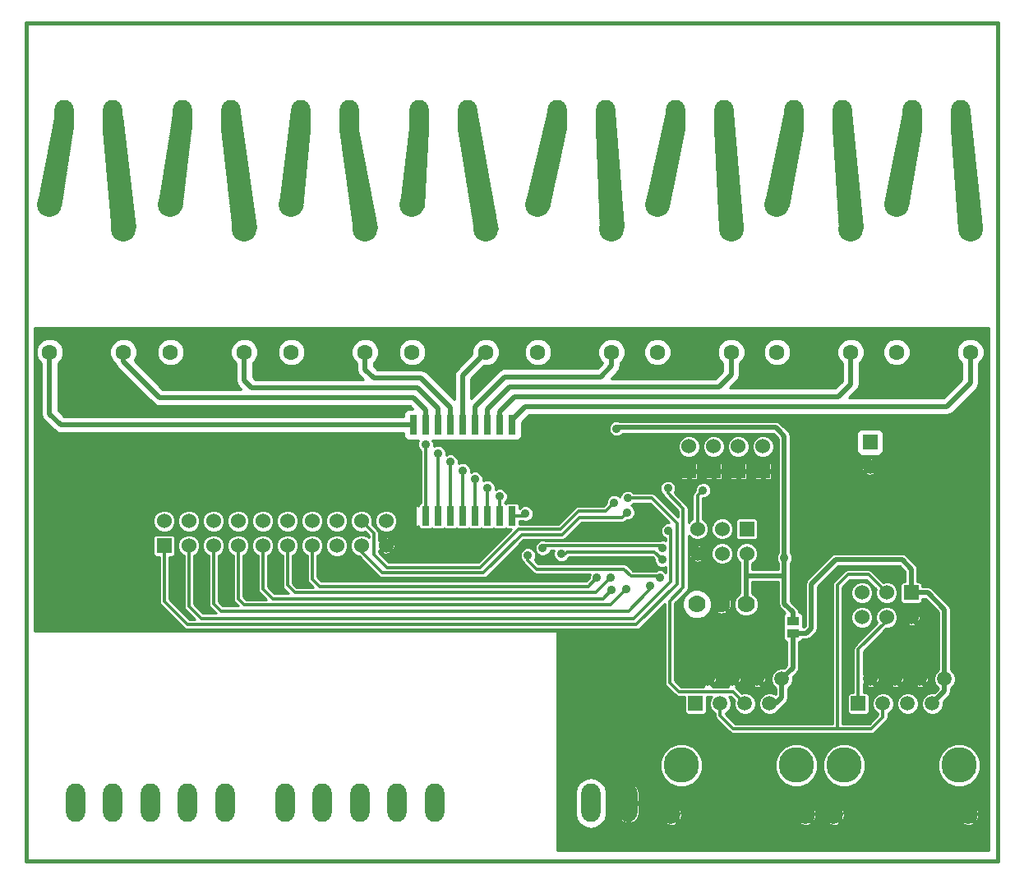
<source format=gbl>
G04 (created by PCBNEW (2013-jul-07)-stable) date ven. 28 nov. 2014 16:46:14 CET*
%MOIN*%
G04 Gerber Fmt 3.4, Leading zero omitted, Abs format*
%FSLAX34Y34*%
G01*
G70*
G90*
G04 APERTURE LIST*
%ADD10C,0.00590551*%
%ADD11C,0.015*%
%ADD12R,0.03X0.0787402*%
%ADD13R,0.06X0.06*%
%ADD14C,0.06*%
%ADD15O,0.078X0.156*%
%ADD16C,0.063*%
%ADD17C,0.1*%
%ADD18C,0.1437*%
%ADD19R,0.0591X0.0591*%
%ADD20C,0.0591*%
%ADD21C,0.0787402*%
%ADD22R,0.05X0.038*%
%ADD23C,0.07*%
%ADD24C,0.035*%
%ADD25C,0.0197*%
%ADD26C,0.011811*%
%ADD27C,0.01*%
G04 APERTURE END LIST*
G54D10*
G54D11*
X71500Y-62000D02*
X110900Y-62000D01*
X71500Y-28000D02*
X110900Y-28000D01*
X110900Y-28000D02*
X110800Y-28000D01*
X110900Y-62000D02*
X110900Y-28000D01*
X71500Y-62000D02*
X71500Y-28000D01*
G54D12*
X91200Y-48000D03*
X90700Y-48000D03*
X90200Y-48000D03*
X89700Y-48000D03*
X89200Y-48000D03*
X88700Y-48000D03*
X88200Y-48000D03*
X87700Y-48000D03*
X87200Y-48000D03*
X87200Y-44300D03*
X87700Y-44300D03*
X88200Y-44300D03*
X91200Y-44299D03*
X90700Y-44300D03*
X90200Y-44300D03*
X89700Y-44300D03*
X89200Y-44300D03*
X88700Y-44300D03*
G54D13*
X77100Y-49200D03*
G54D14*
X77100Y-48200D03*
X78100Y-49200D03*
X78100Y-48200D03*
X79100Y-49200D03*
X79100Y-48200D03*
X80100Y-49200D03*
X80100Y-48200D03*
X81100Y-49200D03*
X81100Y-48200D03*
X82100Y-49200D03*
X82100Y-48200D03*
X83100Y-49200D03*
X83100Y-48200D03*
X84100Y-49200D03*
X84100Y-48200D03*
X85100Y-49200D03*
X85100Y-48200D03*
X86100Y-49200D03*
X86100Y-48200D03*
G54D15*
X82000Y-59645D03*
X83515Y-59645D03*
X85031Y-59645D03*
X86547Y-59645D03*
X88062Y-59645D03*
X73500Y-59645D03*
X75015Y-59645D03*
X76531Y-59645D03*
X78047Y-59645D03*
X79562Y-59645D03*
G54D13*
X107400Y-51112D03*
G54D14*
X107400Y-52112D03*
X106400Y-51112D03*
X106400Y-52112D03*
X105400Y-51112D03*
X105400Y-52112D03*
G54D13*
X101375Y-46175D03*
G54D14*
X101375Y-45175D03*
G54D13*
X100375Y-46175D03*
G54D14*
X100375Y-45175D03*
G54D13*
X98375Y-46175D03*
G54D14*
X98375Y-45175D03*
G54D13*
X105725Y-45000D03*
G54D14*
X105725Y-46000D03*
G54D13*
X99375Y-46175D03*
G54D14*
X99375Y-45175D03*
G54D13*
X100725Y-48525D03*
G54D14*
X100725Y-49525D03*
X99725Y-48525D03*
X99725Y-49525D03*
X98725Y-48525D03*
X98725Y-49525D03*
G54D15*
X94400Y-59645D03*
X95915Y-59645D03*
G54D16*
X72450Y-41350D03*
X75442Y-41350D03*
G54D17*
X75442Y-36350D03*
X72450Y-35350D03*
G54D16*
X77350Y-41350D03*
X80342Y-41350D03*
G54D17*
X80342Y-36350D03*
X77350Y-35350D03*
G54D16*
X82250Y-41350D03*
X85242Y-41350D03*
G54D17*
X85242Y-36350D03*
X82250Y-35350D03*
G54D16*
X87150Y-41350D03*
X90142Y-41350D03*
G54D17*
X90142Y-36350D03*
X87150Y-35350D03*
G54D15*
X74990Y-31889D03*
X73020Y-31889D03*
X79790Y-31889D03*
X77820Y-31889D03*
X84590Y-31889D03*
X82620Y-31889D03*
X89390Y-31889D03*
X87420Y-31889D03*
X94990Y-31889D03*
X93020Y-31889D03*
X99790Y-31889D03*
X97820Y-31889D03*
X104590Y-31889D03*
X102620Y-31889D03*
X109390Y-31889D03*
X107420Y-31889D03*
G54D16*
X106800Y-41350D03*
X109792Y-41350D03*
G54D17*
X109792Y-36350D03*
X106800Y-35350D03*
G54D16*
X101950Y-41350D03*
X104942Y-41350D03*
G54D17*
X104942Y-36350D03*
X101950Y-35350D03*
G54D16*
X97100Y-41350D03*
X100092Y-41350D03*
G54D17*
X100092Y-36350D03*
X97100Y-35350D03*
G54D16*
X92250Y-41350D03*
X95242Y-41350D03*
G54D17*
X95242Y-36350D03*
X92250Y-35350D03*
G54D18*
X102738Y-58112D03*
X98065Y-58112D03*
G54D19*
X98650Y-55612D03*
G54D20*
X99150Y-54612D03*
X99650Y-55612D03*
X100150Y-54612D03*
X100650Y-55612D03*
X101150Y-54612D03*
X101650Y-55612D03*
X102150Y-54612D03*
G54D21*
X97650Y-60112D03*
X103100Y-60112D03*
G54D18*
X109338Y-58112D03*
X104665Y-58112D03*
G54D19*
X105250Y-55612D03*
G54D20*
X105750Y-54612D03*
X106250Y-55612D03*
X106750Y-54612D03*
X107250Y-55612D03*
X107750Y-54612D03*
X108250Y-55612D03*
X108750Y-54612D03*
G54D21*
X104250Y-60112D03*
X109700Y-60112D03*
G54D22*
X102600Y-52250D03*
X102600Y-52750D03*
G54D23*
X98700Y-51575D03*
X99700Y-51575D03*
X100700Y-51575D03*
G54D24*
X95450Y-44450D03*
X102250Y-49700D03*
X97525Y-46875D03*
X95900Y-47275D03*
X97550Y-48600D03*
X96800Y-50825D03*
X95850Y-50950D03*
X95250Y-51000D03*
X95200Y-50500D03*
X94650Y-50500D03*
X92650Y-45000D03*
X94500Y-46625D03*
X95250Y-48800D03*
X95350Y-47450D03*
X97300Y-49300D03*
X92450Y-49300D03*
X97200Y-50500D03*
X91850Y-49600D03*
X87700Y-45100D03*
X88200Y-45450D03*
X88700Y-45800D03*
X89200Y-46150D03*
X89700Y-46500D03*
X90200Y-46850D03*
X90700Y-47200D03*
X91750Y-47900D03*
X95875Y-47850D03*
X98950Y-46950D03*
X93210Y-49540D03*
X97300Y-49775D03*
G54D25*
X87200Y-44300D02*
X72900Y-44300D01*
X72450Y-43850D02*
X72450Y-41350D01*
X72900Y-44300D02*
X72450Y-43850D01*
X102250Y-50425D02*
X102250Y-51550D01*
X102600Y-51900D02*
X102600Y-52250D01*
X102250Y-51550D02*
X102600Y-51900D01*
X102250Y-49450D02*
X102250Y-49700D01*
X102250Y-45650D02*
X102250Y-49450D01*
X102025Y-44525D02*
X102250Y-44750D01*
X102250Y-44750D02*
X102250Y-45650D01*
X101900Y-44400D02*
X102025Y-44525D01*
X95500Y-44400D02*
X101900Y-44400D01*
X95450Y-44450D02*
X95500Y-44400D01*
X100700Y-50425D02*
X102250Y-50425D01*
X102250Y-50425D02*
X102225Y-50425D01*
X102225Y-50425D02*
X102250Y-50425D01*
X100700Y-51575D02*
X100700Y-50425D01*
X100700Y-50425D02*
X100700Y-49550D01*
X100700Y-49550D02*
X100725Y-49525D01*
X100725Y-49525D02*
X100775Y-49575D01*
X102250Y-50425D02*
X102250Y-50200D01*
X102250Y-50200D02*
X102250Y-49700D01*
G54D26*
X98150Y-50850D02*
X98150Y-50900D01*
X98150Y-50900D02*
X97600Y-51450D01*
X97600Y-54750D02*
X97975Y-55125D01*
X97600Y-51450D02*
X97600Y-54750D01*
X98150Y-47925D02*
X98150Y-47700D01*
X97525Y-47075D02*
X97525Y-46875D01*
X98150Y-47700D02*
X97525Y-47075D01*
X100162Y-55125D02*
X100650Y-55612D01*
X97975Y-55125D02*
X100162Y-55125D01*
X98150Y-47925D02*
X98150Y-50850D01*
G54D25*
X102600Y-52750D02*
X102600Y-54162D01*
X102600Y-54162D02*
X102150Y-54612D01*
X102600Y-52750D02*
X103150Y-52750D01*
X103150Y-52750D02*
X103350Y-52550D01*
X103350Y-52550D02*
X103350Y-50750D01*
X104325Y-49775D02*
X107025Y-49775D01*
X107025Y-49775D02*
X107400Y-50150D01*
X107400Y-50150D02*
X107400Y-51112D01*
X103350Y-50750D02*
X104325Y-49775D01*
X107400Y-51112D02*
X108062Y-51112D01*
X108750Y-51800D02*
X108750Y-54612D01*
X108062Y-51112D02*
X108750Y-51800D01*
X108750Y-54612D02*
X108750Y-55112D01*
X108750Y-55112D02*
X108250Y-55612D01*
X101650Y-55612D02*
X101912Y-55612D01*
X102150Y-55375D02*
X102150Y-54612D01*
X101912Y-55612D02*
X102150Y-55375D01*
G54D26*
X95900Y-47275D02*
X96875Y-47275D01*
X96875Y-47275D02*
X97900Y-48300D01*
X97900Y-48300D02*
X97900Y-49950D01*
X97900Y-48650D02*
X97900Y-48300D01*
X97900Y-50750D02*
X97900Y-49950D01*
X95200Y-52400D02*
X96250Y-52400D01*
X77100Y-51450D02*
X78050Y-52400D01*
X78050Y-52400D02*
X95200Y-52400D01*
X77100Y-49200D02*
X77100Y-51450D01*
X96250Y-52400D02*
X97900Y-50750D01*
X97900Y-49950D02*
X97900Y-48650D01*
X97900Y-48300D02*
X97900Y-48300D01*
X95100Y-52150D02*
X96150Y-52150D01*
X97650Y-48700D02*
X97550Y-48600D01*
X97650Y-50650D02*
X97650Y-48700D01*
X96150Y-52150D02*
X97650Y-50650D01*
X78100Y-49200D02*
X78100Y-51650D01*
X78600Y-52150D02*
X95100Y-52150D01*
X78100Y-51650D02*
X78600Y-52150D01*
X96800Y-50975D02*
X96675Y-51100D01*
X96800Y-50825D02*
X96800Y-50975D01*
X95675Y-51850D02*
X95925Y-51850D01*
X95925Y-51850D02*
X96650Y-51125D01*
X96650Y-51125D02*
X96712Y-51062D01*
X79100Y-49200D02*
X79100Y-51550D01*
X95100Y-51850D02*
X95675Y-51850D01*
X79100Y-51550D02*
X79400Y-51850D01*
X79400Y-51850D02*
X95100Y-51850D01*
X94800Y-51600D02*
X95200Y-51600D01*
X95200Y-51600D02*
X95850Y-50950D01*
X80350Y-51600D02*
X94800Y-51600D01*
X80100Y-51349D02*
X80350Y-51600D01*
X80100Y-49200D02*
X80100Y-51349D01*
X94600Y-51350D02*
X94900Y-51350D01*
X94900Y-51350D02*
X95250Y-51000D01*
X94500Y-51350D02*
X94600Y-51350D01*
X81100Y-49200D02*
X81100Y-50950D01*
X81500Y-51350D02*
X94500Y-51350D01*
X81100Y-50950D02*
X81500Y-51350D01*
X94600Y-51100D02*
X94350Y-51100D01*
X95200Y-50500D02*
X94600Y-51100D01*
X82100Y-49200D02*
X82100Y-50800D01*
X82100Y-50800D02*
X82400Y-51100D01*
X82400Y-51100D02*
X94350Y-51100D01*
X93950Y-50850D02*
X94300Y-50850D01*
X94300Y-50850D02*
X94650Y-50500D01*
X83100Y-49200D02*
X83100Y-50550D01*
X83400Y-50850D02*
X93950Y-50850D01*
X83100Y-50550D02*
X83400Y-50850D01*
X95865Y-58950D02*
X95865Y-59284D01*
X93900Y-47800D02*
X93891Y-47800D01*
X85600Y-48700D02*
X85100Y-48200D01*
X85600Y-48700D02*
X85600Y-49550D01*
X85600Y-49550D02*
X86131Y-50081D01*
X86131Y-50081D02*
X88750Y-50081D01*
X88750Y-50081D02*
X89550Y-50081D01*
X89918Y-50081D02*
X89550Y-50081D01*
X91468Y-48531D02*
X89918Y-50081D01*
X93159Y-48531D02*
X91468Y-48531D01*
X93891Y-47800D02*
X93159Y-48531D01*
X95000Y-47800D02*
X95350Y-47450D01*
X93900Y-47800D02*
X95000Y-47800D01*
X92550Y-49200D02*
X93100Y-49200D01*
X93100Y-49200D02*
X97200Y-49200D01*
X97200Y-49200D02*
X97300Y-49300D01*
X92550Y-49200D02*
X92450Y-49300D01*
X92450Y-49300D02*
X92550Y-49200D01*
X91850Y-49600D02*
X91850Y-49800D01*
X92200Y-50150D02*
X92650Y-50150D01*
X91850Y-49800D02*
X92200Y-50150D01*
X92850Y-50150D02*
X92650Y-50150D01*
X93000Y-50150D02*
X92850Y-50150D01*
X93000Y-50150D02*
X95750Y-50150D01*
X97125Y-50425D02*
X97200Y-50500D01*
X96025Y-50425D02*
X97125Y-50425D01*
X95750Y-50150D02*
X96025Y-50425D01*
X87700Y-45100D02*
X87700Y-48000D01*
X88200Y-45450D02*
X88200Y-48000D01*
X88700Y-45800D02*
X88700Y-48000D01*
X89200Y-46150D02*
X89200Y-48000D01*
X89700Y-46500D02*
X89700Y-48000D01*
X90200Y-46850D02*
X90200Y-48000D01*
X90700Y-47200D02*
X90700Y-48000D01*
X91200Y-48000D02*
X91649Y-48000D01*
X91649Y-48000D02*
X91750Y-47900D01*
G54D25*
X75442Y-41350D02*
X75442Y-41742D01*
X87700Y-43700D02*
X87700Y-44300D01*
X87200Y-43200D02*
X87700Y-43700D01*
X76900Y-43200D02*
X87200Y-43200D01*
X75442Y-41742D02*
X76900Y-43200D01*
X86600Y-42800D02*
X87357Y-42800D01*
X88200Y-43642D02*
X88200Y-43900D01*
X87357Y-42800D02*
X88200Y-43642D01*
X80342Y-41350D02*
X80342Y-42498D01*
X88200Y-43900D02*
X88200Y-44300D01*
X80644Y-42800D02*
X86600Y-42800D01*
X80342Y-42498D02*
X80644Y-42800D01*
X85242Y-41350D02*
X85242Y-42048D01*
X88700Y-43585D02*
X88700Y-44300D01*
X87514Y-42400D02*
X88700Y-43585D01*
X85594Y-42400D02*
X87514Y-42400D01*
X85242Y-42048D02*
X85594Y-42400D01*
X89200Y-44300D02*
X89200Y-42292D01*
X89200Y-42292D02*
X90142Y-41350D01*
X89700Y-44300D02*
X89700Y-43550D01*
X95242Y-41907D02*
X95242Y-41350D01*
X94800Y-42350D02*
X95242Y-41907D01*
X90900Y-42350D02*
X94800Y-42350D01*
X89700Y-43550D02*
X90900Y-42350D01*
X90200Y-44300D02*
X90200Y-43650D01*
X100092Y-42257D02*
X100092Y-41350D01*
X99588Y-42761D02*
X100092Y-42257D01*
X91088Y-42761D02*
X99588Y-42761D01*
X90200Y-43650D02*
X91088Y-42761D01*
X90700Y-44300D02*
X90700Y-43750D01*
X104942Y-42657D02*
X104942Y-41350D01*
X104444Y-43155D02*
X104942Y-42657D01*
X91294Y-43155D02*
X104444Y-43155D01*
X90700Y-43750D02*
X91294Y-43155D01*
X91200Y-44299D02*
X91200Y-44100D01*
X91200Y-44100D02*
X91750Y-43550D01*
X109792Y-42607D02*
X109792Y-41350D01*
X108850Y-43550D02*
X109792Y-42607D01*
X91750Y-43550D02*
X108850Y-43550D01*
G54D26*
X89550Y-50300D02*
X90050Y-50300D01*
X93250Y-48750D02*
X93950Y-48050D01*
X91600Y-48750D02*
X93250Y-48750D01*
X90050Y-50300D02*
X91600Y-48750D01*
X85100Y-49200D02*
X85100Y-49450D01*
X85950Y-50300D02*
X89400Y-50300D01*
X89400Y-50300D02*
X89550Y-50300D01*
X85100Y-49450D02*
X85950Y-50300D01*
X95675Y-48050D02*
X95875Y-47850D01*
X93950Y-48050D02*
X95675Y-48050D01*
X98725Y-48075D02*
X98725Y-47175D01*
X98725Y-47175D02*
X98950Y-46950D01*
X98725Y-48525D02*
X98725Y-48075D01*
X93210Y-49540D02*
X93360Y-49540D01*
X96975Y-49450D02*
X97300Y-49775D01*
X93450Y-49450D02*
X96975Y-49450D01*
X93360Y-49540D02*
X93450Y-49450D01*
X97200Y-49675D02*
X97300Y-49775D01*
X97200Y-49675D02*
X97300Y-49775D01*
X97200Y-49675D02*
X97300Y-49775D01*
X104400Y-52400D02*
X104400Y-50800D01*
X105662Y-50375D02*
X106400Y-51112D01*
X104825Y-50375D02*
X105662Y-50375D01*
X104400Y-50800D02*
X104825Y-50375D01*
X104400Y-55900D02*
X104400Y-56625D01*
X104400Y-54475D02*
X104400Y-52400D01*
X104400Y-54475D02*
X104400Y-55900D01*
X99650Y-55612D02*
X99650Y-56100D01*
X99650Y-56100D02*
X100175Y-56625D01*
X100175Y-56625D02*
X104400Y-56625D01*
X104400Y-56625D02*
X105500Y-56625D01*
X106250Y-56150D02*
X106250Y-55612D01*
X105500Y-56625D02*
X105775Y-56625D01*
X105775Y-56625D02*
X106250Y-56150D01*
X105250Y-55612D02*
X105250Y-53400D01*
X106400Y-52250D02*
X106400Y-52112D01*
X105250Y-53400D02*
X106400Y-52250D01*
G54D10*
G36*
X110550Y-61550D02*
X110354Y-61550D01*
X110354Y-41238D01*
X110268Y-41032D01*
X110110Y-40873D01*
X109904Y-40788D01*
X109680Y-40787D01*
X109474Y-40873D01*
X109315Y-41031D01*
X109230Y-41237D01*
X109230Y-41461D01*
X109315Y-41667D01*
X109446Y-41799D01*
X109446Y-42464D01*
X108706Y-43204D01*
X107362Y-43204D01*
X107362Y-41238D01*
X107276Y-41032D01*
X107118Y-40873D01*
X106912Y-40788D01*
X106688Y-40787D01*
X106482Y-40873D01*
X106323Y-41031D01*
X106238Y-41237D01*
X106237Y-41461D01*
X106323Y-41667D01*
X106481Y-41826D01*
X106687Y-41911D01*
X106911Y-41912D01*
X107117Y-41826D01*
X107276Y-41668D01*
X107361Y-41462D01*
X107362Y-41238D01*
X107362Y-43204D01*
X104884Y-43204D01*
X105186Y-42902D01*
X105186Y-42902D01*
X105186Y-42902D01*
X105261Y-42790D01*
X105261Y-42790D01*
X105282Y-42684D01*
X105287Y-42657D01*
X105287Y-42657D01*
X105287Y-42657D01*
X105287Y-41799D01*
X105418Y-41668D01*
X105504Y-41462D01*
X105504Y-41238D01*
X105418Y-41032D01*
X105260Y-40873D01*
X105054Y-40788D01*
X104830Y-40787D01*
X104624Y-40873D01*
X104465Y-41031D01*
X104380Y-41237D01*
X104380Y-41461D01*
X104465Y-41667D01*
X104596Y-41799D01*
X104596Y-42514D01*
X104300Y-42810D01*
X102512Y-42810D01*
X102512Y-41238D01*
X102426Y-41032D01*
X102268Y-40873D01*
X102062Y-40788D01*
X101838Y-40787D01*
X101632Y-40873D01*
X101473Y-41031D01*
X101388Y-41237D01*
X101387Y-41461D01*
X101473Y-41667D01*
X101631Y-41826D01*
X101837Y-41911D01*
X102061Y-41912D01*
X102267Y-41826D01*
X102426Y-41668D01*
X102511Y-41462D01*
X102512Y-41238D01*
X102512Y-42810D01*
X100028Y-42810D01*
X100336Y-42502D01*
X100336Y-42502D01*
X100336Y-42502D01*
X100411Y-42390D01*
X100411Y-42390D01*
X100437Y-42257D01*
X100437Y-41799D01*
X100568Y-41668D01*
X100654Y-41462D01*
X100654Y-41238D01*
X100568Y-41032D01*
X100410Y-40873D01*
X100204Y-40788D01*
X99980Y-40787D01*
X99774Y-40873D01*
X99615Y-41031D01*
X99530Y-41237D01*
X99530Y-41461D01*
X99615Y-41667D01*
X99746Y-41799D01*
X99746Y-42114D01*
X99444Y-42416D01*
X97662Y-42416D01*
X97662Y-41238D01*
X97576Y-41032D01*
X97418Y-40873D01*
X97212Y-40788D01*
X96988Y-40787D01*
X96782Y-40873D01*
X96623Y-41031D01*
X96538Y-41237D01*
X96537Y-41461D01*
X96623Y-41667D01*
X96781Y-41826D01*
X96987Y-41911D01*
X97211Y-41912D01*
X97417Y-41826D01*
X97576Y-41668D01*
X97661Y-41462D01*
X97662Y-41238D01*
X97662Y-42416D01*
X95222Y-42416D01*
X95486Y-42152D01*
X95486Y-42152D01*
X95486Y-42152D01*
X95561Y-42040D01*
X95561Y-42040D01*
X95582Y-41934D01*
X95587Y-41907D01*
X95587Y-41907D01*
X95587Y-41907D01*
X95587Y-41799D01*
X95718Y-41668D01*
X95804Y-41462D01*
X95804Y-41238D01*
X95718Y-41032D01*
X95560Y-40873D01*
X95354Y-40788D01*
X95130Y-40787D01*
X94924Y-40873D01*
X94765Y-41031D01*
X94680Y-41237D01*
X94680Y-41461D01*
X94765Y-41667D01*
X94879Y-41782D01*
X94656Y-42004D01*
X92812Y-42004D01*
X92812Y-41238D01*
X92726Y-41032D01*
X92568Y-40873D01*
X92362Y-40788D01*
X92138Y-40787D01*
X91932Y-40873D01*
X91773Y-41031D01*
X91688Y-41237D01*
X91687Y-41461D01*
X91773Y-41667D01*
X91931Y-41826D01*
X92137Y-41911D01*
X92361Y-41912D01*
X92567Y-41826D01*
X92726Y-41668D01*
X92811Y-41462D01*
X92812Y-41238D01*
X92812Y-42004D01*
X90900Y-42004D01*
X90899Y-42004D01*
X90867Y-42011D01*
X90767Y-42030D01*
X90767Y-42030D01*
X90767Y-42030D01*
X90739Y-42049D01*
X90655Y-42105D01*
X90655Y-42105D01*
X89545Y-43215D01*
X89545Y-42435D01*
X90068Y-41911D01*
X90253Y-41912D01*
X90460Y-41826D01*
X90618Y-41668D01*
X90704Y-41462D01*
X90704Y-41238D01*
X90618Y-41032D01*
X90460Y-40873D01*
X90254Y-40788D01*
X90030Y-40787D01*
X89824Y-40873D01*
X89665Y-41031D01*
X89580Y-41237D01*
X89580Y-41423D01*
X88955Y-42047D01*
X88880Y-42159D01*
X88854Y-42292D01*
X88854Y-43251D01*
X87758Y-42155D01*
X87712Y-42124D01*
X87712Y-41238D01*
X87626Y-41032D01*
X87468Y-40873D01*
X87262Y-40788D01*
X87038Y-40787D01*
X86832Y-40873D01*
X86673Y-41031D01*
X86588Y-41237D01*
X86587Y-41461D01*
X86673Y-41667D01*
X86831Y-41826D01*
X87037Y-41911D01*
X87261Y-41912D01*
X87467Y-41826D01*
X87626Y-41668D01*
X87711Y-41462D01*
X87712Y-41238D01*
X87712Y-42124D01*
X87646Y-42080D01*
X87514Y-42054D01*
X85737Y-42054D01*
X85587Y-41905D01*
X85587Y-41799D01*
X85718Y-41668D01*
X85804Y-41462D01*
X85804Y-41238D01*
X85718Y-41032D01*
X85560Y-40873D01*
X85354Y-40788D01*
X85130Y-40787D01*
X84924Y-40873D01*
X84765Y-41031D01*
X84680Y-41237D01*
X84680Y-41461D01*
X84765Y-41667D01*
X84896Y-41799D01*
X84896Y-42048D01*
X84922Y-42180D01*
X84997Y-42292D01*
X85159Y-42454D01*
X82812Y-42454D01*
X82812Y-41238D01*
X82726Y-41032D01*
X82568Y-40873D01*
X82362Y-40788D01*
X82138Y-40787D01*
X81932Y-40873D01*
X81773Y-41031D01*
X81688Y-41237D01*
X81687Y-41461D01*
X81773Y-41667D01*
X81931Y-41826D01*
X82137Y-41911D01*
X82361Y-41912D01*
X82567Y-41826D01*
X82726Y-41668D01*
X82811Y-41462D01*
X82812Y-41238D01*
X82812Y-42454D01*
X80787Y-42454D01*
X80687Y-42355D01*
X80687Y-41799D01*
X80818Y-41668D01*
X80904Y-41462D01*
X80904Y-41238D01*
X80818Y-41032D01*
X80660Y-40873D01*
X80454Y-40788D01*
X80230Y-40787D01*
X80024Y-40873D01*
X79865Y-41031D01*
X79780Y-41237D01*
X79780Y-41461D01*
X79865Y-41667D01*
X79996Y-41799D01*
X79996Y-42498D01*
X80022Y-42630D01*
X80097Y-42742D01*
X80209Y-42854D01*
X77912Y-42854D01*
X77912Y-41238D01*
X77826Y-41032D01*
X77668Y-40873D01*
X77462Y-40788D01*
X77238Y-40787D01*
X77032Y-40873D01*
X76873Y-41031D01*
X76788Y-41237D01*
X76787Y-41461D01*
X76873Y-41667D01*
X77031Y-41826D01*
X77237Y-41911D01*
X77461Y-41912D01*
X77667Y-41826D01*
X77826Y-41668D01*
X77911Y-41462D01*
X77912Y-41238D01*
X77912Y-42854D01*
X77043Y-42854D01*
X75887Y-41699D01*
X75918Y-41668D01*
X76004Y-41462D01*
X76004Y-41238D01*
X75918Y-41032D01*
X75760Y-40873D01*
X75554Y-40788D01*
X75330Y-40787D01*
X75124Y-40873D01*
X74965Y-41031D01*
X74880Y-41237D01*
X74880Y-41461D01*
X74965Y-41667D01*
X75110Y-41813D01*
X75122Y-41874D01*
X75197Y-41986D01*
X76655Y-43444D01*
X76655Y-43444D01*
X76767Y-43519D01*
X76767Y-43519D01*
X76873Y-43540D01*
X76899Y-43545D01*
X76899Y-43545D01*
X76900Y-43545D01*
X87056Y-43545D01*
X87170Y-43659D01*
X87001Y-43659D01*
X86910Y-43696D01*
X86840Y-43766D01*
X86803Y-43856D01*
X86802Y-43954D01*
X73043Y-43954D01*
X72795Y-43706D01*
X72795Y-41799D01*
X72926Y-41668D01*
X73011Y-41462D01*
X73012Y-41238D01*
X72926Y-41032D01*
X72768Y-40873D01*
X72562Y-40788D01*
X72338Y-40787D01*
X72132Y-40873D01*
X71973Y-41031D01*
X71888Y-41237D01*
X71887Y-41461D01*
X71973Y-41667D01*
X72104Y-41799D01*
X72104Y-43850D01*
X72130Y-43982D01*
X72205Y-44094D01*
X72655Y-44544D01*
X72767Y-44619D01*
X72767Y-44619D01*
X72900Y-44645D01*
X86802Y-44645D01*
X86802Y-44742D01*
X86840Y-44833D01*
X86909Y-44902D01*
X87000Y-44940D01*
X87098Y-44940D01*
X87398Y-44940D01*
X87417Y-44933D01*
X87375Y-45035D01*
X87374Y-45164D01*
X87424Y-45283D01*
X87490Y-45350D01*
X87490Y-47468D01*
X87465Y-47479D01*
X87422Y-47521D01*
X87400Y-47576D01*
X87399Y-47606D01*
X87399Y-47596D01*
X87392Y-47577D01*
X87378Y-47563D01*
X87359Y-47556D01*
X87262Y-47556D01*
X87250Y-47568D01*
X87250Y-47950D01*
X87257Y-47950D01*
X87257Y-48050D01*
X87250Y-48050D01*
X87250Y-48431D01*
X87262Y-48443D01*
X87359Y-48443D01*
X87378Y-48436D01*
X87392Y-48422D01*
X87399Y-48403D01*
X87399Y-48423D01*
X87422Y-48478D01*
X87464Y-48520D01*
X87520Y-48543D01*
X87579Y-48543D01*
X87879Y-48543D01*
X87934Y-48520D01*
X87949Y-48505D01*
X87964Y-48520D01*
X88020Y-48543D01*
X88079Y-48543D01*
X88379Y-48543D01*
X88434Y-48520D01*
X88449Y-48505D01*
X88464Y-48520D01*
X88520Y-48543D01*
X88579Y-48543D01*
X88879Y-48543D01*
X88934Y-48520D01*
X88949Y-48505D01*
X88964Y-48520D01*
X89020Y-48543D01*
X89079Y-48543D01*
X89379Y-48543D01*
X89434Y-48520D01*
X89449Y-48505D01*
X89464Y-48520D01*
X89520Y-48543D01*
X89579Y-48543D01*
X89879Y-48543D01*
X89934Y-48520D01*
X89949Y-48505D01*
X89964Y-48520D01*
X90020Y-48543D01*
X90079Y-48543D01*
X90379Y-48543D01*
X90434Y-48520D01*
X90449Y-48505D01*
X90464Y-48520D01*
X90520Y-48543D01*
X90579Y-48543D01*
X90879Y-48543D01*
X90934Y-48520D01*
X90949Y-48506D01*
X90964Y-48521D01*
X91020Y-48544D01*
X91079Y-48544D01*
X91160Y-48544D01*
X89831Y-49872D01*
X89550Y-49872D01*
X88750Y-49872D01*
X87150Y-49872D01*
X87150Y-48431D01*
X87150Y-48050D01*
X87150Y-47950D01*
X87150Y-47568D01*
X87137Y-47556D01*
X87040Y-47556D01*
X87021Y-47563D01*
X87007Y-47577D01*
X87000Y-47596D01*
X86999Y-47616D01*
X87000Y-47937D01*
X87012Y-47950D01*
X87150Y-47950D01*
X87150Y-48050D01*
X87012Y-48050D01*
X87000Y-48062D01*
X86999Y-48383D01*
X87000Y-48403D01*
X87007Y-48422D01*
X87021Y-48436D01*
X87040Y-48443D01*
X87137Y-48443D01*
X87150Y-48431D01*
X87150Y-49872D01*
X86550Y-49872D01*
X86550Y-48110D01*
X86481Y-47945D01*
X86355Y-47818D01*
X86189Y-47750D01*
X86010Y-47749D01*
X85845Y-47818D01*
X85718Y-47944D01*
X85650Y-48110D01*
X85649Y-48289D01*
X85718Y-48454D01*
X85844Y-48581D01*
X86010Y-48649D01*
X86189Y-48650D01*
X86354Y-48581D01*
X86481Y-48455D01*
X86549Y-48289D01*
X86550Y-48110D01*
X86550Y-49872D01*
X86455Y-49872D01*
X86455Y-49233D01*
X86441Y-49095D01*
X86415Y-49032D01*
X86376Y-48994D01*
X86305Y-49065D01*
X86305Y-48923D01*
X86267Y-48884D01*
X86133Y-48844D01*
X85995Y-48858D01*
X85932Y-48884D01*
X85894Y-48923D01*
X86100Y-49129D01*
X86305Y-48923D01*
X86305Y-49065D01*
X86170Y-49200D01*
X86376Y-49405D01*
X86415Y-49367D01*
X86455Y-49233D01*
X86455Y-49872D01*
X86305Y-49872D01*
X86305Y-49476D01*
X86100Y-49270D01*
X85894Y-49476D01*
X85932Y-49515D01*
X86066Y-49555D01*
X86204Y-49541D01*
X86267Y-49515D01*
X86305Y-49476D01*
X86305Y-49872D01*
X86218Y-49872D01*
X85809Y-49463D01*
X85809Y-49391D01*
X85823Y-49405D01*
X86029Y-49200D01*
X85823Y-48994D01*
X85809Y-49008D01*
X85809Y-48700D01*
X85793Y-48619D01*
X85747Y-48552D01*
X85531Y-48335D01*
X85549Y-48289D01*
X85550Y-48110D01*
X85481Y-47945D01*
X85355Y-47818D01*
X85189Y-47750D01*
X85010Y-47749D01*
X84845Y-47818D01*
X84718Y-47944D01*
X84650Y-48110D01*
X84649Y-48289D01*
X84718Y-48454D01*
X84844Y-48581D01*
X85010Y-48649D01*
X85189Y-48650D01*
X85235Y-48630D01*
X85390Y-48786D01*
X85390Y-48854D01*
X85355Y-48818D01*
X85189Y-48750D01*
X85010Y-48749D01*
X84845Y-48818D01*
X84718Y-48944D01*
X84650Y-49110D01*
X84649Y-49289D01*
X84718Y-49454D01*
X84844Y-49581D01*
X85000Y-49645D01*
X85802Y-50447D01*
X85869Y-50493D01*
X85950Y-50509D01*
X89400Y-50509D01*
X89550Y-50509D01*
X90050Y-50509D01*
X90130Y-50493D01*
X90197Y-50447D01*
X91686Y-48959D01*
X93250Y-48959D01*
X93330Y-48943D01*
X93397Y-48897D01*
X94036Y-48259D01*
X95675Y-48259D01*
X95755Y-48243D01*
X95822Y-48197D01*
X95845Y-48174D01*
X95939Y-48175D01*
X96058Y-48125D01*
X96150Y-48034D01*
X96199Y-47914D01*
X96200Y-47785D01*
X96150Y-47666D01*
X96059Y-47574D01*
X96042Y-47567D01*
X96083Y-47550D01*
X96150Y-47484D01*
X96788Y-47484D01*
X97579Y-48275D01*
X97485Y-48274D01*
X97366Y-48324D01*
X97274Y-48415D01*
X97225Y-48535D01*
X97224Y-48664D01*
X97274Y-48783D01*
X97365Y-48875D01*
X97440Y-48906D01*
X97440Y-49006D01*
X97364Y-48975D01*
X97235Y-48974D01*
X97196Y-48990D01*
X93100Y-48990D01*
X92553Y-48990D01*
X92514Y-48975D01*
X92385Y-48974D01*
X92266Y-49024D01*
X92174Y-49115D01*
X92125Y-49235D01*
X92124Y-49364D01*
X92174Y-49483D01*
X92265Y-49575D01*
X92385Y-49624D01*
X92514Y-49625D01*
X92633Y-49575D01*
X92725Y-49484D01*
X92756Y-49409D01*
X92912Y-49409D01*
X92885Y-49475D01*
X92884Y-49604D01*
X92934Y-49723D01*
X93025Y-49815D01*
X93145Y-49864D01*
X93274Y-49865D01*
X93393Y-49815D01*
X93485Y-49724D01*
X93497Y-49694D01*
X93507Y-49687D01*
X93536Y-49659D01*
X96888Y-49659D01*
X96975Y-49745D01*
X96974Y-49839D01*
X97024Y-49958D01*
X97115Y-50050D01*
X97235Y-50099D01*
X97364Y-50100D01*
X97440Y-50068D01*
X97440Y-50281D01*
X97384Y-50224D01*
X97264Y-50175D01*
X97135Y-50174D01*
X97036Y-50215D01*
X96111Y-50215D01*
X95897Y-50002D01*
X95830Y-49956D01*
X95750Y-49940D01*
X93000Y-49940D01*
X92850Y-49940D01*
X92650Y-49940D01*
X92286Y-49940D01*
X92126Y-49781D01*
X92174Y-49664D01*
X92175Y-49535D01*
X92125Y-49416D01*
X92034Y-49324D01*
X91914Y-49275D01*
X91785Y-49274D01*
X91666Y-49324D01*
X91574Y-49415D01*
X91525Y-49535D01*
X91524Y-49664D01*
X91574Y-49783D01*
X91653Y-49863D01*
X91656Y-49880D01*
X91702Y-49947D01*
X92052Y-50297D01*
X92052Y-50297D01*
X92119Y-50343D01*
X92186Y-50356D01*
X92199Y-50359D01*
X92199Y-50359D01*
X92200Y-50359D01*
X92650Y-50359D01*
X92850Y-50359D01*
X93000Y-50359D01*
X94356Y-50359D01*
X94325Y-50435D01*
X94324Y-50529D01*
X94213Y-50640D01*
X93950Y-50640D01*
X84550Y-50640D01*
X84550Y-49110D01*
X84550Y-48110D01*
X84481Y-47945D01*
X84355Y-47818D01*
X84189Y-47750D01*
X84010Y-47749D01*
X83845Y-47818D01*
X83718Y-47944D01*
X83650Y-48110D01*
X83649Y-48289D01*
X83718Y-48454D01*
X83844Y-48581D01*
X84010Y-48649D01*
X84189Y-48650D01*
X84354Y-48581D01*
X84481Y-48455D01*
X84549Y-48289D01*
X84550Y-48110D01*
X84550Y-49110D01*
X84481Y-48945D01*
X84355Y-48818D01*
X84189Y-48750D01*
X84010Y-48749D01*
X83845Y-48818D01*
X83718Y-48944D01*
X83650Y-49110D01*
X83649Y-49289D01*
X83718Y-49454D01*
X83844Y-49581D01*
X84010Y-49649D01*
X84189Y-49650D01*
X84354Y-49581D01*
X84481Y-49455D01*
X84549Y-49289D01*
X84550Y-49110D01*
X84550Y-50640D01*
X83486Y-50640D01*
X83309Y-50463D01*
X83309Y-49600D01*
X83354Y-49581D01*
X83481Y-49455D01*
X83549Y-49289D01*
X83550Y-49110D01*
X83550Y-48110D01*
X83481Y-47945D01*
X83355Y-47818D01*
X83189Y-47750D01*
X83010Y-47749D01*
X82845Y-47818D01*
X82718Y-47944D01*
X82650Y-48110D01*
X82649Y-48289D01*
X82718Y-48454D01*
X82844Y-48581D01*
X83010Y-48649D01*
X83189Y-48650D01*
X83354Y-48581D01*
X83481Y-48455D01*
X83549Y-48289D01*
X83550Y-48110D01*
X83550Y-49110D01*
X83481Y-48945D01*
X83355Y-48818D01*
X83189Y-48750D01*
X83010Y-48749D01*
X82845Y-48818D01*
X82718Y-48944D01*
X82650Y-49110D01*
X82649Y-49289D01*
X82718Y-49454D01*
X82844Y-49581D01*
X82890Y-49600D01*
X82890Y-50550D01*
X82906Y-50630D01*
X82952Y-50697D01*
X83145Y-50890D01*
X82486Y-50890D01*
X82309Y-50713D01*
X82309Y-49600D01*
X82354Y-49581D01*
X82481Y-49455D01*
X82549Y-49289D01*
X82550Y-49110D01*
X82550Y-48110D01*
X82481Y-47945D01*
X82355Y-47818D01*
X82189Y-47750D01*
X82010Y-47749D01*
X81845Y-47818D01*
X81718Y-47944D01*
X81650Y-48110D01*
X81649Y-48289D01*
X81718Y-48454D01*
X81844Y-48581D01*
X82010Y-48649D01*
X82189Y-48650D01*
X82354Y-48581D01*
X82481Y-48455D01*
X82549Y-48289D01*
X82550Y-48110D01*
X82550Y-49110D01*
X82481Y-48945D01*
X82355Y-48818D01*
X82189Y-48750D01*
X82010Y-48749D01*
X81845Y-48818D01*
X81718Y-48944D01*
X81650Y-49110D01*
X81649Y-49289D01*
X81718Y-49454D01*
X81844Y-49581D01*
X81890Y-49600D01*
X81890Y-50800D01*
X81906Y-50880D01*
X81952Y-50947D01*
X82145Y-51140D01*
X81586Y-51140D01*
X81309Y-50863D01*
X81309Y-49600D01*
X81354Y-49581D01*
X81481Y-49455D01*
X81549Y-49289D01*
X81550Y-49110D01*
X81550Y-48110D01*
X81481Y-47945D01*
X81355Y-47818D01*
X81189Y-47750D01*
X81010Y-47749D01*
X80845Y-47818D01*
X80718Y-47944D01*
X80650Y-48110D01*
X80649Y-48289D01*
X80718Y-48454D01*
X80844Y-48581D01*
X81010Y-48649D01*
X81189Y-48650D01*
X81354Y-48581D01*
X81481Y-48455D01*
X81549Y-48289D01*
X81550Y-48110D01*
X81550Y-49110D01*
X81481Y-48945D01*
X81355Y-48818D01*
X81189Y-48750D01*
X81010Y-48749D01*
X80845Y-48818D01*
X80718Y-48944D01*
X80650Y-49110D01*
X80649Y-49289D01*
X80718Y-49454D01*
X80844Y-49581D01*
X80890Y-49600D01*
X80890Y-50950D01*
X80906Y-51030D01*
X80952Y-51097D01*
X81245Y-51390D01*
X80436Y-51390D01*
X80309Y-51263D01*
X80309Y-49600D01*
X80354Y-49581D01*
X80481Y-49455D01*
X80549Y-49289D01*
X80550Y-49110D01*
X80550Y-48110D01*
X80481Y-47945D01*
X80355Y-47818D01*
X80189Y-47750D01*
X80010Y-47749D01*
X79845Y-47818D01*
X79718Y-47944D01*
X79650Y-48110D01*
X79649Y-48289D01*
X79718Y-48454D01*
X79844Y-48581D01*
X80010Y-48649D01*
X80189Y-48650D01*
X80354Y-48581D01*
X80481Y-48455D01*
X80549Y-48289D01*
X80550Y-48110D01*
X80550Y-49110D01*
X80481Y-48945D01*
X80355Y-48818D01*
X80189Y-48750D01*
X80010Y-48749D01*
X79845Y-48818D01*
X79718Y-48944D01*
X79650Y-49110D01*
X79649Y-49289D01*
X79718Y-49454D01*
X79844Y-49581D01*
X79890Y-49600D01*
X79890Y-51349D01*
X79906Y-51430D01*
X79952Y-51497D01*
X80095Y-51640D01*
X79486Y-51640D01*
X79309Y-51463D01*
X79309Y-49600D01*
X79354Y-49581D01*
X79481Y-49455D01*
X79549Y-49289D01*
X79550Y-49110D01*
X79550Y-48110D01*
X79481Y-47945D01*
X79355Y-47818D01*
X79189Y-47750D01*
X79010Y-47749D01*
X78845Y-47818D01*
X78718Y-47944D01*
X78650Y-48110D01*
X78649Y-48289D01*
X78718Y-48454D01*
X78844Y-48581D01*
X79010Y-48649D01*
X79189Y-48650D01*
X79354Y-48581D01*
X79481Y-48455D01*
X79549Y-48289D01*
X79550Y-48110D01*
X79550Y-49110D01*
X79481Y-48945D01*
X79355Y-48818D01*
X79189Y-48750D01*
X79010Y-48749D01*
X78845Y-48818D01*
X78718Y-48944D01*
X78650Y-49110D01*
X78649Y-49289D01*
X78718Y-49454D01*
X78844Y-49581D01*
X78890Y-49600D01*
X78890Y-51550D01*
X78906Y-51630D01*
X78952Y-51697D01*
X79195Y-51940D01*
X78686Y-51940D01*
X78309Y-51563D01*
X78309Y-49600D01*
X78354Y-49581D01*
X78481Y-49455D01*
X78549Y-49289D01*
X78550Y-49110D01*
X78550Y-48110D01*
X78481Y-47945D01*
X78355Y-47818D01*
X78189Y-47750D01*
X78010Y-47749D01*
X77845Y-47818D01*
X77718Y-47944D01*
X77650Y-48110D01*
X77649Y-48289D01*
X77718Y-48454D01*
X77844Y-48581D01*
X78010Y-48649D01*
X78189Y-48650D01*
X78354Y-48581D01*
X78481Y-48455D01*
X78549Y-48289D01*
X78550Y-48110D01*
X78550Y-49110D01*
X78481Y-48945D01*
X78355Y-48818D01*
X78189Y-48750D01*
X78010Y-48749D01*
X77845Y-48818D01*
X77718Y-48944D01*
X77650Y-49110D01*
X77649Y-49289D01*
X77718Y-49454D01*
X77844Y-49581D01*
X77890Y-49600D01*
X77890Y-51650D01*
X77906Y-51730D01*
X77952Y-51797D01*
X78345Y-52190D01*
X78136Y-52190D01*
X77550Y-51604D01*
X77550Y-48110D01*
X77481Y-47945D01*
X77355Y-47818D01*
X77189Y-47750D01*
X77010Y-47749D01*
X76845Y-47818D01*
X76718Y-47944D01*
X76650Y-48110D01*
X76649Y-48289D01*
X76718Y-48454D01*
X76844Y-48581D01*
X77010Y-48649D01*
X77189Y-48650D01*
X77354Y-48581D01*
X77481Y-48455D01*
X77549Y-48289D01*
X77550Y-48110D01*
X77550Y-51604D01*
X77309Y-51363D01*
X77309Y-49650D01*
X77429Y-49650D01*
X77484Y-49627D01*
X77527Y-49585D01*
X77549Y-49529D01*
X77550Y-49470D01*
X77550Y-48870D01*
X77527Y-48815D01*
X77485Y-48772D01*
X77429Y-48750D01*
X77370Y-48749D01*
X76770Y-48749D01*
X76715Y-48772D01*
X76672Y-48814D01*
X76650Y-48870D01*
X76649Y-48929D01*
X76649Y-49529D01*
X76672Y-49584D01*
X76714Y-49627D01*
X76770Y-49649D01*
X76829Y-49650D01*
X76890Y-49650D01*
X76890Y-51450D01*
X76906Y-51530D01*
X76952Y-51597D01*
X77902Y-52547D01*
X77902Y-52547D01*
X77969Y-52593D01*
X78050Y-52609D01*
X95200Y-52609D01*
X96250Y-52609D01*
X96330Y-52593D01*
X96397Y-52547D01*
X97390Y-51554D01*
X97390Y-54750D01*
X97406Y-54830D01*
X97452Y-54897D01*
X97827Y-55272D01*
X97827Y-55272D01*
X97894Y-55318D01*
X97975Y-55334D01*
X98204Y-55334D01*
X98204Y-55346D01*
X98204Y-55937D01*
X98227Y-55992D01*
X98269Y-56035D01*
X98324Y-56058D01*
X98384Y-56058D01*
X98975Y-56058D01*
X99030Y-56035D01*
X99072Y-55993D01*
X99095Y-55938D01*
X99095Y-55878D01*
X99095Y-55334D01*
X99298Y-55334D01*
X99272Y-55359D01*
X99204Y-55523D01*
X99204Y-55700D01*
X99272Y-55864D01*
X99397Y-55990D01*
X99440Y-56008D01*
X99440Y-56100D01*
X99456Y-56180D01*
X99502Y-56247D01*
X100027Y-56772D01*
X100027Y-56772D01*
X100094Y-56818D01*
X100174Y-56834D01*
X100174Y-56834D01*
X100175Y-56834D01*
X104400Y-56834D01*
X105500Y-56834D01*
X105775Y-56834D01*
X105855Y-56818D01*
X105922Y-56772D01*
X106397Y-56297D01*
X106397Y-56297D01*
X106397Y-56297D01*
X106443Y-56230D01*
X106459Y-56150D01*
X106459Y-56008D01*
X106502Y-55990D01*
X106627Y-55865D01*
X106695Y-55701D01*
X106695Y-55524D01*
X106627Y-55360D01*
X106502Y-55235D01*
X106339Y-55167D01*
X106161Y-55167D01*
X106100Y-55192D01*
X106100Y-54645D01*
X106086Y-54508D01*
X106061Y-54448D01*
X106022Y-54410D01*
X105952Y-54481D01*
X105952Y-54339D01*
X105914Y-54301D01*
X105782Y-54261D01*
X105646Y-54276D01*
X105585Y-54301D01*
X105547Y-54339D01*
X105750Y-54541D01*
X105952Y-54339D01*
X105952Y-54481D01*
X105820Y-54612D01*
X106022Y-54814D01*
X106061Y-54777D01*
X106100Y-54645D01*
X106100Y-55192D01*
X105997Y-55234D01*
X105952Y-55280D01*
X105952Y-54885D01*
X105750Y-54683D01*
X105547Y-54885D01*
X105585Y-54924D01*
X105717Y-54963D01*
X105853Y-54949D01*
X105914Y-54924D01*
X105952Y-54885D01*
X105952Y-55280D01*
X105872Y-55359D01*
X105804Y-55523D01*
X105804Y-55700D01*
X105872Y-55864D01*
X105997Y-55990D01*
X106040Y-56008D01*
X106040Y-56063D01*
X105688Y-56415D01*
X105500Y-56415D01*
X104609Y-56415D01*
X104609Y-55900D01*
X104609Y-54475D01*
X104609Y-52400D01*
X104609Y-50886D01*
X104911Y-50584D01*
X105575Y-50584D01*
X105968Y-50977D01*
X105950Y-51022D01*
X105949Y-51201D01*
X106018Y-51367D01*
X106144Y-51493D01*
X106310Y-51562D01*
X106489Y-51562D01*
X106654Y-51494D01*
X106781Y-51367D01*
X106849Y-51202D01*
X106850Y-51023D01*
X106781Y-50858D01*
X106655Y-50731D01*
X106489Y-50662D01*
X106310Y-50662D01*
X106264Y-50681D01*
X105810Y-50227D01*
X105742Y-50181D01*
X105662Y-50165D01*
X104825Y-50165D01*
X104744Y-50181D01*
X104677Y-50227D01*
X104677Y-50227D01*
X104252Y-50652D01*
X104206Y-50719D01*
X104190Y-50800D01*
X104190Y-52400D01*
X104190Y-54475D01*
X104190Y-55900D01*
X104190Y-56415D01*
X100261Y-56415D01*
X99859Y-56013D01*
X99859Y-56008D01*
X99902Y-55990D01*
X100027Y-55865D01*
X100095Y-55701D01*
X100095Y-55524D01*
X100027Y-55360D01*
X100001Y-55334D01*
X100075Y-55334D01*
X100222Y-55480D01*
X100204Y-55523D01*
X100204Y-55700D01*
X100272Y-55864D01*
X100397Y-55990D01*
X100560Y-56058D01*
X100738Y-56058D01*
X100902Y-55990D01*
X101027Y-55865D01*
X101095Y-55701D01*
X101095Y-55524D01*
X101027Y-55360D01*
X100902Y-55235D01*
X100739Y-55167D01*
X100561Y-55167D01*
X100518Y-55185D01*
X100500Y-55167D01*
X100500Y-54645D01*
X100486Y-54508D01*
X100461Y-54448D01*
X100422Y-54410D01*
X100352Y-54481D01*
X100352Y-54339D01*
X100314Y-54301D01*
X100182Y-54261D01*
X100175Y-54262D01*
X100175Y-49435D01*
X100175Y-48435D01*
X100106Y-48270D01*
X99980Y-48143D01*
X99825Y-48079D01*
X99825Y-45085D01*
X99756Y-44920D01*
X99630Y-44793D01*
X99464Y-44725D01*
X99285Y-44724D01*
X99120Y-44793D01*
X98993Y-44919D01*
X98925Y-45085D01*
X98924Y-45264D01*
X98993Y-45429D01*
X99119Y-45556D01*
X99285Y-45624D01*
X99464Y-45625D01*
X99629Y-45556D01*
X99756Y-45430D01*
X99824Y-45264D01*
X99825Y-45085D01*
X99825Y-48079D01*
X99814Y-48075D01*
X99725Y-48075D01*
X99725Y-46484D01*
X99725Y-45865D01*
X99717Y-45846D01*
X99703Y-45832D01*
X99684Y-45825D01*
X99665Y-45824D01*
X99437Y-45825D01*
X99425Y-45837D01*
X99425Y-46125D01*
X99712Y-46125D01*
X99725Y-46112D01*
X99725Y-45865D01*
X99725Y-46484D01*
X99725Y-46237D01*
X99712Y-46225D01*
X99425Y-46225D01*
X99425Y-46512D01*
X99437Y-46525D01*
X99665Y-46525D01*
X99684Y-46524D01*
X99703Y-46517D01*
X99717Y-46503D01*
X99725Y-46484D01*
X99725Y-48075D01*
X99635Y-48074D01*
X99470Y-48143D01*
X99343Y-48269D01*
X99325Y-48314D01*
X99325Y-46512D01*
X99325Y-46225D01*
X99325Y-46125D01*
X99325Y-45837D01*
X99312Y-45825D01*
X99084Y-45824D01*
X99065Y-45825D01*
X99046Y-45832D01*
X99032Y-45846D01*
X99024Y-45865D01*
X99025Y-46112D01*
X99037Y-46125D01*
X99325Y-46125D01*
X99325Y-46225D01*
X99037Y-46225D01*
X99025Y-46237D01*
X99024Y-46484D01*
X99032Y-46503D01*
X99046Y-46517D01*
X99065Y-46524D01*
X99084Y-46525D01*
X99312Y-46525D01*
X99325Y-46512D01*
X99325Y-48314D01*
X99275Y-48435D01*
X99274Y-48614D01*
X99343Y-48779D01*
X99469Y-48906D01*
X99635Y-48974D01*
X99814Y-48975D01*
X99979Y-48906D01*
X100106Y-48780D01*
X100174Y-48614D01*
X100175Y-48435D01*
X100175Y-49435D01*
X100106Y-49270D01*
X99980Y-49143D01*
X99814Y-49075D01*
X99635Y-49074D01*
X99470Y-49143D01*
X99343Y-49269D01*
X99275Y-49435D01*
X99274Y-49614D01*
X99343Y-49779D01*
X99469Y-49906D01*
X99635Y-49974D01*
X99814Y-49975D01*
X99979Y-49906D01*
X100106Y-49780D01*
X100174Y-49614D01*
X100175Y-49435D01*
X100175Y-54262D01*
X100105Y-54269D01*
X100105Y-51620D01*
X100091Y-51462D01*
X100056Y-51377D01*
X100012Y-51333D01*
X99941Y-51403D01*
X99941Y-51262D01*
X99897Y-51218D01*
X99745Y-51169D01*
X99587Y-51183D01*
X99502Y-51218D01*
X99458Y-51262D01*
X99700Y-51504D01*
X99941Y-51262D01*
X99941Y-51403D01*
X99770Y-51575D01*
X100012Y-51816D01*
X100056Y-51772D01*
X100105Y-51620D01*
X100105Y-54269D01*
X100046Y-54276D01*
X99985Y-54301D01*
X99947Y-54339D01*
X100150Y-54541D01*
X100352Y-54339D01*
X100352Y-54481D01*
X100220Y-54612D01*
X100422Y-54814D01*
X100461Y-54777D01*
X100500Y-54645D01*
X100500Y-55167D01*
X100310Y-54977D01*
X100262Y-54945D01*
X100314Y-54924D01*
X100352Y-54885D01*
X100150Y-54683D01*
X100079Y-54754D01*
X100079Y-54612D01*
X99941Y-54475D01*
X99941Y-51887D01*
X99700Y-51645D01*
X99629Y-51716D01*
X99629Y-51575D01*
X99387Y-51333D01*
X99343Y-51377D01*
X99297Y-51521D01*
X99297Y-51456D01*
X99206Y-51237D01*
X99080Y-51110D01*
X99080Y-49558D01*
X99066Y-49420D01*
X99040Y-49357D01*
X99001Y-49319D01*
X98930Y-49390D01*
X98930Y-49248D01*
X98892Y-49209D01*
X98758Y-49169D01*
X98620Y-49183D01*
X98557Y-49209D01*
X98519Y-49248D01*
X98725Y-49454D01*
X98930Y-49248D01*
X98930Y-49390D01*
X98795Y-49525D01*
X99001Y-49730D01*
X99040Y-49692D01*
X99080Y-49558D01*
X99080Y-51110D01*
X99038Y-51069D01*
X98930Y-51024D01*
X98930Y-49801D01*
X98725Y-49595D01*
X98654Y-49666D01*
X98654Y-49525D01*
X98448Y-49319D01*
X98409Y-49357D01*
X98369Y-49491D01*
X98383Y-49629D01*
X98409Y-49692D01*
X98448Y-49730D01*
X98654Y-49525D01*
X98654Y-49666D01*
X98519Y-49801D01*
X98557Y-49840D01*
X98691Y-49880D01*
X98829Y-49866D01*
X98892Y-49840D01*
X98930Y-49801D01*
X98930Y-51024D01*
X98819Y-50978D01*
X98581Y-50977D01*
X98362Y-51068D01*
X98194Y-51236D01*
X98103Y-51455D01*
X98102Y-51693D01*
X98193Y-51912D01*
X98361Y-52080D01*
X98580Y-52171D01*
X98818Y-52172D01*
X99037Y-52081D01*
X99205Y-51913D01*
X99296Y-51694D01*
X99297Y-51556D01*
X99308Y-51687D01*
X99343Y-51772D01*
X99387Y-51816D01*
X99629Y-51575D01*
X99629Y-51716D01*
X99458Y-51887D01*
X99502Y-51931D01*
X99654Y-51980D01*
X99812Y-51966D01*
X99897Y-51931D01*
X99941Y-51887D01*
X99941Y-54475D01*
X99877Y-54410D01*
X99838Y-54448D01*
X99799Y-54579D01*
X99813Y-54716D01*
X99838Y-54777D01*
X99877Y-54814D01*
X100079Y-54612D01*
X100079Y-54754D01*
X99947Y-54885D01*
X99977Y-54915D01*
X99500Y-54915D01*
X99500Y-54645D01*
X99486Y-54508D01*
X99461Y-54448D01*
X99422Y-54410D01*
X99352Y-54481D01*
X99352Y-54339D01*
X99314Y-54301D01*
X99182Y-54261D01*
X99046Y-54276D01*
X98985Y-54301D01*
X98947Y-54339D01*
X99150Y-54541D01*
X99352Y-54339D01*
X99352Y-54481D01*
X99220Y-54612D01*
X99422Y-54814D01*
X99461Y-54777D01*
X99500Y-54645D01*
X99500Y-54915D01*
X99322Y-54915D01*
X99352Y-54885D01*
X99150Y-54683D01*
X99079Y-54754D01*
X99079Y-54612D01*
X98877Y-54410D01*
X98838Y-54448D01*
X98799Y-54579D01*
X98813Y-54716D01*
X98838Y-54777D01*
X98877Y-54814D01*
X99079Y-54612D01*
X99079Y-54754D01*
X98947Y-54885D01*
X98977Y-54915D01*
X98061Y-54915D01*
X97809Y-54663D01*
X97809Y-51536D01*
X98297Y-51047D01*
X98297Y-51047D01*
X98297Y-51047D01*
X98343Y-50980D01*
X98359Y-50900D01*
X98359Y-50850D01*
X98359Y-48795D01*
X98469Y-48906D01*
X98635Y-48974D01*
X98814Y-48975D01*
X98979Y-48906D01*
X99106Y-48780D01*
X99174Y-48614D01*
X99175Y-48435D01*
X99106Y-48270D01*
X98980Y-48143D01*
X98934Y-48124D01*
X98934Y-48075D01*
X98934Y-47274D01*
X99014Y-47275D01*
X99133Y-47225D01*
X99225Y-47134D01*
X99274Y-47014D01*
X99275Y-46885D01*
X99225Y-46766D01*
X99134Y-46674D01*
X99014Y-46625D01*
X98885Y-46624D01*
X98825Y-46649D01*
X98825Y-45085D01*
X98756Y-44920D01*
X98630Y-44793D01*
X98464Y-44725D01*
X98285Y-44724D01*
X98120Y-44793D01*
X97993Y-44919D01*
X97925Y-45085D01*
X97924Y-45264D01*
X97993Y-45429D01*
X98119Y-45556D01*
X98285Y-45624D01*
X98464Y-45625D01*
X98629Y-45556D01*
X98756Y-45430D01*
X98824Y-45264D01*
X98825Y-45085D01*
X98825Y-46649D01*
X98766Y-46674D01*
X98725Y-46715D01*
X98725Y-46484D01*
X98725Y-45865D01*
X98717Y-45846D01*
X98703Y-45832D01*
X98684Y-45825D01*
X98665Y-45824D01*
X98437Y-45825D01*
X98425Y-45837D01*
X98425Y-46125D01*
X98712Y-46125D01*
X98725Y-46112D01*
X98725Y-45865D01*
X98725Y-46484D01*
X98725Y-46237D01*
X98712Y-46225D01*
X98425Y-46225D01*
X98425Y-46512D01*
X98437Y-46525D01*
X98665Y-46525D01*
X98684Y-46524D01*
X98703Y-46517D01*
X98717Y-46503D01*
X98725Y-46484D01*
X98725Y-46715D01*
X98674Y-46765D01*
X98625Y-46885D01*
X98624Y-46979D01*
X98577Y-47027D01*
X98531Y-47094D01*
X98515Y-47175D01*
X98515Y-48075D01*
X98515Y-48124D01*
X98470Y-48143D01*
X98359Y-48254D01*
X98359Y-47925D01*
X98359Y-47700D01*
X98343Y-47619D01*
X98325Y-47592D01*
X98325Y-46512D01*
X98325Y-46225D01*
X98325Y-46125D01*
X98325Y-45837D01*
X98312Y-45825D01*
X98084Y-45824D01*
X98065Y-45825D01*
X98046Y-45832D01*
X98032Y-45846D01*
X98024Y-45865D01*
X98025Y-46112D01*
X98037Y-46125D01*
X98325Y-46125D01*
X98325Y-46225D01*
X98037Y-46225D01*
X98025Y-46237D01*
X98024Y-46484D01*
X98032Y-46503D01*
X98046Y-46517D01*
X98065Y-46524D01*
X98084Y-46525D01*
X98312Y-46525D01*
X98325Y-46512D01*
X98325Y-47592D01*
X98297Y-47552D01*
X97801Y-47056D01*
X97849Y-46939D01*
X97850Y-46810D01*
X97800Y-46691D01*
X97709Y-46599D01*
X97589Y-46550D01*
X97460Y-46549D01*
X97341Y-46599D01*
X97249Y-46690D01*
X97200Y-46810D01*
X97199Y-46939D01*
X97249Y-47058D01*
X97328Y-47138D01*
X97331Y-47155D01*
X97377Y-47222D01*
X97940Y-47786D01*
X97940Y-47925D01*
X97940Y-48045D01*
X97022Y-47127D01*
X96955Y-47081D01*
X96875Y-47065D01*
X96150Y-47065D01*
X96084Y-46999D01*
X95964Y-46950D01*
X95835Y-46949D01*
X95716Y-46999D01*
X95624Y-47090D01*
X95575Y-47210D01*
X95575Y-47215D01*
X95534Y-47174D01*
X95414Y-47125D01*
X95285Y-47124D01*
X95166Y-47174D01*
X95074Y-47265D01*
X95025Y-47385D01*
X95024Y-47479D01*
X94913Y-47590D01*
X93900Y-47590D01*
X93891Y-47590D01*
X93811Y-47606D01*
X93743Y-47652D01*
X93073Y-48322D01*
X91500Y-48322D01*
X91500Y-48209D01*
X91647Y-48209D01*
X91685Y-48224D01*
X91814Y-48225D01*
X91933Y-48175D01*
X92025Y-48084D01*
X92074Y-47964D01*
X92075Y-47835D01*
X92025Y-47716D01*
X91934Y-47624D01*
X91814Y-47575D01*
X91685Y-47574D01*
X91566Y-47624D01*
X91500Y-47690D01*
X91500Y-47576D01*
X91477Y-47521D01*
X91435Y-47479D01*
X91379Y-47456D01*
X91320Y-47456D01*
X91020Y-47456D01*
X90965Y-47479D01*
X90950Y-47494D01*
X90935Y-47479D01*
X90909Y-47468D01*
X90909Y-47450D01*
X90975Y-47384D01*
X91024Y-47264D01*
X91025Y-47135D01*
X90975Y-47016D01*
X90884Y-46924D01*
X90764Y-46875D01*
X90635Y-46874D01*
X90522Y-46921D01*
X90524Y-46914D01*
X90525Y-46785D01*
X90475Y-46666D01*
X90384Y-46574D01*
X90264Y-46525D01*
X90135Y-46524D01*
X90022Y-46571D01*
X90024Y-46564D01*
X90025Y-46435D01*
X89975Y-46316D01*
X89884Y-46224D01*
X89764Y-46175D01*
X89635Y-46174D01*
X89522Y-46221D01*
X89524Y-46214D01*
X89525Y-46085D01*
X89475Y-45966D01*
X89384Y-45874D01*
X89264Y-45825D01*
X89135Y-45824D01*
X89022Y-45871D01*
X89024Y-45864D01*
X89025Y-45735D01*
X88975Y-45616D01*
X88884Y-45524D01*
X88764Y-45475D01*
X88635Y-45474D01*
X88522Y-45521D01*
X88524Y-45514D01*
X88525Y-45385D01*
X88475Y-45266D01*
X88384Y-45174D01*
X88264Y-45125D01*
X88135Y-45124D01*
X88022Y-45171D01*
X88024Y-45164D01*
X88025Y-45035D01*
X87982Y-44933D01*
X88000Y-44940D01*
X88098Y-44940D01*
X88398Y-44940D01*
X88450Y-44919D01*
X88500Y-44940D01*
X88598Y-44940D01*
X88898Y-44940D01*
X88950Y-44919D01*
X89000Y-44940D01*
X89098Y-44940D01*
X89398Y-44940D01*
X89450Y-44919D01*
X89500Y-44940D01*
X89598Y-44940D01*
X89898Y-44940D01*
X89950Y-44919D01*
X90000Y-44940D01*
X90098Y-44940D01*
X90398Y-44940D01*
X90450Y-44919D01*
X90500Y-44940D01*
X90598Y-44940D01*
X90898Y-44940D01*
X90950Y-44919D01*
X91000Y-44940D01*
X91098Y-44940D01*
X91398Y-44940D01*
X91489Y-44902D01*
X91559Y-44833D01*
X91596Y-44742D01*
X91597Y-44644D01*
X91597Y-44191D01*
X91893Y-43895D01*
X108850Y-43895D01*
X108982Y-43869D01*
X108982Y-43869D01*
X109094Y-43794D01*
X110036Y-42852D01*
X110111Y-42740D01*
X110111Y-42740D01*
X110137Y-42607D01*
X110137Y-41799D01*
X110268Y-41668D01*
X110354Y-41462D01*
X110354Y-41238D01*
X110354Y-61550D01*
X110206Y-61550D01*
X110206Y-57940D01*
X110074Y-57621D01*
X109830Y-57376D01*
X109511Y-57244D01*
X109195Y-57243D01*
X109195Y-54524D01*
X109127Y-54360D01*
X109002Y-54235D01*
X108998Y-54233D01*
X108998Y-51800D01*
X108998Y-51799D01*
X108998Y-51799D01*
X108994Y-51781D01*
X108979Y-51704D01*
X108979Y-51704D01*
X108925Y-51624D01*
X108925Y-51624D01*
X108238Y-50936D01*
X108157Y-50883D01*
X108062Y-50864D01*
X107850Y-50864D01*
X107850Y-50782D01*
X107827Y-50727D01*
X107785Y-50685D01*
X107729Y-50662D01*
X107670Y-50662D01*
X107648Y-50662D01*
X107648Y-50150D01*
X107629Y-50054D01*
X107629Y-50054D01*
X107608Y-50022D01*
X107575Y-49974D01*
X107575Y-49974D01*
X107200Y-49599D01*
X107120Y-49545D01*
X107025Y-49526D01*
X106272Y-49526D01*
X106272Y-45251D01*
X106272Y-44651D01*
X106234Y-44560D01*
X106165Y-44490D01*
X106074Y-44453D01*
X105976Y-44452D01*
X105376Y-44452D01*
X105285Y-44490D01*
X105215Y-44559D01*
X105178Y-44650D01*
X105177Y-44748D01*
X105177Y-45348D01*
X105215Y-45439D01*
X105284Y-45509D01*
X105375Y-45546D01*
X105473Y-45547D01*
X106073Y-45547D01*
X106164Y-45509D01*
X106234Y-45440D01*
X106271Y-45349D01*
X106272Y-45251D01*
X106272Y-49526D01*
X106080Y-49526D01*
X106080Y-46033D01*
X106066Y-45895D01*
X106040Y-45832D01*
X106001Y-45794D01*
X105930Y-45865D01*
X105930Y-45723D01*
X105892Y-45684D01*
X105758Y-45644D01*
X105620Y-45658D01*
X105557Y-45684D01*
X105519Y-45723D01*
X105725Y-45929D01*
X105930Y-45723D01*
X105930Y-45865D01*
X105795Y-46000D01*
X106001Y-46205D01*
X106040Y-46167D01*
X106080Y-46033D01*
X106080Y-49526D01*
X105930Y-49526D01*
X105930Y-46276D01*
X105725Y-46070D01*
X105654Y-46141D01*
X105654Y-46000D01*
X105448Y-45794D01*
X105409Y-45832D01*
X105369Y-45966D01*
X105383Y-46104D01*
X105409Y-46167D01*
X105448Y-46205D01*
X105654Y-46000D01*
X105654Y-46141D01*
X105519Y-46276D01*
X105557Y-46315D01*
X105691Y-46355D01*
X105829Y-46341D01*
X105892Y-46315D01*
X105930Y-46276D01*
X105930Y-49526D01*
X104325Y-49526D01*
X104324Y-49526D01*
X104306Y-49530D01*
X104229Y-49545D01*
X104149Y-49599D01*
X104149Y-49599D01*
X103174Y-50574D01*
X103120Y-50654D01*
X103101Y-50750D01*
X103101Y-52447D01*
X103047Y-52501D01*
X102988Y-52501D01*
X102987Y-52499D01*
X102999Y-52469D01*
X103000Y-52410D01*
X103000Y-52030D01*
X102977Y-51975D01*
X102935Y-51932D01*
X102879Y-51910D01*
X102848Y-51909D01*
X102848Y-51900D01*
X102848Y-51899D01*
X102848Y-51899D01*
X102844Y-51881D01*
X102829Y-51804D01*
X102829Y-51804D01*
X102775Y-51724D01*
X102775Y-51724D01*
X102498Y-51447D01*
X102498Y-50425D01*
X102498Y-50200D01*
X102498Y-49911D01*
X102525Y-49884D01*
X102574Y-49764D01*
X102575Y-49635D01*
X102525Y-49516D01*
X102498Y-49488D01*
X102498Y-49450D01*
X102498Y-45650D01*
X102498Y-44750D01*
X102479Y-44654D01*
X102425Y-44574D01*
X102200Y-44349D01*
X102200Y-44349D01*
X102075Y-44224D01*
X101995Y-44170D01*
X101900Y-44151D01*
X95578Y-44151D01*
X95514Y-44125D01*
X95385Y-44124D01*
X95266Y-44174D01*
X95174Y-44265D01*
X95125Y-44385D01*
X95124Y-44514D01*
X95174Y-44633D01*
X95265Y-44725D01*
X95385Y-44774D01*
X95514Y-44775D01*
X95633Y-44725D01*
X95711Y-44648D01*
X101797Y-44648D01*
X101849Y-44700D01*
X101849Y-44700D01*
X102001Y-44852D01*
X102001Y-45650D01*
X102001Y-49450D01*
X102001Y-49488D01*
X101974Y-49515D01*
X101925Y-49635D01*
X101924Y-49764D01*
X101974Y-49883D01*
X102001Y-49911D01*
X102001Y-50176D01*
X101825Y-50176D01*
X101825Y-45085D01*
X101756Y-44920D01*
X101630Y-44793D01*
X101464Y-44725D01*
X101285Y-44724D01*
X101120Y-44793D01*
X100993Y-44919D01*
X100925Y-45085D01*
X100924Y-45264D01*
X100993Y-45429D01*
X101119Y-45556D01*
X101285Y-45624D01*
X101464Y-45625D01*
X101629Y-45556D01*
X101756Y-45430D01*
X101824Y-45264D01*
X101825Y-45085D01*
X101825Y-50176D01*
X101725Y-50176D01*
X101725Y-46484D01*
X101725Y-45865D01*
X101717Y-45846D01*
X101703Y-45832D01*
X101684Y-45825D01*
X101665Y-45824D01*
X101437Y-45825D01*
X101425Y-45837D01*
X101425Y-46125D01*
X101712Y-46125D01*
X101725Y-46112D01*
X101725Y-45865D01*
X101725Y-46484D01*
X101725Y-46237D01*
X101712Y-46225D01*
X101425Y-46225D01*
X101425Y-46512D01*
X101437Y-46525D01*
X101665Y-46525D01*
X101684Y-46524D01*
X101703Y-46517D01*
X101717Y-46503D01*
X101725Y-46484D01*
X101725Y-50176D01*
X101325Y-50176D01*
X101325Y-46512D01*
X101325Y-46225D01*
X101325Y-46125D01*
X101325Y-45837D01*
X101312Y-45825D01*
X101084Y-45824D01*
X101065Y-45825D01*
X101046Y-45832D01*
X101032Y-45846D01*
X101024Y-45865D01*
X101025Y-46112D01*
X101037Y-46125D01*
X101325Y-46125D01*
X101325Y-46225D01*
X101037Y-46225D01*
X101025Y-46237D01*
X101024Y-46484D01*
X101032Y-46503D01*
X101046Y-46517D01*
X101065Y-46524D01*
X101084Y-46525D01*
X101312Y-46525D01*
X101325Y-46512D01*
X101325Y-50176D01*
X100948Y-50176D01*
X100948Y-49919D01*
X100979Y-49906D01*
X101106Y-49780D01*
X101174Y-49614D01*
X101175Y-49435D01*
X101175Y-49435D01*
X101175Y-48795D01*
X101175Y-48195D01*
X101152Y-48140D01*
X101110Y-48097D01*
X101054Y-48075D01*
X100995Y-48074D01*
X100825Y-48074D01*
X100825Y-45085D01*
X100756Y-44920D01*
X100630Y-44793D01*
X100464Y-44725D01*
X100285Y-44724D01*
X100120Y-44793D01*
X99993Y-44919D01*
X99925Y-45085D01*
X99924Y-45264D01*
X99993Y-45429D01*
X100119Y-45556D01*
X100285Y-45624D01*
X100464Y-45625D01*
X100629Y-45556D01*
X100756Y-45430D01*
X100824Y-45264D01*
X100825Y-45085D01*
X100825Y-48074D01*
X100725Y-48074D01*
X100725Y-46484D01*
X100725Y-45865D01*
X100717Y-45846D01*
X100703Y-45832D01*
X100684Y-45825D01*
X100665Y-45824D01*
X100437Y-45825D01*
X100425Y-45837D01*
X100425Y-46125D01*
X100712Y-46125D01*
X100725Y-46112D01*
X100725Y-45865D01*
X100725Y-46484D01*
X100725Y-46237D01*
X100712Y-46225D01*
X100425Y-46225D01*
X100425Y-46512D01*
X100437Y-46525D01*
X100665Y-46525D01*
X100684Y-46524D01*
X100703Y-46517D01*
X100717Y-46503D01*
X100725Y-46484D01*
X100725Y-48074D01*
X100395Y-48074D01*
X100340Y-48097D01*
X100325Y-48112D01*
X100325Y-46512D01*
X100325Y-46225D01*
X100325Y-46125D01*
X100325Y-45837D01*
X100312Y-45825D01*
X100084Y-45824D01*
X100065Y-45825D01*
X100046Y-45832D01*
X100032Y-45846D01*
X100024Y-45865D01*
X100025Y-46112D01*
X100037Y-46125D01*
X100325Y-46125D01*
X100325Y-46225D01*
X100037Y-46225D01*
X100025Y-46237D01*
X100024Y-46484D01*
X100032Y-46503D01*
X100046Y-46517D01*
X100065Y-46524D01*
X100084Y-46525D01*
X100312Y-46525D01*
X100325Y-46512D01*
X100325Y-48112D01*
X100297Y-48139D01*
X100275Y-48195D01*
X100274Y-48254D01*
X100274Y-48854D01*
X100297Y-48909D01*
X100339Y-48952D01*
X100395Y-48974D01*
X100454Y-48975D01*
X101054Y-48975D01*
X101109Y-48952D01*
X101152Y-48910D01*
X101174Y-48854D01*
X101175Y-48795D01*
X101175Y-49435D01*
X101106Y-49270D01*
X100980Y-49143D01*
X100814Y-49075D01*
X100635Y-49074D01*
X100470Y-49143D01*
X100343Y-49269D01*
X100275Y-49435D01*
X100274Y-49614D01*
X100343Y-49779D01*
X100451Y-49887D01*
X100451Y-50425D01*
X100451Y-51136D01*
X100417Y-51150D01*
X100276Y-51291D01*
X100200Y-51475D01*
X100199Y-51674D01*
X100275Y-51857D01*
X100416Y-51998D01*
X100600Y-52074D01*
X100799Y-52075D01*
X100982Y-51999D01*
X101123Y-51858D01*
X101199Y-51674D01*
X101200Y-51475D01*
X101124Y-51292D01*
X100983Y-51151D01*
X100948Y-51136D01*
X100948Y-50673D01*
X102001Y-50673D01*
X102001Y-51550D01*
X102020Y-51645D01*
X102074Y-51725D01*
X102276Y-51928D01*
X102265Y-51932D01*
X102222Y-51974D01*
X102200Y-52030D01*
X102199Y-52089D01*
X102199Y-52469D01*
X102212Y-52500D01*
X102200Y-52530D01*
X102199Y-52589D01*
X102199Y-52969D01*
X102222Y-53024D01*
X102264Y-53067D01*
X102320Y-53089D01*
X102351Y-53090D01*
X102351Y-54059D01*
X102242Y-54168D01*
X102239Y-54167D01*
X102061Y-54167D01*
X101897Y-54234D01*
X101772Y-54359D01*
X101704Y-54523D01*
X101704Y-54700D01*
X101772Y-54864D01*
X101897Y-54990D01*
X101901Y-54991D01*
X101901Y-55234D01*
X101739Y-55167D01*
X101561Y-55167D01*
X101500Y-55192D01*
X101500Y-54645D01*
X101486Y-54508D01*
X101461Y-54448D01*
X101422Y-54410D01*
X101352Y-54481D01*
X101352Y-54339D01*
X101314Y-54301D01*
X101182Y-54261D01*
X101046Y-54276D01*
X100985Y-54301D01*
X100947Y-54339D01*
X101150Y-54541D01*
X101352Y-54339D01*
X101352Y-54481D01*
X101220Y-54612D01*
X101422Y-54814D01*
X101461Y-54777D01*
X101500Y-54645D01*
X101500Y-55192D01*
X101397Y-55234D01*
X101352Y-55280D01*
X101352Y-54885D01*
X101150Y-54683D01*
X101079Y-54754D01*
X101079Y-54612D01*
X100877Y-54410D01*
X100838Y-54448D01*
X100799Y-54579D01*
X100813Y-54716D01*
X100838Y-54777D01*
X100877Y-54814D01*
X101079Y-54612D01*
X101079Y-54754D01*
X100947Y-54885D01*
X100985Y-54924D01*
X101117Y-54963D01*
X101253Y-54949D01*
X101314Y-54924D01*
X101352Y-54885D01*
X101352Y-55280D01*
X101272Y-55359D01*
X101204Y-55523D01*
X101204Y-55700D01*
X101272Y-55864D01*
X101397Y-55990D01*
X101560Y-56058D01*
X101738Y-56058D01*
X101902Y-55990D01*
X102027Y-55865D01*
X102048Y-55814D01*
X102088Y-55788D01*
X102325Y-55550D01*
X102325Y-55550D01*
X102325Y-55550D01*
X102379Y-55470D01*
X102379Y-55470D01*
X102394Y-55393D01*
X102398Y-55375D01*
X102398Y-55375D01*
X102398Y-55375D01*
X102398Y-54991D01*
X102402Y-54990D01*
X102527Y-54865D01*
X102595Y-54701D01*
X102595Y-54524D01*
X102593Y-54520D01*
X102775Y-54338D01*
X102829Y-54257D01*
X102848Y-54162D01*
X102848Y-53090D01*
X102879Y-53090D01*
X102934Y-53067D01*
X102977Y-53025D01*
X102988Y-52998D01*
X103150Y-52998D01*
X103245Y-52979D01*
X103325Y-52925D01*
X103525Y-52725D01*
X103525Y-52725D01*
X103525Y-52725D01*
X103558Y-52677D01*
X103579Y-52645D01*
X103579Y-52645D01*
X103598Y-52550D01*
X103598Y-50852D01*
X104427Y-50023D01*
X106922Y-50023D01*
X107151Y-50252D01*
X107151Y-50662D01*
X107070Y-50662D01*
X107015Y-50685D01*
X106972Y-50727D01*
X106950Y-50782D01*
X106949Y-50842D01*
X106949Y-51442D01*
X106972Y-51497D01*
X107014Y-51539D01*
X107070Y-51562D01*
X107129Y-51562D01*
X107729Y-51562D01*
X107784Y-51539D01*
X107827Y-51497D01*
X107849Y-51442D01*
X107850Y-51382D01*
X107850Y-51361D01*
X107959Y-51361D01*
X108501Y-51902D01*
X108501Y-54233D01*
X108497Y-54234D01*
X108372Y-54359D01*
X108304Y-54523D01*
X108304Y-54700D01*
X108372Y-54864D01*
X108497Y-54990D01*
X108501Y-54991D01*
X108501Y-55009D01*
X108342Y-55168D01*
X108339Y-55167D01*
X108161Y-55167D01*
X108100Y-55192D01*
X108100Y-54645D01*
X108086Y-54508D01*
X108061Y-54448D01*
X108022Y-54410D01*
X107952Y-54481D01*
X107952Y-54339D01*
X107914Y-54301D01*
X107782Y-54261D01*
X107755Y-54264D01*
X107755Y-52146D01*
X107741Y-52007D01*
X107715Y-51945D01*
X107676Y-51907D01*
X107605Y-51977D01*
X107605Y-51836D01*
X107567Y-51797D01*
X107433Y-51757D01*
X107295Y-51771D01*
X107232Y-51797D01*
X107194Y-51836D01*
X107400Y-52041D01*
X107605Y-51836D01*
X107605Y-51977D01*
X107470Y-52112D01*
X107676Y-52318D01*
X107715Y-52279D01*
X107755Y-52146D01*
X107755Y-54264D01*
X107646Y-54276D01*
X107605Y-54292D01*
X107605Y-52388D01*
X107400Y-52183D01*
X107329Y-52254D01*
X107329Y-52112D01*
X107123Y-51907D01*
X107084Y-51945D01*
X107044Y-52078D01*
X107058Y-52217D01*
X107084Y-52279D01*
X107123Y-52318D01*
X107329Y-52112D01*
X107329Y-52254D01*
X107194Y-52388D01*
X107232Y-52427D01*
X107366Y-52467D01*
X107504Y-52453D01*
X107567Y-52427D01*
X107605Y-52388D01*
X107605Y-54292D01*
X107585Y-54301D01*
X107547Y-54339D01*
X107750Y-54541D01*
X107952Y-54339D01*
X107952Y-54481D01*
X107820Y-54612D01*
X108022Y-54814D01*
X108061Y-54777D01*
X108100Y-54645D01*
X108100Y-55192D01*
X107997Y-55234D01*
X107952Y-55280D01*
X107952Y-54885D01*
X107750Y-54683D01*
X107679Y-54754D01*
X107679Y-54612D01*
X107477Y-54410D01*
X107438Y-54448D01*
X107399Y-54579D01*
X107413Y-54716D01*
X107438Y-54777D01*
X107477Y-54814D01*
X107679Y-54612D01*
X107679Y-54754D01*
X107547Y-54885D01*
X107585Y-54924D01*
X107717Y-54963D01*
X107853Y-54949D01*
X107914Y-54924D01*
X107952Y-54885D01*
X107952Y-55280D01*
X107872Y-55359D01*
X107804Y-55523D01*
X107804Y-55700D01*
X107872Y-55864D01*
X107997Y-55990D01*
X108160Y-56058D01*
X108338Y-56058D01*
X108502Y-55990D01*
X108627Y-55865D01*
X108695Y-55701D01*
X108695Y-55524D01*
X108693Y-55520D01*
X108925Y-55288D01*
X108979Y-55207D01*
X108998Y-55112D01*
X108998Y-54991D01*
X109002Y-54990D01*
X109127Y-54865D01*
X109195Y-54701D01*
X109195Y-54524D01*
X109195Y-57243D01*
X109166Y-57243D01*
X108846Y-57375D01*
X108602Y-57619D01*
X108469Y-57939D01*
X108469Y-58284D01*
X108601Y-58603D01*
X108845Y-58848D01*
X109164Y-58980D01*
X109509Y-58981D01*
X109829Y-58849D01*
X110073Y-58605D01*
X110206Y-58286D01*
X110206Y-57940D01*
X110206Y-61550D01*
X110148Y-61550D01*
X110148Y-60168D01*
X110136Y-59992D01*
X110093Y-59888D01*
X110044Y-59838D01*
X109973Y-59909D01*
X109973Y-59768D01*
X109923Y-59719D01*
X109756Y-59663D01*
X109580Y-59676D01*
X109476Y-59719D01*
X109426Y-59768D01*
X109700Y-60041D01*
X109973Y-59768D01*
X109973Y-59909D01*
X109770Y-60112D01*
X110044Y-60386D01*
X110093Y-60336D01*
X110148Y-60168D01*
X110148Y-61550D01*
X109973Y-61550D01*
X109973Y-60456D01*
X109700Y-60183D01*
X109629Y-60254D01*
X109629Y-60112D01*
X109355Y-59838D01*
X109306Y-59888D01*
X109251Y-60056D01*
X109263Y-60232D01*
X109306Y-60336D01*
X109355Y-60386D01*
X109629Y-60112D01*
X109629Y-60254D01*
X109426Y-60456D01*
X109476Y-60505D01*
X109643Y-60561D01*
X109819Y-60548D01*
X109923Y-60505D01*
X109973Y-60456D01*
X109973Y-61550D01*
X107695Y-61550D01*
X107695Y-55524D01*
X107627Y-55360D01*
X107502Y-55235D01*
X107339Y-55167D01*
X107161Y-55167D01*
X107100Y-55192D01*
X107100Y-54645D01*
X107086Y-54508D01*
X107061Y-54448D01*
X107022Y-54410D01*
X106952Y-54481D01*
X106952Y-54339D01*
X106914Y-54301D01*
X106850Y-54281D01*
X106850Y-52023D01*
X106781Y-51858D01*
X106655Y-51731D01*
X106489Y-51662D01*
X106310Y-51662D01*
X106145Y-51730D01*
X106018Y-51857D01*
X105950Y-52022D01*
X105949Y-52201D01*
X106009Y-52345D01*
X105850Y-52504D01*
X105850Y-52023D01*
X105850Y-51023D01*
X105781Y-50858D01*
X105655Y-50731D01*
X105489Y-50662D01*
X105310Y-50662D01*
X105145Y-50730D01*
X105018Y-50857D01*
X104950Y-51022D01*
X104949Y-51201D01*
X105018Y-51367D01*
X105144Y-51493D01*
X105310Y-51562D01*
X105489Y-51562D01*
X105654Y-51494D01*
X105781Y-51367D01*
X105849Y-51202D01*
X105850Y-51023D01*
X105850Y-52023D01*
X105781Y-51858D01*
X105655Y-51731D01*
X105489Y-51662D01*
X105310Y-51662D01*
X105145Y-51730D01*
X105018Y-51857D01*
X104950Y-52022D01*
X104949Y-52201D01*
X105018Y-52367D01*
X105144Y-52493D01*
X105310Y-52562D01*
X105489Y-52562D01*
X105654Y-52494D01*
X105781Y-52367D01*
X105849Y-52202D01*
X105850Y-52023D01*
X105850Y-52504D01*
X105102Y-53252D01*
X105056Y-53319D01*
X105040Y-53400D01*
X105040Y-55167D01*
X104924Y-55167D01*
X104869Y-55189D01*
X104827Y-55232D01*
X104804Y-55287D01*
X104804Y-55346D01*
X104804Y-55937D01*
X104827Y-55992D01*
X104869Y-56035D01*
X104924Y-56058D01*
X104984Y-56058D01*
X105575Y-56058D01*
X105630Y-56035D01*
X105672Y-55993D01*
X105695Y-55938D01*
X105695Y-55878D01*
X105695Y-55287D01*
X105672Y-55232D01*
X105630Y-55190D01*
X105575Y-55167D01*
X105515Y-55167D01*
X105459Y-55167D01*
X105459Y-54797D01*
X105477Y-54814D01*
X105679Y-54612D01*
X105477Y-54410D01*
X105459Y-54427D01*
X105459Y-53486D01*
X106383Y-52562D01*
X106489Y-52562D01*
X106654Y-52494D01*
X106781Y-52367D01*
X106849Y-52202D01*
X106850Y-52023D01*
X106850Y-54281D01*
X106782Y-54261D01*
X106646Y-54276D01*
X106585Y-54301D01*
X106547Y-54339D01*
X106750Y-54541D01*
X106952Y-54339D01*
X106952Y-54481D01*
X106820Y-54612D01*
X107022Y-54814D01*
X107061Y-54777D01*
X107100Y-54645D01*
X107100Y-55192D01*
X106997Y-55234D01*
X106952Y-55280D01*
X106952Y-54885D01*
X106750Y-54683D01*
X106679Y-54754D01*
X106679Y-54612D01*
X106477Y-54410D01*
X106438Y-54448D01*
X106399Y-54579D01*
X106413Y-54716D01*
X106438Y-54777D01*
X106477Y-54814D01*
X106679Y-54612D01*
X106679Y-54754D01*
X106547Y-54885D01*
X106585Y-54924D01*
X106717Y-54963D01*
X106853Y-54949D01*
X106914Y-54924D01*
X106952Y-54885D01*
X106952Y-55280D01*
X106872Y-55359D01*
X106804Y-55523D01*
X106804Y-55700D01*
X106872Y-55864D01*
X106997Y-55990D01*
X107160Y-56058D01*
X107338Y-56058D01*
X107502Y-55990D01*
X107627Y-55865D01*
X107695Y-55701D01*
X107695Y-55524D01*
X107695Y-61550D01*
X105533Y-61550D01*
X105533Y-57940D01*
X105401Y-57621D01*
X105157Y-57376D01*
X104838Y-57244D01*
X104493Y-57243D01*
X104173Y-57375D01*
X103929Y-57619D01*
X103796Y-57939D01*
X103796Y-58284D01*
X103928Y-58603D01*
X104172Y-58848D01*
X104491Y-58980D01*
X104836Y-58981D01*
X105156Y-58849D01*
X105400Y-58605D01*
X105533Y-58286D01*
X105533Y-57940D01*
X105533Y-61550D01*
X104698Y-61550D01*
X104698Y-60168D01*
X104686Y-59992D01*
X104643Y-59888D01*
X104594Y-59838D01*
X104523Y-59909D01*
X104523Y-59768D01*
X104473Y-59719D01*
X104306Y-59663D01*
X104130Y-59676D01*
X104026Y-59719D01*
X103976Y-59768D01*
X104250Y-60041D01*
X104523Y-59768D01*
X104523Y-59909D01*
X104320Y-60112D01*
X104594Y-60386D01*
X104643Y-60336D01*
X104698Y-60168D01*
X104698Y-61550D01*
X104523Y-61550D01*
X104523Y-60456D01*
X104250Y-60183D01*
X104179Y-60254D01*
X104179Y-60112D01*
X103905Y-59838D01*
X103856Y-59888D01*
X103801Y-60056D01*
X103813Y-60232D01*
X103856Y-60336D01*
X103905Y-60386D01*
X104179Y-60112D01*
X104179Y-60254D01*
X103976Y-60456D01*
X104026Y-60505D01*
X104193Y-60561D01*
X104369Y-60548D01*
X104473Y-60505D01*
X104523Y-60456D01*
X104523Y-61550D01*
X103606Y-61550D01*
X103606Y-57940D01*
X103474Y-57621D01*
X103230Y-57376D01*
X102911Y-57244D01*
X102566Y-57243D01*
X102246Y-57375D01*
X102002Y-57619D01*
X101869Y-57939D01*
X101869Y-58284D01*
X102001Y-58603D01*
X102245Y-58848D01*
X102564Y-58980D01*
X102909Y-58981D01*
X103229Y-58849D01*
X103473Y-58605D01*
X103606Y-58286D01*
X103606Y-57940D01*
X103606Y-61550D01*
X103548Y-61550D01*
X103548Y-60168D01*
X103536Y-59992D01*
X103493Y-59888D01*
X103444Y-59838D01*
X103373Y-59909D01*
X103373Y-59768D01*
X103323Y-59719D01*
X103156Y-59663D01*
X102980Y-59676D01*
X102876Y-59719D01*
X102826Y-59768D01*
X103100Y-60041D01*
X103373Y-59768D01*
X103373Y-59909D01*
X103170Y-60112D01*
X103444Y-60386D01*
X103493Y-60336D01*
X103548Y-60168D01*
X103548Y-61550D01*
X103373Y-61550D01*
X103373Y-60456D01*
X103100Y-60183D01*
X103029Y-60254D01*
X103029Y-60112D01*
X102755Y-59838D01*
X102706Y-59888D01*
X102651Y-60056D01*
X102663Y-60232D01*
X102706Y-60336D01*
X102755Y-60386D01*
X103029Y-60112D01*
X103029Y-60254D01*
X102826Y-60456D01*
X102876Y-60505D01*
X103043Y-60561D01*
X103219Y-60548D01*
X103323Y-60505D01*
X103373Y-60456D01*
X103373Y-61550D01*
X98933Y-61550D01*
X98933Y-57940D01*
X98801Y-57621D01*
X98557Y-57376D01*
X98238Y-57244D01*
X97893Y-57243D01*
X97573Y-57375D01*
X97329Y-57619D01*
X97196Y-57939D01*
X97196Y-58284D01*
X97328Y-58603D01*
X97572Y-58848D01*
X97891Y-58980D01*
X98236Y-58981D01*
X98556Y-58849D01*
X98800Y-58605D01*
X98933Y-58286D01*
X98933Y-57940D01*
X98933Y-61550D01*
X98098Y-61550D01*
X98098Y-60168D01*
X98086Y-59992D01*
X98043Y-59888D01*
X97994Y-59838D01*
X97923Y-59909D01*
X97923Y-59768D01*
X97873Y-59719D01*
X97706Y-59663D01*
X97530Y-59676D01*
X97426Y-59719D01*
X97376Y-59768D01*
X97650Y-60041D01*
X97923Y-59768D01*
X97923Y-59909D01*
X97720Y-60112D01*
X97994Y-60386D01*
X98043Y-60336D01*
X98098Y-60168D01*
X98098Y-61550D01*
X97923Y-61550D01*
X97923Y-60456D01*
X97650Y-60183D01*
X97579Y-60254D01*
X97579Y-60112D01*
X97305Y-59838D01*
X97256Y-59888D01*
X97201Y-60056D01*
X97213Y-60232D01*
X97256Y-60336D01*
X97305Y-60386D01*
X97579Y-60112D01*
X97579Y-60254D01*
X97376Y-60456D01*
X97426Y-60505D01*
X97593Y-60561D01*
X97769Y-60548D01*
X97873Y-60505D01*
X97923Y-60456D01*
X97923Y-61550D01*
X96355Y-61550D01*
X96355Y-60085D01*
X96355Y-59695D01*
X96355Y-59595D01*
X96355Y-59205D01*
X96303Y-59041D01*
X96191Y-58909D01*
X96033Y-58831D01*
X95965Y-58831D01*
X95965Y-59595D01*
X96355Y-59595D01*
X96355Y-59695D01*
X95965Y-59695D01*
X95965Y-60460D01*
X96033Y-60459D01*
X96191Y-60382D01*
X96303Y-60250D01*
X96355Y-60085D01*
X96355Y-61550D01*
X95865Y-61550D01*
X95865Y-60460D01*
X95865Y-59695D01*
X95865Y-59595D01*
X95865Y-58831D01*
X95797Y-58831D01*
X95639Y-58909D01*
X95528Y-59041D01*
X95475Y-59205D01*
X95475Y-59595D01*
X95865Y-59595D01*
X95865Y-59695D01*
X95475Y-59695D01*
X95475Y-60085D01*
X95528Y-60250D01*
X95639Y-60382D01*
X95797Y-60459D01*
X95865Y-60460D01*
X95865Y-61550D01*
X95037Y-61550D01*
X95037Y-60055D01*
X95037Y-59235D01*
X94988Y-58991D01*
X94850Y-58785D01*
X94643Y-58647D01*
X94400Y-58598D01*
X94156Y-58647D01*
X93949Y-58785D01*
X93811Y-58991D01*
X93763Y-59235D01*
X93763Y-60055D01*
X93811Y-60299D01*
X93949Y-60506D01*
X94156Y-60644D01*
X94400Y-60692D01*
X94643Y-60644D01*
X94850Y-60506D01*
X94988Y-60299D01*
X95037Y-60055D01*
X95037Y-61550D01*
X93050Y-61550D01*
X93050Y-58450D01*
X93050Y-52650D01*
X71850Y-52650D01*
X71850Y-42150D01*
X71850Y-40350D01*
X110550Y-40350D01*
X110550Y-61550D01*
X110550Y-61550D01*
G37*
G54D27*
X110550Y-61550D02*
X110354Y-61550D01*
X110354Y-41238D01*
X110268Y-41032D01*
X110110Y-40873D01*
X109904Y-40788D01*
X109680Y-40787D01*
X109474Y-40873D01*
X109315Y-41031D01*
X109230Y-41237D01*
X109230Y-41461D01*
X109315Y-41667D01*
X109446Y-41799D01*
X109446Y-42464D01*
X108706Y-43204D01*
X107362Y-43204D01*
X107362Y-41238D01*
X107276Y-41032D01*
X107118Y-40873D01*
X106912Y-40788D01*
X106688Y-40787D01*
X106482Y-40873D01*
X106323Y-41031D01*
X106238Y-41237D01*
X106237Y-41461D01*
X106323Y-41667D01*
X106481Y-41826D01*
X106687Y-41911D01*
X106911Y-41912D01*
X107117Y-41826D01*
X107276Y-41668D01*
X107361Y-41462D01*
X107362Y-41238D01*
X107362Y-43204D01*
X104884Y-43204D01*
X105186Y-42902D01*
X105186Y-42902D01*
X105186Y-42902D01*
X105261Y-42790D01*
X105261Y-42790D01*
X105282Y-42684D01*
X105287Y-42657D01*
X105287Y-42657D01*
X105287Y-42657D01*
X105287Y-41799D01*
X105418Y-41668D01*
X105504Y-41462D01*
X105504Y-41238D01*
X105418Y-41032D01*
X105260Y-40873D01*
X105054Y-40788D01*
X104830Y-40787D01*
X104624Y-40873D01*
X104465Y-41031D01*
X104380Y-41237D01*
X104380Y-41461D01*
X104465Y-41667D01*
X104596Y-41799D01*
X104596Y-42514D01*
X104300Y-42810D01*
X102512Y-42810D01*
X102512Y-41238D01*
X102426Y-41032D01*
X102268Y-40873D01*
X102062Y-40788D01*
X101838Y-40787D01*
X101632Y-40873D01*
X101473Y-41031D01*
X101388Y-41237D01*
X101387Y-41461D01*
X101473Y-41667D01*
X101631Y-41826D01*
X101837Y-41911D01*
X102061Y-41912D01*
X102267Y-41826D01*
X102426Y-41668D01*
X102511Y-41462D01*
X102512Y-41238D01*
X102512Y-42810D01*
X100028Y-42810D01*
X100336Y-42502D01*
X100336Y-42502D01*
X100336Y-42502D01*
X100411Y-42390D01*
X100411Y-42390D01*
X100437Y-42257D01*
X100437Y-41799D01*
X100568Y-41668D01*
X100654Y-41462D01*
X100654Y-41238D01*
X100568Y-41032D01*
X100410Y-40873D01*
X100204Y-40788D01*
X99980Y-40787D01*
X99774Y-40873D01*
X99615Y-41031D01*
X99530Y-41237D01*
X99530Y-41461D01*
X99615Y-41667D01*
X99746Y-41799D01*
X99746Y-42114D01*
X99444Y-42416D01*
X97662Y-42416D01*
X97662Y-41238D01*
X97576Y-41032D01*
X97418Y-40873D01*
X97212Y-40788D01*
X96988Y-40787D01*
X96782Y-40873D01*
X96623Y-41031D01*
X96538Y-41237D01*
X96537Y-41461D01*
X96623Y-41667D01*
X96781Y-41826D01*
X96987Y-41911D01*
X97211Y-41912D01*
X97417Y-41826D01*
X97576Y-41668D01*
X97661Y-41462D01*
X97662Y-41238D01*
X97662Y-42416D01*
X95222Y-42416D01*
X95486Y-42152D01*
X95486Y-42152D01*
X95486Y-42152D01*
X95561Y-42040D01*
X95561Y-42040D01*
X95582Y-41934D01*
X95587Y-41907D01*
X95587Y-41907D01*
X95587Y-41907D01*
X95587Y-41799D01*
X95718Y-41668D01*
X95804Y-41462D01*
X95804Y-41238D01*
X95718Y-41032D01*
X95560Y-40873D01*
X95354Y-40788D01*
X95130Y-40787D01*
X94924Y-40873D01*
X94765Y-41031D01*
X94680Y-41237D01*
X94680Y-41461D01*
X94765Y-41667D01*
X94879Y-41782D01*
X94656Y-42004D01*
X92812Y-42004D01*
X92812Y-41238D01*
X92726Y-41032D01*
X92568Y-40873D01*
X92362Y-40788D01*
X92138Y-40787D01*
X91932Y-40873D01*
X91773Y-41031D01*
X91688Y-41237D01*
X91687Y-41461D01*
X91773Y-41667D01*
X91931Y-41826D01*
X92137Y-41911D01*
X92361Y-41912D01*
X92567Y-41826D01*
X92726Y-41668D01*
X92811Y-41462D01*
X92812Y-41238D01*
X92812Y-42004D01*
X90900Y-42004D01*
X90899Y-42004D01*
X90867Y-42011D01*
X90767Y-42030D01*
X90767Y-42030D01*
X90767Y-42030D01*
X90739Y-42049D01*
X90655Y-42105D01*
X90655Y-42105D01*
X89545Y-43215D01*
X89545Y-42435D01*
X90068Y-41911D01*
X90253Y-41912D01*
X90460Y-41826D01*
X90618Y-41668D01*
X90704Y-41462D01*
X90704Y-41238D01*
X90618Y-41032D01*
X90460Y-40873D01*
X90254Y-40788D01*
X90030Y-40787D01*
X89824Y-40873D01*
X89665Y-41031D01*
X89580Y-41237D01*
X89580Y-41423D01*
X88955Y-42047D01*
X88880Y-42159D01*
X88854Y-42292D01*
X88854Y-43251D01*
X87758Y-42155D01*
X87712Y-42124D01*
X87712Y-41238D01*
X87626Y-41032D01*
X87468Y-40873D01*
X87262Y-40788D01*
X87038Y-40787D01*
X86832Y-40873D01*
X86673Y-41031D01*
X86588Y-41237D01*
X86587Y-41461D01*
X86673Y-41667D01*
X86831Y-41826D01*
X87037Y-41911D01*
X87261Y-41912D01*
X87467Y-41826D01*
X87626Y-41668D01*
X87711Y-41462D01*
X87712Y-41238D01*
X87712Y-42124D01*
X87646Y-42080D01*
X87514Y-42054D01*
X85737Y-42054D01*
X85587Y-41905D01*
X85587Y-41799D01*
X85718Y-41668D01*
X85804Y-41462D01*
X85804Y-41238D01*
X85718Y-41032D01*
X85560Y-40873D01*
X85354Y-40788D01*
X85130Y-40787D01*
X84924Y-40873D01*
X84765Y-41031D01*
X84680Y-41237D01*
X84680Y-41461D01*
X84765Y-41667D01*
X84896Y-41799D01*
X84896Y-42048D01*
X84922Y-42180D01*
X84997Y-42292D01*
X85159Y-42454D01*
X82812Y-42454D01*
X82812Y-41238D01*
X82726Y-41032D01*
X82568Y-40873D01*
X82362Y-40788D01*
X82138Y-40787D01*
X81932Y-40873D01*
X81773Y-41031D01*
X81688Y-41237D01*
X81687Y-41461D01*
X81773Y-41667D01*
X81931Y-41826D01*
X82137Y-41911D01*
X82361Y-41912D01*
X82567Y-41826D01*
X82726Y-41668D01*
X82811Y-41462D01*
X82812Y-41238D01*
X82812Y-42454D01*
X80787Y-42454D01*
X80687Y-42355D01*
X80687Y-41799D01*
X80818Y-41668D01*
X80904Y-41462D01*
X80904Y-41238D01*
X80818Y-41032D01*
X80660Y-40873D01*
X80454Y-40788D01*
X80230Y-40787D01*
X80024Y-40873D01*
X79865Y-41031D01*
X79780Y-41237D01*
X79780Y-41461D01*
X79865Y-41667D01*
X79996Y-41799D01*
X79996Y-42498D01*
X80022Y-42630D01*
X80097Y-42742D01*
X80209Y-42854D01*
X77912Y-42854D01*
X77912Y-41238D01*
X77826Y-41032D01*
X77668Y-40873D01*
X77462Y-40788D01*
X77238Y-40787D01*
X77032Y-40873D01*
X76873Y-41031D01*
X76788Y-41237D01*
X76787Y-41461D01*
X76873Y-41667D01*
X77031Y-41826D01*
X77237Y-41911D01*
X77461Y-41912D01*
X77667Y-41826D01*
X77826Y-41668D01*
X77911Y-41462D01*
X77912Y-41238D01*
X77912Y-42854D01*
X77043Y-42854D01*
X75887Y-41699D01*
X75918Y-41668D01*
X76004Y-41462D01*
X76004Y-41238D01*
X75918Y-41032D01*
X75760Y-40873D01*
X75554Y-40788D01*
X75330Y-40787D01*
X75124Y-40873D01*
X74965Y-41031D01*
X74880Y-41237D01*
X74880Y-41461D01*
X74965Y-41667D01*
X75110Y-41813D01*
X75122Y-41874D01*
X75197Y-41986D01*
X76655Y-43444D01*
X76655Y-43444D01*
X76767Y-43519D01*
X76767Y-43519D01*
X76873Y-43540D01*
X76899Y-43545D01*
X76899Y-43545D01*
X76900Y-43545D01*
X87056Y-43545D01*
X87170Y-43659D01*
X87001Y-43659D01*
X86910Y-43696D01*
X86840Y-43766D01*
X86803Y-43856D01*
X86802Y-43954D01*
X73043Y-43954D01*
X72795Y-43706D01*
X72795Y-41799D01*
X72926Y-41668D01*
X73011Y-41462D01*
X73012Y-41238D01*
X72926Y-41032D01*
X72768Y-40873D01*
X72562Y-40788D01*
X72338Y-40787D01*
X72132Y-40873D01*
X71973Y-41031D01*
X71888Y-41237D01*
X71887Y-41461D01*
X71973Y-41667D01*
X72104Y-41799D01*
X72104Y-43850D01*
X72130Y-43982D01*
X72205Y-44094D01*
X72655Y-44544D01*
X72767Y-44619D01*
X72767Y-44619D01*
X72900Y-44645D01*
X86802Y-44645D01*
X86802Y-44742D01*
X86840Y-44833D01*
X86909Y-44902D01*
X87000Y-44940D01*
X87098Y-44940D01*
X87398Y-44940D01*
X87417Y-44933D01*
X87375Y-45035D01*
X87374Y-45164D01*
X87424Y-45283D01*
X87490Y-45350D01*
X87490Y-47468D01*
X87465Y-47479D01*
X87422Y-47521D01*
X87400Y-47576D01*
X87399Y-47606D01*
X87399Y-47596D01*
X87392Y-47577D01*
X87378Y-47563D01*
X87359Y-47556D01*
X87262Y-47556D01*
X87250Y-47568D01*
X87250Y-47950D01*
X87257Y-47950D01*
X87257Y-48050D01*
X87250Y-48050D01*
X87250Y-48431D01*
X87262Y-48443D01*
X87359Y-48443D01*
X87378Y-48436D01*
X87392Y-48422D01*
X87399Y-48403D01*
X87399Y-48423D01*
X87422Y-48478D01*
X87464Y-48520D01*
X87520Y-48543D01*
X87579Y-48543D01*
X87879Y-48543D01*
X87934Y-48520D01*
X87949Y-48505D01*
X87964Y-48520D01*
X88020Y-48543D01*
X88079Y-48543D01*
X88379Y-48543D01*
X88434Y-48520D01*
X88449Y-48505D01*
X88464Y-48520D01*
X88520Y-48543D01*
X88579Y-48543D01*
X88879Y-48543D01*
X88934Y-48520D01*
X88949Y-48505D01*
X88964Y-48520D01*
X89020Y-48543D01*
X89079Y-48543D01*
X89379Y-48543D01*
X89434Y-48520D01*
X89449Y-48505D01*
X89464Y-48520D01*
X89520Y-48543D01*
X89579Y-48543D01*
X89879Y-48543D01*
X89934Y-48520D01*
X89949Y-48505D01*
X89964Y-48520D01*
X90020Y-48543D01*
X90079Y-48543D01*
X90379Y-48543D01*
X90434Y-48520D01*
X90449Y-48505D01*
X90464Y-48520D01*
X90520Y-48543D01*
X90579Y-48543D01*
X90879Y-48543D01*
X90934Y-48520D01*
X90949Y-48506D01*
X90964Y-48521D01*
X91020Y-48544D01*
X91079Y-48544D01*
X91160Y-48544D01*
X89831Y-49872D01*
X89550Y-49872D01*
X88750Y-49872D01*
X87150Y-49872D01*
X87150Y-48431D01*
X87150Y-48050D01*
X87150Y-47950D01*
X87150Y-47568D01*
X87137Y-47556D01*
X87040Y-47556D01*
X87021Y-47563D01*
X87007Y-47577D01*
X87000Y-47596D01*
X86999Y-47616D01*
X87000Y-47937D01*
X87012Y-47950D01*
X87150Y-47950D01*
X87150Y-48050D01*
X87012Y-48050D01*
X87000Y-48062D01*
X86999Y-48383D01*
X87000Y-48403D01*
X87007Y-48422D01*
X87021Y-48436D01*
X87040Y-48443D01*
X87137Y-48443D01*
X87150Y-48431D01*
X87150Y-49872D01*
X86550Y-49872D01*
X86550Y-48110D01*
X86481Y-47945D01*
X86355Y-47818D01*
X86189Y-47750D01*
X86010Y-47749D01*
X85845Y-47818D01*
X85718Y-47944D01*
X85650Y-48110D01*
X85649Y-48289D01*
X85718Y-48454D01*
X85844Y-48581D01*
X86010Y-48649D01*
X86189Y-48650D01*
X86354Y-48581D01*
X86481Y-48455D01*
X86549Y-48289D01*
X86550Y-48110D01*
X86550Y-49872D01*
X86455Y-49872D01*
X86455Y-49233D01*
X86441Y-49095D01*
X86415Y-49032D01*
X86376Y-48994D01*
X86305Y-49065D01*
X86305Y-48923D01*
X86267Y-48884D01*
X86133Y-48844D01*
X85995Y-48858D01*
X85932Y-48884D01*
X85894Y-48923D01*
X86100Y-49129D01*
X86305Y-48923D01*
X86305Y-49065D01*
X86170Y-49200D01*
X86376Y-49405D01*
X86415Y-49367D01*
X86455Y-49233D01*
X86455Y-49872D01*
X86305Y-49872D01*
X86305Y-49476D01*
X86100Y-49270D01*
X85894Y-49476D01*
X85932Y-49515D01*
X86066Y-49555D01*
X86204Y-49541D01*
X86267Y-49515D01*
X86305Y-49476D01*
X86305Y-49872D01*
X86218Y-49872D01*
X85809Y-49463D01*
X85809Y-49391D01*
X85823Y-49405D01*
X86029Y-49200D01*
X85823Y-48994D01*
X85809Y-49008D01*
X85809Y-48700D01*
X85793Y-48619D01*
X85747Y-48552D01*
X85531Y-48335D01*
X85549Y-48289D01*
X85550Y-48110D01*
X85481Y-47945D01*
X85355Y-47818D01*
X85189Y-47750D01*
X85010Y-47749D01*
X84845Y-47818D01*
X84718Y-47944D01*
X84650Y-48110D01*
X84649Y-48289D01*
X84718Y-48454D01*
X84844Y-48581D01*
X85010Y-48649D01*
X85189Y-48650D01*
X85235Y-48630D01*
X85390Y-48786D01*
X85390Y-48854D01*
X85355Y-48818D01*
X85189Y-48750D01*
X85010Y-48749D01*
X84845Y-48818D01*
X84718Y-48944D01*
X84650Y-49110D01*
X84649Y-49289D01*
X84718Y-49454D01*
X84844Y-49581D01*
X85000Y-49645D01*
X85802Y-50447D01*
X85869Y-50493D01*
X85950Y-50509D01*
X89400Y-50509D01*
X89550Y-50509D01*
X90050Y-50509D01*
X90130Y-50493D01*
X90197Y-50447D01*
X91686Y-48959D01*
X93250Y-48959D01*
X93330Y-48943D01*
X93397Y-48897D01*
X94036Y-48259D01*
X95675Y-48259D01*
X95755Y-48243D01*
X95822Y-48197D01*
X95845Y-48174D01*
X95939Y-48175D01*
X96058Y-48125D01*
X96150Y-48034D01*
X96199Y-47914D01*
X96200Y-47785D01*
X96150Y-47666D01*
X96059Y-47574D01*
X96042Y-47567D01*
X96083Y-47550D01*
X96150Y-47484D01*
X96788Y-47484D01*
X97579Y-48275D01*
X97485Y-48274D01*
X97366Y-48324D01*
X97274Y-48415D01*
X97225Y-48535D01*
X97224Y-48664D01*
X97274Y-48783D01*
X97365Y-48875D01*
X97440Y-48906D01*
X97440Y-49006D01*
X97364Y-48975D01*
X97235Y-48974D01*
X97196Y-48990D01*
X93100Y-48990D01*
X92553Y-48990D01*
X92514Y-48975D01*
X92385Y-48974D01*
X92266Y-49024D01*
X92174Y-49115D01*
X92125Y-49235D01*
X92124Y-49364D01*
X92174Y-49483D01*
X92265Y-49575D01*
X92385Y-49624D01*
X92514Y-49625D01*
X92633Y-49575D01*
X92725Y-49484D01*
X92756Y-49409D01*
X92912Y-49409D01*
X92885Y-49475D01*
X92884Y-49604D01*
X92934Y-49723D01*
X93025Y-49815D01*
X93145Y-49864D01*
X93274Y-49865D01*
X93393Y-49815D01*
X93485Y-49724D01*
X93497Y-49694D01*
X93507Y-49687D01*
X93536Y-49659D01*
X96888Y-49659D01*
X96975Y-49745D01*
X96974Y-49839D01*
X97024Y-49958D01*
X97115Y-50050D01*
X97235Y-50099D01*
X97364Y-50100D01*
X97440Y-50068D01*
X97440Y-50281D01*
X97384Y-50224D01*
X97264Y-50175D01*
X97135Y-50174D01*
X97036Y-50215D01*
X96111Y-50215D01*
X95897Y-50002D01*
X95830Y-49956D01*
X95750Y-49940D01*
X93000Y-49940D01*
X92850Y-49940D01*
X92650Y-49940D01*
X92286Y-49940D01*
X92126Y-49781D01*
X92174Y-49664D01*
X92175Y-49535D01*
X92125Y-49416D01*
X92034Y-49324D01*
X91914Y-49275D01*
X91785Y-49274D01*
X91666Y-49324D01*
X91574Y-49415D01*
X91525Y-49535D01*
X91524Y-49664D01*
X91574Y-49783D01*
X91653Y-49863D01*
X91656Y-49880D01*
X91702Y-49947D01*
X92052Y-50297D01*
X92052Y-50297D01*
X92119Y-50343D01*
X92186Y-50356D01*
X92199Y-50359D01*
X92199Y-50359D01*
X92200Y-50359D01*
X92650Y-50359D01*
X92850Y-50359D01*
X93000Y-50359D01*
X94356Y-50359D01*
X94325Y-50435D01*
X94324Y-50529D01*
X94213Y-50640D01*
X93950Y-50640D01*
X84550Y-50640D01*
X84550Y-49110D01*
X84550Y-48110D01*
X84481Y-47945D01*
X84355Y-47818D01*
X84189Y-47750D01*
X84010Y-47749D01*
X83845Y-47818D01*
X83718Y-47944D01*
X83650Y-48110D01*
X83649Y-48289D01*
X83718Y-48454D01*
X83844Y-48581D01*
X84010Y-48649D01*
X84189Y-48650D01*
X84354Y-48581D01*
X84481Y-48455D01*
X84549Y-48289D01*
X84550Y-48110D01*
X84550Y-49110D01*
X84481Y-48945D01*
X84355Y-48818D01*
X84189Y-48750D01*
X84010Y-48749D01*
X83845Y-48818D01*
X83718Y-48944D01*
X83650Y-49110D01*
X83649Y-49289D01*
X83718Y-49454D01*
X83844Y-49581D01*
X84010Y-49649D01*
X84189Y-49650D01*
X84354Y-49581D01*
X84481Y-49455D01*
X84549Y-49289D01*
X84550Y-49110D01*
X84550Y-50640D01*
X83486Y-50640D01*
X83309Y-50463D01*
X83309Y-49600D01*
X83354Y-49581D01*
X83481Y-49455D01*
X83549Y-49289D01*
X83550Y-49110D01*
X83550Y-48110D01*
X83481Y-47945D01*
X83355Y-47818D01*
X83189Y-47750D01*
X83010Y-47749D01*
X82845Y-47818D01*
X82718Y-47944D01*
X82650Y-48110D01*
X82649Y-48289D01*
X82718Y-48454D01*
X82844Y-48581D01*
X83010Y-48649D01*
X83189Y-48650D01*
X83354Y-48581D01*
X83481Y-48455D01*
X83549Y-48289D01*
X83550Y-48110D01*
X83550Y-49110D01*
X83481Y-48945D01*
X83355Y-48818D01*
X83189Y-48750D01*
X83010Y-48749D01*
X82845Y-48818D01*
X82718Y-48944D01*
X82650Y-49110D01*
X82649Y-49289D01*
X82718Y-49454D01*
X82844Y-49581D01*
X82890Y-49600D01*
X82890Y-50550D01*
X82906Y-50630D01*
X82952Y-50697D01*
X83145Y-50890D01*
X82486Y-50890D01*
X82309Y-50713D01*
X82309Y-49600D01*
X82354Y-49581D01*
X82481Y-49455D01*
X82549Y-49289D01*
X82550Y-49110D01*
X82550Y-48110D01*
X82481Y-47945D01*
X82355Y-47818D01*
X82189Y-47750D01*
X82010Y-47749D01*
X81845Y-47818D01*
X81718Y-47944D01*
X81650Y-48110D01*
X81649Y-48289D01*
X81718Y-48454D01*
X81844Y-48581D01*
X82010Y-48649D01*
X82189Y-48650D01*
X82354Y-48581D01*
X82481Y-48455D01*
X82549Y-48289D01*
X82550Y-48110D01*
X82550Y-49110D01*
X82481Y-48945D01*
X82355Y-48818D01*
X82189Y-48750D01*
X82010Y-48749D01*
X81845Y-48818D01*
X81718Y-48944D01*
X81650Y-49110D01*
X81649Y-49289D01*
X81718Y-49454D01*
X81844Y-49581D01*
X81890Y-49600D01*
X81890Y-50800D01*
X81906Y-50880D01*
X81952Y-50947D01*
X82145Y-51140D01*
X81586Y-51140D01*
X81309Y-50863D01*
X81309Y-49600D01*
X81354Y-49581D01*
X81481Y-49455D01*
X81549Y-49289D01*
X81550Y-49110D01*
X81550Y-48110D01*
X81481Y-47945D01*
X81355Y-47818D01*
X81189Y-47750D01*
X81010Y-47749D01*
X80845Y-47818D01*
X80718Y-47944D01*
X80650Y-48110D01*
X80649Y-48289D01*
X80718Y-48454D01*
X80844Y-48581D01*
X81010Y-48649D01*
X81189Y-48650D01*
X81354Y-48581D01*
X81481Y-48455D01*
X81549Y-48289D01*
X81550Y-48110D01*
X81550Y-49110D01*
X81481Y-48945D01*
X81355Y-48818D01*
X81189Y-48750D01*
X81010Y-48749D01*
X80845Y-48818D01*
X80718Y-48944D01*
X80650Y-49110D01*
X80649Y-49289D01*
X80718Y-49454D01*
X80844Y-49581D01*
X80890Y-49600D01*
X80890Y-50950D01*
X80906Y-51030D01*
X80952Y-51097D01*
X81245Y-51390D01*
X80436Y-51390D01*
X80309Y-51263D01*
X80309Y-49600D01*
X80354Y-49581D01*
X80481Y-49455D01*
X80549Y-49289D01*
X80550Y-49110D01*
X80550Y-48110D01*
X80481Y-47945D01*
X80355Y-47818D01*
X80189Y-47750D01*
X80010Y-47749D01*
X79845Y-47818D01*
X79718Y-47944D01*
X79650Y-48110D01*
X79649Y-48289D01*
X79718Y-48454D01*
X79844Y-48581D01*
X80010Y-48649D01*
X80189Y-48650D01*
X80354Y-48581D01*
X80481Y-48455D01*
X80549Y-48289D01*
X80550Y-48110D01*
X80550Y-49110D01*
X80481Y-48945D01*
X80355Y-48818D01*
X80189Y-48750D01*
X80010Y-48749D01*
X79845Y-48818D01*
X79718Y-48944D01*
X79650Y-49110D01*
X79649Y-49289D01*
X79718Y-49454D01*
X79844Y-49581D01*
X79890Y-49600D01*
X79890Y-51349D01*
X79906Y-51430D01*
X79952Y-51497D01*
X80095Y-51640D01*
X79486Y-51640D01*
X79309Y-51463D01*
X79309Y-49600D01*
X79354Y-49581D01*
X79481Y-49455D01*
X79549Y-49289D01*
X79550Y-49110D01*
X79550Y-48110D01*
X79481Y-47945D01*
X79355Y-47818D01*
X79189Y-47750D01*
X79010Y-47749D01*
X78845Y-47818D01*
X78718Y-47944D01*
X78650Y-48110D01*
X78649Y-48289D01*
X78718Y-48454D01*
X78844Y-48581D01*
X79010Y-48649D01*
X79189Y-48650D01*
X79354Y-48581D01*
X79481Y-48455D01*
X79549Y-48289D01*
X79550Y-48110D01*
X79550Y-49110D01*
X79481Y-48945D01*
X79355Y-48818D01*
X79189Y-48750D01*
X79010Y-48749D01*
X78845Y-48818D01*
X78718Y-48944D01*
X78650Y-49110D01*
X78649Y-49289D01*
X78718Y-49454D01*
X78844Y-49581D01*
X78890Y-49600D01*
X78890Y-51550D01*
X78906Y-51630D01*
X78952Y-51697D01*
X79195Y-51940D01*
X78686Y-51940D01*
X78309Y-51563D01*
X78309Y-49600D01*
X78354Y-49581D01*
X78481Y-49455D01*
X78549Y-49289D01*
X78550Y-49110D01*
X78550Y-48110D01*
X78481Y-47945D01*
X78355Y-47818D01*
X78189Y-47750D01*
X78010Y-47749D01*
X77845Y-47818D01*
X77718Y-47944D01*
X77650Y-48110D01*
X77649Y-48289D01*
X77718Y-48454D01*
X77844Y-48581D01*
X78010Y-48649D01*
X78189Y-48650D01*
X78354Y-48581D01*
X78481Y-48455D01*
X78549Y-48289D01*
X78550Y-48110D01*
X78550Y-49110D01*
X78481Y-48945D01*
X78355Y-48818D01*
X78189Y-48750D01*
X78010Y-48749D01*
X77845Y-48818D01*
X77718Y-48944D01*
X77650Y-49110D01*
X77649Y-49289D01*
X77718Y-49454D01*
X77844Y-49581D01*
X77890Y-49600D01*
X77890Y-51650D01*
X77906Y-51730D01*
X77952Y-51797D01*
X78345Y-52190D01*
X78136Y-52190D01*
X77550Y-51604D01*
X77550Y-48110D01*
X77481Y-47945D01*
X77355Y-47818D01*
X77189Y-47750D01*
X77010Y-47749D01*
X76845Y-47818D01*
X76718Y-47944D01*
X76650Y-48110D01*
X76649Y-48289D01*
X76718Y-48454D01*
X76844Y-48581D01*
X77010Y-48649D01*
X77189Y-48650D01*
X77354Y-48581D01*
X77481Y-48455D01*
X77549Y-48289D01*
X77550Y-48110D01*
X77550Y-51604D01*
X77309Y-51363D01*
X77309Y-49650D01*
X77429Y-49650D01*
X77484Y-49627D01*
X77527Y-49585D01*
X77549Y-49529D01*
X77550Y-49470D01*
X77550Y-48870D01*
X77527Y-48815D01*
X77485Y-48772D01*
X77429Y-48750D01*
X77370Y-48749D01*
X76770Y-48749D01*
X76715Y-48772D01*
X76672Y-48814D01*
X76650Y-48870D01*
X76649Y-48929D01*
X76649Y-49529D01*
X76672Y-49584D01*
X76714Y-49627D01*
X76770Y-49649D01*
X76829Y-49650D01*
X76890Y-49650D01*
X76890Y-51450D01*
X76906Y-51530D01*
X76952Y-51597D01*
X77902Y-52547D01*
X77902Y-52547D01*
X77969Y-52593D01*
X78050Y-52609D01*
X95200Y-52609D01*
X96250Y-52609D01*
X96330Y-52593D01*
X96397Y-52547D01*
X97390Y-51554D01*
X97390Y-54750D01*
X97406Y-54830D01*
X97452Y-54897D01*
X97827Y-55272D01*
X97827Y-55272D01*
X97894Y-55318D01*
X97975Y-55334D01*
X98204Y-55334D01*
X98204Y-55346D01*
X98204Y-55937D01*
X98227Y-55992D01*
X98269Y-56035D01*
X98324Y-56058D01*
X98384Y-56058D01*
X98975Y-56058D01*
X99030Y-56035D01*
X99072Y-55993D01*
X99095Y-55938D01*
X99095Y-55878D01*
X99095Y-55334D01*
X99298Y-55334D01*
X99272Y-55359D01*
X99204Y-55523D01*
X99204Y-55700D01*
X99272Y-55864D01*
X99397Y-55990D01*
X99440Y-56008D01*
X99440Y-56100D01*
X99456Y-56180D01*
X99502Y-56247D01*
X100027Y-56772D01*
X100027Y-56772D01*
X100094Y-56818D01*
X100174Y-56834D01*
X100174Y-56834D01*
X100175Y-56834D01*
X104400Y-56834D01*
X105500Y-56834D01*
X105775Y-56834D01*
X105855Y-56818D01*
X105922Y-56772D01*
X106397Y-56297D01*
X106397Y-56297D01*
X106397Y-56297D01*
X106443Y-56230D01*
X106459Y-56150D01*
X106459Y-56008D01*
X106502Y-55990D01*
X106627Y-55865D01*
X106695Y-55701D01*
X106695Y-55524D01*
X106627Y-55360D01*
X106502Y-55235D01*
X106339Y-55167D01*
X106161Y-55167D01*
X106100Y-55192D01*
X106100Y-54645D01*
X106086Y-54508D01*
X106061Y-54448D01*
X106022Y-54410D01*
X105952Y-54481D01*
X105952Y-54339D01*
X105914Y-54301D01*
X105782Y-54261D01*
X105646Y-54276D01*
X105585Y-54301D01*
X105547Y-54339D01*
X105750Y-54541D01*
X105952Y-54339D01*
X105952Y-54481D01*
X105820Y-54612D01*
X106022Y-54814D01*
X106061Y-54777D01*
X106100Y-54645D01*
X106100Y-55192D01*
X105997Y-55234D01*
X105952Y-55280D01*
X105952Y-54885D01*
X105750Y-54683D01*
X105547Y-54885D01*
X105585Y-54924D01*
X105717Y-54963D01*
X105853Y-54949D01*
X105914Y-54924D01*
X105952Y-54885D01*
X105952Y-55280D01*
X105872Y-55359D01*
X105804Y-55523D01*
X105804Y-55700D01*
X105872Y-55864D01*
X105997Y-55990D01*
X106040Y-56008D01*
X106040Y-56063D01*
X105688Y-56415D01*
X105500Y-56415D01*
X104609Y-56415D01*
X104609Y-55900D01*
X104609Y-54475D01*
X104609Y-52400D01*
X104609Y-50886D01*
X104911Y-50584D01*
X105575Y-50584D01*
X105968Y-50977D01*
X105950Y-51022D01*
X105949Y-51201D01*
X106018Y-51367D01*
X106144Y-51493D01*
X106310Y-51562D01*
X106489Y-51562D01*
X106654Y-51494D01*
X106781Y-51367D01*
X106849Y-51202D01*
X106850Y-51023D01*
X106781Y-50858D01*
X106655Y-50731D01*
X106489Y-50662D01*
X106310Y-50662D01*
X106264Y-50681D01*
X105810Y-50227D01*
X105742Y-50181D01*
X105662Y-50165D01*
X104825Y-50165D01*
X104744Y-50181D01*
X104677Y-50227D01*
X104677Y-50227D01*
X104252Y-50652D01*
X104206Y-50719D01*
X104190Y-50800D01*
X104190Y-52400D01*
X104190Y-54475D01*
X104190Y-55900D01*
X104190Y-56415D01*
X100261Y-56415D01*
X99859Y-56013D01*
X99859Y-56008D01*
X99902Y-55990D01*
X100027Y-55865D01*
X100095Y-55701D01*
X100095Y-55524D01*
X100027Y-55360D01*
X100001Y-55334D01*
X100075Y-55334D01*
X100222Y-55480D01*
X100204Y-55523D01*
X100204Y-55700D01*
X100272Y-55864D01*
X100397Y-55990D01*
X100560Y-56058D01*
X100738Y-56058D01*
X100902Y-55990D01*
X101027Y-55865D01*
X101095Y-55701D01*
X101095Y-55524D01*
X101027Y-55360D01*
X100902Y-55235D01*
X100739Y-55167D01*
X100561Y-55167D01*
X100518Y-55185D01*
X100500Y-55167D01*
X100500Y-54645D01*
X100486Y-54508D01*
X100461Y-54448D01*
X100422Y-54410D01*
X100352Y-54481D01*
X100352Y-54339D01*
X100314Y-54301D01*
X100182Y-54261D01*
X100175Y-54262D01*
X100175Y-49435D01*
X100175Y-48435D01*
X100106Y-48270D01*
X99980Y-48143D01*
X99825Y-48079D01*
X99825Y-45085D01*
X99756Y-44920D01*
X99630Y-44793D01*
X99464Y-44725D01*
X99285Y-44724D01*
X99120Y-44793D01*
X98993Y-44919D01*
X98925Y-45085D01*
X98924Y-45264D01*
X98993Y-45429D01*
X99119Y-45556D01*
X99285Y-45624D01*
X99464Y-45625D01*
X99629Y-45556D01*
X99756Y-45430D01*
X99824Y-45264D01*
X99825Y-45085D01*
X99825Y-48079D01*
X99814Y-48075D01*
X99725Y-48075D01*
X99725Y-46484D01*
X99725Y-45865D01*
X99717Y-45846D01*
X99703Y-45832D01*
X99684Y-45825D01*
X99665Y-45824D01*
X99437Y-45825D01*
X99425Y-45837D01*
X99425Y-46125D01*
X99712Y-46125D01*
X99725Y-46112D01*
X99725Y-45865D01*
X99725Y-46484D01*
X99725Y-46237D01*
X99712Y-46225D01*
X99425Y-46225D01*
X99425Y-46512D01*
X99437Y-46525D01*
X99665Y-46525D01*
X99684Y-46524D01*
X99703Y-46517D01*
X99717Y-46503D01*
X99725Y-46484D01*
X99725Y-48075D01*
X99635Y-48074D01*
X99470Y-48143D01*
X99343Y-48269D01*
X99325Y-48314D01*
X99325Y-46512D01*
X99325Y-46225D01*
X99325Y-46125D01*
X99325Y-45837D01*
X99312Y-45825D01*
X99084Y-45824D01*
X99065Y-45825D01*
X99046Y-45832D01*
X99032Y-45846D01*
X99024Y-45865D01*
X99025Y-46112D01*
X99037Y-46125D01*
X99325Y-46125D01*
X99325Y-46225D01*
X99037Y-46225D01*
X99025Y-46237D01*
X99024Y-46484D01*
X99032Y-46503D01*
X99046Y-46517D01*
X99065Y-46524D01*
X99084Y-46525D01*
X99312Y-46525D01*
X99325Y-46512D01*
X99325Y-48314D01*
X99275Y-48435D01*
X99274Y-48614D01*
X99343Y-48779D01*
X99469Y-48906D01*
X99635Y-48974D01*
X99814Y-48975D01*
X99979Y-48906D01*
X100106Y-48780D01*
X100174Y-48614D01*
X100175Y-48435D01*
X100175Y-49435D01*
X100106Y-49270D01*
X99980Y-49143D01*
X99814Y-49075D01*
X99635Y-49074D01*
X99470Y-49143D01*
X99343Y-49269D01*
X99275Y-49435D01*
X99274Y-49614D01*
X99343Y-49779D01*
X99469Y-49906D01*
X99635Y-49974D01*
X99814Y-49975D01*
X99979Y-49906D01*
X100106Y-49780D01*
X100174Y-49614D01*
X100175Y-49435D01*
X100175Y-54262D01*
X100105Y-54269D01*
X100105Y-51620D01*
X100091Y-51462D01*
X100056Y-51377D01*
X100012Y-51333D01*
X99941Y-51403D01*
X99941Y-51262D01*
X99897Y-51218D01*
X99745Y-51169D01*
X99587Y-51183D01*
X99502Y-51218D01*
X99458Y-51262D01*
X99700Y-51504D01*
X99941Y-51262D01*
X99941Y-51403D01*
X99770Y-51575D01*
X100012Y-51816D01*
X100056Y-51772D01*
X100105Y-51620D01*
X100105Y-54269D01*
X100046Y-54276D01*
X99985Y-54301D01*
X99947Y-54339D01*
X100150Y-54541D01*
X100352Y-54339D01*
X100352Y-54481D01*
X100220Y-54612D01*
X100422Y-54814D01*
X100461Y-54777D01*
X100500Y-54645D01*
X100500Y-55167D01*
X100310Y-54977D01*
X100262Y-54945D01*
X100314Y-54924D01*
X100352Y-54885D01*
X100150Y-54683D01*
X100079Y-54754D01*
X100079Y-54612D01*
X99941Y-54475D01*
X99941Y-51887D01*
X99700Y-51645D01*
X99629Y-51716D01*
X99629Y-51575D01*
X99387Y-51333D01*
X99343Y-51377D01*
X99297Y-51521D01*
X99297Y-51456D01*
X99206Y-51237D01*
X99080Y-51110D01*
X99080Y-49558D01*
X99066Y-49420D01*
X99040Y-49357D01*
X99001Y-49319D01*
X98930Y-49390D01*
X98930Y-49248D01*
X98892Y-49209D01*
X98758Y-49169D01*
X98620Y-49183D01*
X98557Y-49209D01*
X98519Y-49248D01*
X98725Y-49454D01*
X98930Y-49248D01*
X98930Y-49390D01*
X98795Y-49525D01*
X99001Y-49730D01*
X99040Y-49692D01*
X99080Y-49558D01*
X99080Y-51110D01*
X99038Y-51069D01*
X98930Y-51024D01*
X98930Y-49801D01*
X98725Y-49595D01*
X98654Y-49666D01*
X98654Y-49525D01*
X98448Y-49319D01*
X98409Y-49357D01*
X98369Y-49491D01*
X98383Y-49629D01*
X98409Y-49692D01*
X98448Y-49730D01*
X98654Y-49525D01*
X98654Y-49666D01*
X98519Y-49801D01*
X98557Y-49840D01*
X98691Y-49880D01*
X98829Y-49866D01*
X98892Y-49840D01*
X98930Y-49801D01*
X98930Y-51024D01*
X98819Y-50978D01*
X98581Y-50977D01*
X98362Y-51068D01*
X98194Y-51236D01*
X98103Y-51455D01*
X98102Y-51693D01*
X98193Y-51912D01*
X98361Y-52080D01*
X98580Y-52171D01*
X98818Y-52172D01*
X99037Y-52081D01*
X99205Y-51913D01*
X99296Y-51694D01*
X99297Y-51556D01*
X99308Y-51687D01*
X99343Y-51772D01*
X99387Y-51816D01*
X99629Y-51575D01*
X99629Y-51716D01*
X99458Y-51887D01*
X99502Y-51931D01*
X99654Y-51980D01*
X99812Y-51966D01*
X99897Y-51931D01*
X99941Y-51887D01*
X99941Y-54475D01*
X99877Y-54410D01*
X99838Y-54448D01*
X99799Y-54579D01*
X99813Y-54716D01*
X99838Y-54777D01*
X99877Y-54814D01*
X100079Y-54612D01*
X100079Y-54754D01*
X99947Y-54885D01*
X99977Y-54915D01*
X99500Y-54915D01*
X99500Y-54645D01*
X99486Y-54508D01*
X99461Y-54448D01*
X99422Y-54410D01*
X99352Y-54481D01*
X99352Y-54339D01*
X99314Y-54301D01*
X99182Y-54261D01*
X99046Y-54276D01*
X98985Y-54301D01*
X98947Y-54339D01*
X99150Y-54541D01*
X99352Y-54339D01*
X99352Y-54481D01*
X99220Y-54612D01*
X99422Y-54814D01*
X99461Y-54777D01*
X99500Y-54645D01*
X99500Y-54915D01*
X99322Y-54915D01*
X99352Y-54885D01*
X99150Y-54683D01*
X99079Y-54754D01*
X99079Y-54612D01*
X98877Y-54410D01*
X98838Y-54448D01*
X98799Y-54579D01*
X98813Y-54716D01*
X98838Y-54777D01*
X98877Y-54814D01*
X99079Y-54612D01*
X99079Y-54754D01*
X98947Y-54885D01*
X98977Y-54915D01*
X98061Y-54915D01*
X97809Y-54663D01*
X97809Y-51536D01*
X98297Y-51047D01*
X98297Y-51047D01*
X98297Y-51047D01*
X98343Y-50980D01*
X98359Y-50900D01*
X98359Y-50850D01*
X98359Y-48795D01*
X98469Y-48906D01*
X98635Y-48974D01*
X98814Y-48975D01*
X98979Y-48906D01*
X99106Y-48780D01*
X99174Y-48614D01*
X99175Y-48435D01*
X99106Y-48270D01*
X98980Y-48143D01*
X98934Y-48124D01*
X98934Y-48075D01*
X98934Y-47274D01*
X99014Y-47275D01*
X99133Y-47225D01*
X99225Y-47134D01*
X99274Y-47014D01*
X99275Y-46885D01*
X99225Y-46766D01*
X99134Y-46674D01*
X99014Y-46625D01*
X98885Y-46624D01*
X98825Y-46649D01*
X98825Y-45085D01*
X98756Y-44920D01*
X98630Y-44793D01*
X98464Y-44725D01*
X98285Y-44724D01*
X98120Y-44793D01*
X97993Y-44919D01*
X97925Y-45085D01*
X97924Y-45264D01*
X97993Y-45429D01*
X98119Y-45556D01*
X98285Y-45624D01*
X98464Y-45625D01*
X98629Y-45556D01*
X98756Y-45430D01*
X98824Y-45264D01*
X98825Y-45085D01*
X98825Y-46649D01*
X98766Y-46674D01*
X98725Y-46715D01*
X98725Y-46484D01*
X98725Y-45865D01*
X98717Y-45846D01*
X98703Y-45832D01*
X98684Y-45825D01*
X98665Y-45824D01*
X98437Y-45825D01*
X98425Y-45837D01*
X98425Y-46125D01*
X98712Y-46125D01*
X98725Y-46112D01*
X98725Y-45865D01*
X98725Y-46484D01*
X98725Y-46237D01*
X98712Y-46225D01*
X98425Y-46225D01*
X98425Y-46512D01*
X98437Y-46525D01*
X98665Y-46525D01*
X98684Y-46524D01*
X98703Y-46517D01*
X98717Y-46503D01*
X98725Y-46484D01*
X98725Y-46715D01*
X98674Y-46765D01*
X98625Y-46885D01*
X98624Y-46979D01*
X98577Y-47027D01*
X98531Y-47094D01*
X98515Y-47175D01*
X98515Y-48075D01*
X98515Y-48124D01*
X98470Y-48143D01*
X98359Y-48254D01*
X98359Y-47925D01*
X98359Y-47700D01*
X98343Y-47619D01*
X98325Y-47592D01*
X98325Y-46512D01*
X98325Y-46225D01*
X98325Y-46125D01*
X98325Y-45837D01*
X98312Y-45825D01*
X98084Y-45824D01*
X98065Y-45825D01*
X98046Y-45832D01*
X98032Y-45846D01*
X98024Y-45865D01*
X98025Y-46112D01*
X98037Y-46125D01*
X98325Y-46125D01*
X98325Y-46225D01*
X98037Y-46225D01*
X98025Y-46237D01*
X98024Y-46484D01*
X98032Y-46503D01*
X98046Y-46517D01*
X98065Y-46524D01*
X98084Y-46525D01*
X98312Y-46525D01*
X98325Y-46512D01*
X98325Y-47592D01*
X98297Y-47552D01*
X97801Y-47056D01*
X97849Y-46939D01*
X97850Y-46810D01*
X97800Y-46691D01*
X97709Y-46599D01*
X97589Y-46550D01*
X97460Y-46549D01*
X97341Y-46599D01*
X97249Y-46690D01*
X97200Y-46810D01*
X97199Y-46939D01*
X97249Y-47058D01*
X97328Y-47138D01*
X97331Y-47155D01*
X97377Y-47222D01*
X97940Y-47786D01*
X97940Y-47925D01*
X97940Y-48045D01*
X97022Y-47127D01*
X96955Y-47081D01*
X96875Y-47065D01*
X96150Y-47065D01*
X96084Y-46999D01*
X95964Y-46950D01*
X95835Y-46949D01*
X95716Y-46999D01*
X95624Y-47090D01*
X95575Y-47210D01*
X95575Y-47215D01*
X95534Y-47174D01*
X95414Y-47125D01*
X95285Y-47124D01*
X95166Y-47174D01*
X95074Y-47265D01*
X95025Y-47385D01*
X95024Y-47479D01*
X94913Y-47590D01*
X93900Y-47590D01*
X93891Y-47590D01*
X93811Y-47606D01*
X93743Y-47652D01*
X93073Y-48322D01*
X91500Y-48322D01*
X91500Y-48209D01*
X91647Y-48209D01*
X91685Y-48224D01*
X91814Y-48225D01*
X91933Y-48175D01*
X92025Y-48084D01*
X92074Y-47964D01*
X92075Y-47835D01*
X92025Y-47716D01*
X91934Y-47624D01*
X91814Y-47575D01*
X91685Y-47574D01*
X91566Y-47624D01*
X91500Y-47690D01*
X91500Y-47576D01*
X91477Y-47521D01*
X91435Y-47479D01*
X91379Y-47456D01*
X91320Y-47456D01*
X91020Y-47456D01*
X90965Y-47479D01*
X90950Y-47494D01*
X90935Y-47479D01*
X90909Y-47468D01*
X90909Y-47450D01*
X90975Y-47384D01*
X91024Y-47264D01*
X91025Y-47135D01*
X90975Y-47016D01*
X90884Y-46924D01*
X90764Y-46875D01*
X90635Y-46874D01*
X90522Y-46921D01*
X90524Y-46914D01*
X90525Y-46785D01*
X90475Y-46666D01*
X90384Y-46574D01*
X90264Y-46525D01*
X90135Y-46524D01*
X90022Y-46571D01*
X90024Y-46564D01*
X90025Y-46435D01*
X89975Y-46316D01*
X89884Y-46224D01*
X89764Y-46175D01*
X89635Y-46174D01*
X89522Y-46221D01*
X89524Y-46214D01*
X89525Y-46085D01*
X89475Y-45966D01*
X89384Y-45874D01*
X89264Y-45825D01*
X89135Y-45824D01*
X89022Y-45871D01*
X89024Y-45864D01*
X89025Y-45735D01*
X88975Y-45616D01*
X88884Y-45524D01*
X88764Y-45475D01*
X88635Y-45474D01*
X88522Y-45521D01*
X88524Y-45514D01*
X88525Y-45385D01*
X88475Y-45266D01*
X88384Y-45174D01*
X88264Y-45125D01*
X88135Y-45124D01*
X88022Y-45171D01*
X88024Y-45164D01*
X88025Y-45035D01*
X87982Y-44933D01*
X88000Y-44940D01*
X88098Y-44940D01*
X88398Y-44940D01*
X88450Y-44919D01*
X88500Y-44940D01*
X88598Y-44940D01*
X88898Y-44940D01*
X88950Y-44919D01*
X89000Y-44940D01*
X89098Y-44940D01*
X89398Y-44940D01*
X89450Y-44919D01*
X89500Y-44940D01*
X89598Y-44940D01*
X89898Y-44940D01*
X89950Y-44919D01*
X90000Y-44940D01*
X90098Y-44940D01*
X90398Y-44940D01*
X90450Y-44919D01*
X90500Y-44940D01*
X90598Y-44940D01*
X90898Y-44940D01*
X90950Y-44919D01*
X91000Y-44940D01*
X91098Y-44940D01*
X91398Y-44940D01*
X91489Y-44902D01*
X91559Y-44833D01*
X91596Y-44742D01*
X91597Y-44644D01*
X91597Y-44191D01*
X91893Y-43895D01*
X108850Y-43895D01*
X108982Y-43869D01*
X108982Y-43869D01*
X109094Y-43794D01*
X110036Y-42852D01*
X110111Y-42740D01*
X110111Y-42740D01*
X110137Y-42607D01*
X110137Y-41799D01*
X110268Y-41668D01*
X110354Y-41462D01*
X110354Y-41238D01*
X110354Y-61550D01*
X110206Y-61550D01*
X110206Y-57940D01*
X110074Y-57621D01*
X109830Y-57376D01*
X109511Y-57244D01*
X109195Y-57243D01*
X109195Y-54524D01*
X109127Y-54360D01*
X109002Y-54235D01*
X108998Y-54233D01*
X108998Y-51800D01*
X108998Y-51799D01*
X108998Y-51799D01*
X108994Y-51781D01*
X108979Y-51704D01*
X108979Y-51704D01*
X108925Y-51624D01*
X108925Y-51624D01*
X108238Y-50936D01*
X108157Y-50883D01*
X108062Y-50864D01*
X107850Y-50864D01*
X107850Y-50782D01*
X107827Y-50727D01*
X107785Y-50685D01*
X107729Y-50662D01*
X107670Y-50662D01*
X107648Y-50662D01*
X107648Y-50150D01*
X107629Y-50054D01*
X107629Y-50054D01*
X107608Y-50022D01*
X107575Y-49974D01*
X107575Y-49974D01*
X107200Y-49599D01*
X107120Y-49545D01*
X107025Y-49526D01*
X106272Y-49526D01*
X106272Y-45251D01*
X106272Y-44651D01*
X106234Y-44560D01*
X106165Y-44490D01*
X106074Y-44453D01*
X105976Y-44452D01*
X105376Y-44452D01*
X105285Y-44490D01*
X105215Y-44559D01*
X105178Y-44650D01*
X105177Y-44748D01*
X105177Y-45348D01*
X105215Y-45439D01*
X105284Y-45509D01*
X105375Y-45546D01*
X105473Y-45547D01*
X106073Y-45547D01*
X106164Y-45509D01*
X106234Y-45440D01*
X106271Y-45349D01*
X106272Y-45251D01*
X106272Y-49526D01*
X106080Y-49526D01*
X106080Y-46033D01*
X106066Y-45895D01*
X106040Y-45832D01*
X106001Y-45794D01*
X105930Y-45865D01*
X105930Y-45723D01*
X105892Y-45684D01*
X105758Y-45644D01*
X105620Y-45658D01*
X105557Y-45684D01*
X105519Y-45723D01*
X105725Y-45929D01*
X105930Y-45723D01*
X105930Y-45865D01*
X105795Y-46000D01*
X106001Y-46205D01*
X106040Y-46167D01*
X106080Y-46033D01*
X106080Y-49526D01*
X105930Y-49526D01*
X105930Y-46276D01*
X105725Y-46070D01*
X105654Y-46141D01*
X105654Y-46000D01*
X105448Y-45794D01*
X105409Y-45832D01*
X105369Y-45966D01*
X105383Y-46104D01*
X105409Y-46167D01*
X105448Y-46205D01*
X105654Y-46000D01*
X105654Y-46141D01*
X105519Y-46276D01*
X105557Y-46315D01*
X105691Y-46355D01*
X105829Y-46341D01*
X105892Y-46315D01*
X105930Y-46276D01*
X105930Y-49526D01*
X104325Y-49526D01*
X104324Y-49526D01*
X104306Y-49530D01*
X104229Y-49545D01*
X104149Y-49599D01*
X104149Y-49599D01*
X103174Y-50574D01*
X103120Y-50654D01*
X103101Y-50750D01*
X103101Y-52447D01*
X103047Y-52501D01*
X102988Y-52501D01*
X102987Y-52499D01*
X102999Y-52469D01*
X103000Y-52410D01*
X103000Y-52030D01*
X102977Y-51975D01*
X102935Y-51932D01*
X102879Y-51910D01*
X102848Y-51909D01*
X102848Y-51900D01*
X102848Y-51899D01*
X102848Y-51899D01*
X102844Y-51881D01*
X102829Y-51804D01*
X102829Y-51804D01*
X102775Y-51724D01*
X102775Y-51724D01*
X102498Y-51447D01*
X102498Y-50425D01*
X102498Y-50200D01*
X102498Y-49911D01*
X102525Y-49884D01*
X102574Y-49764D01*
X102575Y-49635D01*
X102525Y-49516D01*
X102498Y-49488D01*
X102498Y-49450D01*
X102498Y-45650D01*
X102498Y-44750D01*
X102479Y-44654D01*
X102425Y-44574D01*
X102200Y-44349D01*
X102200Y-44349D01*
X102075Y-44224D01*
X101995Y-44170D01*
X101900Y-44151D01*
X95578Y-44151D01*
X95514Y-44125D01*
X95385Y-44124D01*
X95266Y-44174D01*
X95174Y-44265D01*
X95125Y-44385D01*
X95124Y-44514D01*
X95174Y-44633D01*
X95265Y-44725D01*
X95385Y-44774D01*
X95514Y-44775D01*
X95633Y-44725D01*
X95711Y-44648D01*
X101797Y-44648D01*
X101849Y-44700D01*
X101849Y-44700D01*
X102001Y-44852D01*
X102001Y-45650D01*
X102001Y-49450D01*
X102001Y-49488D01*
X101974Y-49515D01*
X101925Y-49635D01*
X101924Y-49764D01*
X101974Y-49883D01*
X102001Y-49911D01*
X102001Y-50176D01*
X101825Y-50176D01*
X101825Y-45085D01*
X101756Y-44920D01*
X101630Y-44793D01*
X101464Y-44725D01*
X101285Y-44724D01*
X101120Y-44793D01*
X100993Y-44919D01*
X100925Y-45085D01*
X100924Y-45264D01*
X100993Y-45429D01*
X101119Y-45556D01*
X101285Y-45624D01*
X101464Y-45625D01*
X101629Y-45556D01*
X101756Y-45430D01*
X101824Y-45264D01*
X101825Y-45085D01*
X101825Y-50176D01*
X101725Y-50176D01*
X101725Y-46484D01*
X101725Y-45865D01*
X101717Y-45846D01*
X101703Y-45832D01*
X101684Y-45825D01*
X101665Y-45824D01*
X101437Y-45825D01*
X101425Y-45837D01*
X101425Y-46125D01*
X101712Y-46125D01*
X101725Y-46112D01*
X101725Y-45865D01*
X101725Y-46484D01*
X101725Y-46237D01*
X101712Y-46225D01*
X101425Y-46225D01*
X101425Y-46512D01*
X101437Y-46525D01*
X101665Y-46525D01*
X101684Y-46524D01*
X101703Y-46517D01*
X101717Y-46503D01*
X101725Y-46484D01*
X101725Y-50176D01*
X101325Y-50176D01*
X101325Y-46512D01*
X101325Y-46225D01*
X101325Y-46125D01*
X101325Y-45837D01*
X101312Y-45825D01*
X101084Y-45824D01*
X101065Y-45825D01*
X101046Y-45832D01*
X101032Y-45846D01*
X101024Y-45865D01*
X101025Y-46112D01*
X101037Y-46125D01*
X101325Y-46125D01*
X101325Y-46225D01*
X101037Y-46225D01*
X101025Y-46237D01*
X101024Y-46484D01*
X101032Y-46503D01*
X101046Y-46517D01*
X101065Y-46524D01*
X101084Y-46525D01*
X101312Y-46525D01*
X101325Y-46512D01*
X101325Y-50176D01*
X100948Y-50176D01*
X100948Y-49919D01*
X100979Y-49906D01*
X101106Y-49780D01*
X101174Y-49614D01*
X101175Y-49435D01*
X101175Y-49435D01*
X101175Y-48795D01*
X101175Y-48195D01*
X101152Y-48140D01*
X101110Y-48097D01*
X101054Y-48075D01*
X100995Y-48074D01*
X100825Y-48074D01*
X100825Y-45085D01*
X100756Y-44920D01*
X100630Y-44793D01*
X100464Y-44725D01*
X100285Y-44724D01*
X100120Y-44793D01*
X99993Y-44919D01*
X99925Y-45085D01*
X99924Y-45264D01*
X99993Y-45429D01*
X100119Y-45556D01*
X100285Y-45624D01*
X100464Y-45625D01*
X100629Y-45556D01*
X100756Y-45430D01*
X100824Y-45264D01*
X100825Y-45085D01*
X100825Y-48074D01*
X100725Y-48074D01*
X100725Y-46484D01*
X100725Y-45865D01*
X100717Y-45846D01*
X100703Y-45832D01*
X100684Y-45825D01*
X100665Y-45824D01*
X100437Y-45825D01*
X100425Y-45837D01*
X100425Y-46125D01*
X100712Y-46125D01*
X100725Y-46112D01*
X100725Y-45865D01*
X100725Y-46484D01*
X100725Y-46237D01*
X100712Y-46225D01*
X100425Y-46225D01*
X100425Y-46512D01*
X100437Y-46525D01*
X100665Y-46525D01*
X100684Y-46524D01*
X100703Y-46517D01*
X100717Y-46503D01*
X100725Y-46484D01*
X100725Y-48074D01*
X100395Y-48074D01*
X100340Y-48097D01*
X100325Y-48112D01*
X100325Y-46512D01*
X100325Y-46225D01*
X100325Y-46125D01*
X100325Y-45837D01*
X100312Y-45825D01*
X100084Y-45824D01*
X100065Y-45825D01*
X100046Y-45832D01*
X100032Y-45846D01*
X100024Y-45865D01*
X100025Y-46112D01*
X100037Y-46125D01*
X100325Y-46125D01*
X100325Y-46225D01*
X100037Y-46225D01*
X100025Y-46237D01*
X100024Y-46484D01*
X100032Y-46503D01*
X100046Y-46517D01*
X100065Y-46524D01*
X100084Y-46525D01*
X100312Y-46525D01*
X100325Y-46512D01*
X100325Y-48112D01*
X100297Y-48139D01*
X100275Y-48195D01*
X100274Y-48254D01*
X100274Y-48854D01*
X100297Y-48909D01*
X100339Y-48952D01*
X100395Y-48974D01*
X100454Y-48975D01*
X101054Y-48975D01*
X101109Y-48952D01*
X101152Y-48910D01*
X101174Y-48854D01*
X101175Y-48795D01*
X101175Y-49435D01*
X101106Y-49270D01*
X100980Y-49143D01*
X100814Y-49075D01*
X100635Y-49074D01*
X100470Y-49143D01*
X100343Y-49269D01*
X100275Y-49435D01*
X100274Y-49614D01*
X100343Y-49779D01*
X100451Y-49887D01*
X100451Y-50425D01*
X100451Y-51136D01*
X100417Y-51150D01*
X100276Y-51291D01*
X100200Y-51475D01*
X100199Y-51674D01*
X100275Y-51857D01*
X100416Y-51998D01*
X100600Y-52074D01*
X100799Y-52075D01*
X100982Y-51999D01*
X101123Y-51858D01*
X101199Y-51674D01*
X101200Y-51475D01*
X101124Y-51292D01*
X100983Y-51151D01*
X100948Y-51136D01*
X100948Y-50673D01*
X102001Y-50673D01*
X102001Y-51550D01*
X102020Y-51645D01*
X102074Y-51725D01*
X102276Y-51928D01*
X102265Y-51932D01*
X102222Y-51974D01*
X102200Y-52030D01*
X102199Y-52089D01*
X102199Y-52469D01*
X102212Y-52500D01*
X102200Y-52530D01*
X102199Y-52589D01*
X102199Y-52969D01*
X102222Y-53024D01*
X102264Y-53067D01*
X102320Y-53089D01*
X102351Y-53090D01*
X102351Y-54059D01*
X102242Y-54168D01*
X102239Y-54167D01*
X102061Y-54167D01*
X101897Y-54234D01*
X101772Y-54359D01*
X101704Y-54523D01*
X101704Y-54700D01*
X101772Y-54864D01*
X101897Y-54990D01*
X101901Y-54991D01*
X101901Y-55234D01*
X101739Y-55167D01*
X101561Y-55167D01*
X101500Y-55192D01*
X101500Y-54645D01*
X101486Y-54508D01*
X101461Y-54448D01*
X101422Y-54410D01*
X101352Y-54481D01*
X101352Y-54339D01*
X101314Y-54301D01*
X101182Y-54261D01*
X101046Y-54276D01*
X100985Y-54301D01*
X100947Y-54339D01*
X101150Y-54541D01*
X101352Y-54339D01*
X101352Y-54481D01*
X101220Y-54612D01*
X101422Y-54814D01*
X101461Y-54777D01*
X101500Y-54645D01*
X101500Y-55192D01*
X101397Y-55234D01*
X101352Y-55280D01*
X101352Y-54885D01*
X101150Y-54683D01*
X101079Y-54754D01*
X101079Y-54612D01*
X100877Y-54410D01*
X100838Y-54448D01*
X100799Y-54579D01*
X100813Y-54716D01*
X100838Y-54777D01*
X100877Y-54814D01*
X101079Y-54612D01*
X101079Y-54754D01*
X100947Y-54885D01*
X100985Y-54924D01*
X101117Y-54963D01*
X101253Y-54949D01*
X101314Y-54924D01*
X101352Y-54885D01*
X101352Y-55280D01*
X101272Y-55359D01*
X101204Y-55523D01*
X101204Y-55700D01*
X101272Y-55864D01*
X101397Y-55990D01*
X101560Y-56058D01*
X101738Y-56058D01*
X101902Y-55990D01*
X102027Y-55865D01*
X102048Y-55814D01*
X102088Y-55788D01*
X102325Y-55550D01*
X102325Y-55550D01*
X102325Y-55550D01*
X102379Y-55470D01*
X102379Y-55470D01*
X102394Y-55393D01*
X102398Y-55375D01*
X102398Y-55375D01*
X102398Y-55375D01*
X102398Y-54991D01*
X102402Y-54990D01*
X102527Y-54865D01*
X102595Y-54701D01*
X102595Y-54524D01*
X102593Y-54520D01*
X102775Y-54338D01*
X102829Y-54257D01*
X102848Y-54162D01*
X102848Y-53090D01*
X102879Y-53090D01*
X102934Y-53067D01*
X102977Y-53025D01*
X102988Y-52998D01*
X103150Y-52998D01*
X103245Y-52979D01*
X103325Y-52925D01*
X103525Y-52725D01*
X103525Y-52725D01*
X103525Y-52725D01*
X103558Y-52677D01*
X103579Y-52645D01*
X103579Y-52645D01*
X103598Y-52550D01*
X103598Y-50852D01*
X104427Y-50023D01*
X106922Y-50023D01*
X107151Y-50252D01*
X107151Y-50662D01*
X107070Y-50662D01*
X107015Y-50685D01*
X106972Y-50727D01*
X106950Y-50782D01*
X106949Y-50842D01*
X106949Y-51442D01*
X106972Y-51497D01*
X107014Y-51539D01*
X107070Y-51562D01*
X107129Y-51562D01*
X107729Y-51562D01*
X107784Y-51539D01*
X107827Y-51497D01*
X107849Y-51442D01*
X107850Y-51382D01*
X107850Y-51361D01*
X107959Y-51361D01*
X108501Y-51902D01*
X108501Y-54233D01*
X108497Y-54234D01*
X108372Y-54359D01*
X108304Y-54523D01*
X108304Y-54700D01*
X108372Y-54864D01*
X108497Y-54990D01*
X108501Y-54991D01*
X108501Y-55009D01*
X108342Y-55168D01*
X108339Y-55167D01*
X108161Y-55167D01*
X108100Y-55192D01*
X108100Y-54645D01*
X108086Y-54508D01*
X108061Y-54448D01*
X108022Y-54410D01*
X107952Y-54481D01*
X107952Y-54339D01*
X107914Y-54301D01*
X107782Y-54261D01*
X107755Y-54264D01*
X107755Y-52146D01*
X107741Y-52007D01*
X107715Y-51945D01*
X107676Y-51907D01*
X107605Y-51977D01*
X107605Y-51836D01*
X107567Y-51797D01*
X107433Y-51757D01*
X107295Y-51771D01*
X107232Y-51797D01*
X107194Y-51836D01*
X107400Y-52041D01*
X107605Y-51836D01*
X107605Y-51977D01*
X107470Y-52112D01*
X107676Y-52318D01*
X107715Y-52279D01*
X107755Y-52146D01*
X107755Y-54264D01*
X107646Y-54276D01*
X107605Y-54292D01*
X107605Y-52388D01*
X107400Y-52183D01*
X107329Y-52254D01*
X107329Y-52112D01*
X107123Y-51907D01*
X107084Y-51945D01*
X107044Y-52078D01*
X107058Y-52217D01*
X107084Y-52279D01*
X107123Y-52318D01*
X107329Y-52112D01*
X107329Y-52254D01*
X107194Y-52388D01*
X107232Y-52427D01*
X107366Y-52467D01*
X107504Y-52453D01*
X107567Y-52427D01*
X107605Y-52388D01*
X107605Y-54292D01*
X107585Y-54301D01*
X107547Y-54339D01*
X107750Y-54541D01*
X107952Y-54339D01*
X107952Y-54481D01*
X107820Y-54612D01*
X108022Y-54814D01*
X108061Y-54777D01*
X108100Y-54645D01*
X108100Y-55192D01*
X107997Y-55234D01*
X107952Y-55280D01*
X107952Y-54885D01*
X107750Y-54683D01*
X107679Y-54754D01*
X107679Y-54612D01*
X107477Y-54410D01*
X107438Y-54448D01*
X107399Y-54579D01*
X107413Y-54716D01*
X107438Y-54777D01*
X107477Y-54814D01*
X107679Y-54612D01*
X107679Y-54754D01*
X107547Y-54885D01*
X107585Y-54924D01*
X107717Y-54963D01*
X107853Y-54949D01*
X107914Y-54924D01*
X107952Y-54885D01*
X107952Y-55280D01*
X107872Y-55359D01*
X107804Y-55523D01*
X107804Y-55700D01*
X107872Y-55864D01*
X107997Y-55990D01*
X108160Y-56058D01*
X108338Y-56058D01*
X108502Y-55990D01*
X108627Y-55865D01*
X108695Y-55701D01*
X108695Y-55524D01*
X108693Y-55520D01*
X108925Y-55288D01*
X108979Y-55207D01*
X108998Y-55112D01*
X108998Y-54991D01*
X109002Y-54990D01*
X109127Y-54865D01*
X109195Y-54701D01*
X109195Y-54524D01*
X109195Y-57243D01*
X109166Y-57243D01*
X108846Y-57375D01*
X108602Y-57619D01*
X108469Y-57939D01*
X108469Y-58284D01*
X108601Y-58603D01*
X108845Y-58848D01*
X109164Y-58980D01*
X109509Y-58981D01*
X109829Y-58849D01*
X110073Y-58605D01*
X110206Y-58286D01*
X110206Y-57940D01*
X110206Y-61550D01*
X110148Y-61550D01*
X110148Y-60168D01*
X110136Y-59992D01*
X110093Y-59888D01*
X110044Y-59838D01*
X109973Y-59909D01*
X109973Y-59768D01*
X109923Y-59719D01*
X109756Y-59663D01*
X109580Y-59676D01*
X109476Y-59719D01*
X109426Y-59768D01*
X109700Y-60041D01*
X109973Y-59768D01*
X109973Y-59909D01*
X109770Y-60112D01*
X110044Y-60386D01*
X110093Y-60336D01*
X110148Y-60168D01*
X110148Y-61550D01*
X109973Y-61550D01*
X109973Y-60456D01*
X109700Y-60183D01*
X109629Y-60254D01*
X109629Y-60112D01*
X109355Y-59838D01*
X109306Y-59888D01*
X109251Y-60056D01*
X109263Y-60232D01*
X109306Y-60336D01*
X109355Y-60386D01*
X109629Y-60112D01*
X109629Y-60254D01*
X109426Y-60456D01*
X109476Y-60505D01*
X109643Y-60561D01*
X109819Y-60548D01*
X109923Y-60505D01*
X109973Y-60456D01*
X109973Y-61550D01*
X107695Y-61550D01*
X107695Y-55524D01*
X107627Y-55360D01*
X107502Y-55235D01*
X107339Y-55167D01*
X107161Y-55167D01*
X107100Y-55192D01*
X107100Y-54645D01*
X107086Y-54508D01*
X107061Y-54448D01*
X107022Y-54410D01*
X106952Y-54481D01*
X106952Y-54339D01*
X106914Y-54301D01*
X106850Y-54281D01*
X106850Y-52023D01*
X106781Y-51858D01*
X106655Y-51731D01*
X106489Y-51662D01*
X106310Y-51662D01*
X106145Y-51730D01*
X106018Y-51857D01*
X105950Y-52022D01*
X105949Y-52201D01*
X106009Y-52345D01*
X105850Y-52504D01*
X105850Y-52023D01*
X105850Y-51023D01*
X105781Y-50858D01*
X105655Y-50731D01*
X105489Y-50662D01*
X105310Y-50662D01*
X105145Y-50730D01*
X105018Y-50857D01*
X104950Y-51022D01*
X104949Y-51201D01*
X105018Y-51367D01*
X105144Y-51493D01*
X105310Y-51562D01*
X105489Y-51562D01*
X105654Y-51494D01*
X105781Y-51367D01*
X105849Y-51202D01*
X105850Y-51023D01*
X105850Y-52023D01*
X105781Y-51858D01*
X105655Y-51731D01*
X105489Y-51662D01*
X105310Y-51662D01*
X105145Y-51730D01*
X105018Y-51857D01*
X104950Y-52022D01*
X104949Y-52201D01*
X105018Y-52367D01*
X105144Y-52493D01*
X105310Y-52562D01*
X105489Y-52562D01*
X105654Y-52494D01*
X105781Y-52367D01*
X105849Y-52202D01*
X105850Y-52023D01*
X105850Y-52504D01*
X105102Y-53252D01*
X105056Y-53319D01*
X105040Y-53400D01*
X105040Y-55167D01*
X104924Y-55167D01*
X104869Y-55189D01*
X104827Y-55232D01*
X104804Y-55287D01*
X104804Y-55346D01*
X104804Y-55937D01*
X104827Y-55992D01*
X104869Y-56035D01*
X104924Y-56058D01*
X104984Y-56058D01*
X105575Y-56058D01*
X105630Y-56035D01*
X105672Y-55993D01*
X105695Y-55938D01*
X105695Y-55878D01*
X105695Y-55287D01*
X105672Y-55232D01*
X105630Y-55190D01*
X105575Y-55167D01*
X105515Y-55167D01*
X105459Y-55167D01*
X105459Y-54797D01*
X105477Y-54814D01*
X105679Y-54612D01*
X105477Y-54410D01*
X105459Y-54427D01*
X105459Y-53486D01*
X106383Y-52562D01*
X106489Y-52562D01*
X106654Y-52494D01*
X106781Y-52367D01*
X106849Y-52202D01*
X106850Y-52023D01*
X106850Y-54281D01*
X106782Y-54261D01*
X106646Y-54276D01*
X106585Y-54301D01*
X106547Y-54339D01*
X106750Y-54541D01*
X106952Y-54339D01*
X106952Y-54481D01*
X106820Y-54612D01*
X107022Y-54814D01*
X107061Y-54777D01*
X107100Y-54645D01*
X107100Y-55192D01*
X106997Y-55234D01*
X106952Y-55280D01*
X106952Y-54885D01*
X106750Y-54683D01*
X106679Y-54754D01*
X106679Y-54612D01*
X106477Y-54410D01*
X106438Y-54448D01*
X106399Y-54579D01*
X106413Y-54716D01*
X106438Y-54777D01*
X106477Y-54814D01*
X106679Y-54612D01*
X106679Y-54754D01*
X106547Y-54885D01*
X106585Y-54924D01*
X106717Y-54963D01*
X106853Y-54949D01*
X106914Y-54924D01*
X106952Y-54885D01*
X106952Y-55280D01*
X106872Y-55359D01*
X106804Y-55523D01*
X106804Y-55700D01*
X106872Y-55864D01*
X106997Y-55990D01*
X107160Y-56058D01*
X107338Y-56058D01*
X107502Y-55990D01*
X107627Y-55865D01*
X107695Y-55701D01*
X107695Y-55524D01*
X107695Y-61550D01*
X105533Y-61550D01*
X105533Y-57940D01*
X105401Y-57621D01*
X105157Y-57376D01*
X104838Y-57244D01*
X104493Y-57243D01*
X104173Y-57375D01*
X103929Y-57619D01*
X103796Y-57939D01*
X103796Y-58284D01*
X103928Y-58603D01*
X104172Y-58848D01*
X104491Y-58980D01*
X104836Y-58981D01*
X105156Y-58849D01*
X105400Y-58605D01*
X105533Y-58286D01*
X105533Y-57940D01*
X105533Y-61550D01*
X104698Y-61550D01*
X104698Y-60168D01*
X104686Y-59992D01*
X104643Y-59888D01*
X104594Y-59838D01*
X104523Y-59909D01*
X104523Y-59768D01*
X104473Y-59719D01*
X104306Y-59663D01*
X104130Y-59676D01*
X104026Y-59719D01*
X103976Y-59768D01*
X104250Y-60041D01*
X104523Y-59768D01*
X104523Y-59909D01*
X104320Y-60112D01*
X104594Y-60386D01*
X104643Y-60336D01*
X104698Y-60168D01*
X104698Y-61550D01*
X104523Y-61550D01*
X104523Y-60456D01*
X104250Y-60183D01*
X104179Y-60254D01*
X104179Y-60112D01*
X103905Y-59838D01*
X103856Y-59888D01*
X103801Y-60056D01*
X103813Y-60232D01*
X103856Y-60336D01*
X103905Y-60386D01*
X104179Y-60112D01*
X104179Y-60254D01*
X103976Y-60456D01*
X104026Y-60505D01*
X104193Y-60561D01*
X104369Y-60548D01*
X104473Y-60505D01*
X104523Y-60456D01*
X104523Y-61550D01*
X103606Y-61550D01*
X103606Y-57940D01*
X103474Y-57621D01*
X103230Y-57376D01*
X102911Y-57244D01*
X102566Y-57243D01*
X102246Y-57375D01*
X102002Y-57619D01*
X101869Y-57939D01*
X101869Y-58284D01*
X102001Y-58603D01*
X102245Y-58848D01*
X102564Y-58980D01*
X102909Y-58981D01*
X103229Y-58849D01*
X103473Y-58605D01*
X103606Y-58286D01*
X103606Y-57940D01*
X103606Y-61550D01*
X103548Y-61550D01*
X103548Y-60168D01*
X103536Y-59992D01*
X103493Y-59888D01*
X103444Y-59838D01*
X103373Y-59909D01*
X103373Y-59768D01*
X103323Y-59719D01*
X103156Y-59663D01*
X102980Y-59676D01*
X102876Y-59719D01*
X102826Y-59768D01*
X103100Y-60041D01*
X103373Y-59768D01*
X103373Y-59909D01*
X103170Y-60112D01*
X103444Y-60386D01*
X103493Y-60336D01*
X103548Y-60168D01*
X103548Y-61550D01*
X103373Y-61550D01*
X103373Y-60456D01*
X103100Y-60183D01*
X103029Y-60254D01*
X103029Y-60112D01*
X102755Y-59838D01*
X102706Y-59888D01*
X102651Y-60056D01*
X102663Y-60232D01*
X102706Y-60336D01*
X102755Y-60386D01*
X103029Y-60112D01*
X103029Y-60254D01*
X102826Y-60456D01*
X102876Y-60505D01*
X103043Y-60561D01*
X103219Y-60548D01*
X103323Y-60505D01*
X103373Y-60456D01*
X103373Y-61550D01*
X98933Y-61550D01*
X98933Y-57940D01*
X98801Y-57621D01*
X98557Y-57376D01*
X98238Y-57244D01*
X97893Y-57243D01*
X97573Y-57375D01*
X97329Y-57619D01*
X97196Y-57939D01*
X97196Y-58284D01*
X97328Y-58603D01*
X97572Y-58848D01*
X97891Y-58980D01*
X98236Y-58981D01*
X98556Y-58849D01*
X98800Y-58605D01*
X98933Y-58286D01*
X98933Y-57940D01*
X98933Y-61550D01*
X98098Y-61550D01*
X98098Y-60168D01*
X98086Y-59992D01*
X98043Y-59888D01*
X97994Y-59838D01*
X97923Y-59909D01*
X97923Y-59768D01*
X97873Y-59719D01*
X97706Y-59663D01*
X97530Y-59676D01*
X97426Y-59719D01*
X97376Y-59768D01*
X97650Y-60041D01*
X97923Y-59768D01*
X97923Y-59909D01*
X97720Y-60112D01*
X97994Y-60386D01*
X98043Y-60336D01*
X98098Y-60168D01*
X98098Y-61550D01*
X97923Y-61550D01*
X97923Y-60456D01*
X97650Y-60183D01*
X97579Y-60254D01*
X97579Y-60112D01*
X97305Y-59838D01*
X97256Y-59888D01*
X97201Y-60056D01*
X97213Y-60232D01*
X97256Y-60336D01*
X97305Y-60386D01*
X97579Y-60112D01*
X97579Y-60254D01*
X97376Y-60456D01*
X97426Y-60505D01*
X97593Y-60561D01*
X97769Y-60548D01*
X97873Y-60505D01*
X97923Y-60456D01*
X97923Y-61550D01*
X96355Y-61550D01*
X96355Y-60085D01*
X96355Y-59695D01*
X96355Y-59595D01*
X96355Y-59205D01*
X96303Y-59041D01*
X96191Y-58909D01*
X96033Y-58831D01*
X95965Y-58831D01*
X95965Y-59595D01*
X96355Y-59595D01*
X96355Y-59695D01*
X95965Y-59695D01*
X95965Y-60460D01*
X96033Y-60459D01*
X96191Y-60382D01*
X96303Y-60250D01*
X96355Y-60085D01*
X96355Y-61550D01*
X95865Y-61550D01*
X95865Y-60460D01*
X95865Y-59695D01*
X95865Y-59595D01*
X95865Y-58831D01*
X95797Y-58831D01*
X95639Y-58909D01*
X95528Y-59041D01*
X95475Y-59205D01*
X95475Y-59595D01*
X95865Y-59595D01*
X95865Y-59695D01*
X95475Y-59695D01*
X95475Y-60085D01*
X95528Y-60250D01*
X95639Y-60382D01*
X95797Y-60459D01*
X95865Y-60460D01*
X95865Y-61550D01*
X95037Y-61550D01*
X95037Y-60055D01*
X95037Y-59235D01*
X94988Y-58991D01*
X94850Y-58785D01*
X94643Y-58647D01*
X94400Y-58598D01*
X94156Y-58647D01*
X93949Y-58785D01*
X93811Y-58991D01*
X93763Y-59235D01*
X93763Y-60055D01*
X93811Y-60299D01*
X93949Y-60506D01*
X94156Y-60644D01*
X94400Y-60692D01*
X94643Y-60644D01*
X94850Y-60506D01*
X94988Y-60299D01*
X95037Y-60055D01*
X95037Y-61550D01*
X93050Y-61550D01*
X93050Y-58450D01*
X93050Y-52650D01*
X71850Y-52650D01*
X71850Y-42150D01*
X71850Y-40350D01*
X110550Y-40350D01*
X110550Y-61550D01*
X73350Y-31850D02*
X72666Y-31850D01*
X73350Y-31930D02*
X72650Y-31930D01*
X73350Y-32010D02*
X72635Y-32010D01*
X73350Y-32090D02*
X72619Y-32090D01*
X73350Y-32170D02*
X72604Y-32170D01*
X73350Y-32250D02*
X72589Y-32250D01*
X73350Y-32330D02*
X72573Y-32330D01*
X73344Y-32410D02*
X72558Y-32410D01*
X73331Y-32490D02*
X72542Y-32490D01*
X73319Y-32570D02*
X72527Y-32570D01*
X73307Y-32650D02*
X72511Y-32650D01*
X73295Y-32730D02*
X72496Y-32730D01*
X73283Y-32810D02*
X72481Y-32810D01*
X73271Y-32890D02*
X72465Y-32890D01*
X73258Y-32970D02*
X72450Y-32970D01*
X73246Y-33050D02*
X72434Y-33050D01*
X73234Y-33130D02*
X72419Y-33130D01*
X73222Y-33210D02*
X72403Y-33210D01*
X73210Y-33290D02*
X72388Y-33290D01*
X73198Y-33370D02*
X72373Y-33370D01*
X73186Y-33450D02*
X72357Y-33450D01*
X73173Y-33530D02*
X72342Y-33530D01*
X73161Y-33610D02*
X72326Y-33610D01*
X73149Y-33690D02*
X72311Y-33690D01*
X73137Y-33770D02*
X72295Y-33770D01*
X73125Y-33850D02*
X72280Y-33850D01*
X73113Y-33930D02*
X72265Y-33930D01*
X73100Y-34010D02*
X72249Y-34010D01*
X73088Y-34090D02*
X72234Y-34090D01*
X73076Y-34170D02*
X72218Y-34170D01*
X73064Y-34250D02*
X72203Y-34250D01*
X73052Y-34330D02*
X72187Y-34330D01*
X73040Y-34410D02*
X72172Y-34410D01*
X73027Y-34490D02*
X72157Y-34490D01*
X73015Y-34570D02*
X72141Y-34570D01*
X73003Y-34650D02*
X72126Y-34650D01*
X72991Y-34730D02*
X72110Y-34730D01*
X72979Y-34810D02*
X72095Y-34810D01*
X72967Y-34890D02*
X72079Y-34890D01*
X72954Y-34970D02*
X72064Y-34970D01*
X72942Y-35050D02*
X72049Y-35050D01*
X72930Y-35130D02*
X72033Y-35130D01*
X72918Y-35210D02*
X72018Y-35210D01*
X72906Y-35290D02*
X72150Y-35290D01*
X72894Y-35370D02*
X72540Y-35370D01*
X73350Y-32371D02*
X72883Y-35440D01*
X72008Y-35260D01*
X72666Y-31850D01*
X73350Y-31850D01*
X73350Y-32371D01*
X75355Y-31750D02*
X74650Y-31750D01*
X75365Y-31830D02*
X74650Y-31830D01*
X75374Y-31910D02*
X74650Y-31910D01*
X75383Y-31990D02*
X74650Y-31990D01*
X75393Y-32070D02*
X74650Y-32070D01*
X75402Y-32150D02*
X74650Y-32150D01*
X75412Y-32230D02*
X74650Y-32230D01*
X75421Y-32310D02*
X74650Y-32310D01*
X75431Y-32390D02*
X74653Y-32390D01*
X75440Y-32470D02*
X74660Y-32470D01*
X75450Y-32550D02*
X74667Y-32550D01*
X75459Y-32630D02*
X74673Y-32630D01*
X75469Y-32710D02*
X74680Y-32710D01*
X75478Y-32790D02*
X74687Y-32790D01*
X75488Y-32870D02*
X74694Y-32870D01*
X75497Y-32950D02*
X74700Y-32950D01*
X75506Y-33030D02*
X74707Y-33030D01*
X75516Y-33110D02*
X74714Y-33110D01*
X75525Y-33190D02*
X74721Y-33190D01*
X75535Y-33270D02*
X74727Y-33270D01*
X75544Y-33350D02*
X74734Y-33350D01*
X75554Y-33430D02*
X74741Y-33430D01*
X75563Y-33510D02*
X74748Y-33510D01*
X75573Y-33590D02*
X74754Y-33590D01*
X75582Y-33670D02*
X74761Y-33670D01*
X75592Y-33750D02*
X74768Y-33750D01*
X75601Y-33830D02*
X74774Y-33830D01*
X75611Y-33910D02*
X74781Y-33910D01*
X75620Y-33990D02*
X74788Y-33990D01*
X75629Y-34070D02*
X74795Y-34070D01*
X75639Y-34150D02*
X74801Y-34150D01*
X75648Y-34230D02*
X74808Y-34230D01*
X75658Y-34310D02*
X74815Y-34310D01*
X75667Y-34390D02*
X74822Y-34390D01*
X75677Y-34470D02*
X74828Y-34470D01*
X75686Y-34550D02*
X74835Y-34550D01*
X75696Y-34630D02*
X74842Y-34630D01*
X75705Y-34710D02*
X74849Y-34710D01*
X75715Y-34790D02*
X74855Y-34790D01*
X75724Y-34870D02*
X74862Y-34870D01*
X75734Y-34950D02*
X74869Y-34950D01*
X75743Y-35030D02*
X74876Y-35030D01*
X75752Y-35110D02*
X74882Y-35110D01*
X75762Y-35190D02*
X74889Y-35190D01*
X75771Y-35270D02*
X74896Y-35270D01*
X75781Y-35350D02*
X74903Y-35350D01*
X75790Y-35430D02*
X74909Y-35430D01*
X75800Y-35510D02*
X74916Y-35510D01*
X75809Y-35590D02*
X74923Y-35590D01*
X75819Y-35670D02*
X74930Y-35670D01*
X75828Y-35750D02*
X74936Y-35750D01*
X75838Y-35830D02*
X74943Y-35830D01*
X75847Y-35910D02*
X74950Y-35910D01*
X75857Y-35990D02*
X74957Y-35990D01*
X75866Y-36070D02*
X74963Y-36070D01*
X75875Y-36150D02*
X74970Y-36150D01*
X75885Y-36230D02*
X74977Y-36230D01*
X75879Y-36310D02*
X74984Y-36310D01*
X75346Y-36390D02*
X74990Y-36390D01*
X75894Y-36307D02*
X74995Y-36442D01*
X74650Y-32347D01*
X74650Y-31750D01*
X75355Y-31750D01*
X75894Y-36307D01*
X78150Y-31675D02*
X77468Y-31675D01*
X78150Y-31755D02*
X77456Y-31755D01*
X78150Y-31835D02*
X77443Y-31835D01*
X78150Y-31915D02*
X77431Y-31915D01*
X78150Y-31995D02*
X77419Y-31995D01*
X78150Y-32075D02*
X77407Y-32075D01*
X78150Y-32155D02*
X77395Y-32155D01*
X78150Y-32235D02*
X77383Y-32235D01*
X78150Y-32315D02*
X77370Y-32315D01*
X78144Y-32395D02*
X77358Y-32395D01*
X78135Y-32475D02*
X77345Y-32475D01*
X78125Y-32555D02*
X77332Y-32555D01*
X78116Y-32635D02*
X77319Y-32635D01*
X78106Y-32715D02*
X77307Y-32715D01*
X78097Y-32795D02*
X77294Y-32795D01*
X78088Y-32875D02*
X77281Y-32875D01*
X78078Y-32955D02*
X77269Y-32955D01*
X78069Y-33035D02*
X77256Y-33035D01*
X78060Y-33115D02*
X77243Y-33115D01*
X78050Y-33195D02*
X77230Y-33195D01*
X78041Y-33275D02*
X77218Y-33275D01*
X78031Y-33355D02*
X77205Y-33355D01*
X78022Y-33435D02*
X77192Y-33435D01*
X78013Y-33515D02*
X77180Y-33515D01*
X78003Y-33595D02*
X77167Y-33595D01*
X77994Y-33675D02*
X77154Y-33675D01*
X77985Y-33755D02*
X77142Y-33755D01*
X77975Y-33835D02*
X77129Y-33835D01*
X77966Y-33915D02*
X77116Y-33915D01*
X77956Y-33995D02*
X77103Y-33995D01*
X77947Y-34075D02*
X77091Y-34075D01*
X77938Y-34155D02*
X77078Y-34155D01*
X77928Y-34235D02*
X77065Y-34235D01*
X77919Y-34315D02*
X77053Y-34315D01*
X77910Y-34395D02*
X77040Y-34395D01*
X77900Y-34475D02*
X77027Y-34475D01*
X77891Y-34555D02*
X77014Y-34555D01*
X77881Y-34635D02*
X77002Y-34635D01*
X77872Y-34715D02*
X76989Y-34715D01*
X77863Y-34795D02*
X76976Y-34795D01*
X77853Y-34875D02*
X76964Y-34875D01*
X77844Y-34955D02*
X76951Y-34955D01*
X77835Y-35035D02*
X76938Y-35035D01*
X77825Y-35115D02*
X76926Y-35115D01*
X77816Y-35195D02*
X76913Y-35195D01*
X77806Y-35275D02*
X76900Y-35275D01*
X77797Y-35355D02*
X76900Y-35355D01*
X77788Y-35435D02*
X77193Y-35435D01*
X78150Y-32347D02*
X77781Y-35495D01*
X76900Y-35404D01*
X76900Y-35278D01*
X77389Y-32197D01*
X77468Y-31675D01*
X78150Y-31675D01*
X78150Y-32347D01*
X82960Y-31540D02*
X82283Y-31540D01*
X82960Y-31620D02*
X82273Y-31620D01*
X82960Y-31700D02*
X82263Y-31700D01*
X82960Y-31780D02*
X82253Y-31780D01*
X82960Y-31860D02*
X82242Y-31860D01*
X82960Y-31940D02*
X82232Y-31940D01*
X82960Y-32020D02*
X82222Y-32020D01*
X82960Y-32100D02*
X82211Y-32100D01*
X82960Y-32180D02*
X82201Y-32180D01*
X82960Y-32260D02*
X82191Y-32260D01*
X82958Y-32340D02*
X82181Y-32340D01*
X82950Y-32420D02*
X82170Y-32420D01*
X82943Y-32500D02*
X82160Y-32500D01*
X82936Y-32580D02*
X82150Y-32580D01*
X82929Y-32660D02*
X82139Y-32660D01*
X82922Y-32740D02*
X82129Y-32740D01*
X82915Y-32820D02*
X82119Y-32820D01*
X82908Y-32900D02*
X82109Y-32900D01*
X82901Y-32980D02*
X82098Y-32980D01*
X82894Y-33060D02*
X82088Y-33060D01*
X82887Y-33140D02*
X82078Y-33140D01*
X82880Y-33220D02*
X82067Y-33220D01*
X82872Y-33300D02*
X82057Y-33300D01*
X82865Y-33380D02*
X82047Y-33380D01*
X82858Y-33460D02*
X82037Y-33460D01*
X82851Y-33540D02*
X82026Y-33540D01*
X82844Y-33620D02*
X82016Y-33620D01*
X82837Y-33700D02*
X82006Y-33700D01*
X82830Y-33780D02*
X81995Y-33780D01*
X82823Y-33860D02*
X81985Y-33860D01*
X82816Y-33940D02*
X81975Y-33940D01*
X82809Y-34020D02*
X81965Y-34020D01*
X82802Y-34100D02*
X81954Y-34100D01*
X82794Y-34180D02*
X81944Y-34180D01*
X82787Y-34260D02*
X81934Y-34260D01*
X82780Y-34340D02*
X81923Y-34340D01*
X82773Y-34420D02*
X81913Y-34420D01*
X82766Y-34500D02*
X81903Y-34500D01*
X82759Y-34580D02*
X81893Y-34580D01*
X82752Y-34660D02*
X81882Y-34660D01*
X82745Y-34740D02*
X81872Y-34740D01*
X82738Y-34820D02*
X81862Y-34820D01*
X82731Y-34900D02*
X81851Y-34900D01*
X82724Y-34980D02*
X81841Y-34980D01*
X82717Y-35060D02*
X81831Y-35060D01*
X82709Y-35140D02*
X81820Y-35140D01*
X82702Y-35220D02*
X81810Y-35220D01*
X82695Y-35300D02*
X81802Y-35300D01*
X82688Y-35380D02*
X81824Y-35380D01*
X82679Y-35460D02*
X81865Y-35460D01*
X82602Y-35540D02*
X81922Y-35540D01*
X82525Y-35620D02*
X81979Y-35620D01*
X82448Y-35700D02*
X82035Y-35700D01*
X82960Y-32317D02*
X82681Y-35457D01*
X82429Y-35719D01*
X82036Y-35701D01*
X81835Y-35418D01*
X81800Y-35296D01*
X82283Y-31540D01*
X82960Y-31540D01*
X82960Y-32317D01*
X80136Y-31580D02*
X79450Y-31580D01*
X80147Y-31660D02*
X79450Y-31660D01*
X80158Y-31740D02*
X79450Y-31740D01*
X80169Y-31820D02*
X79450Y-31820D01*
X80180Y-31900D02*
X79450Y-31900D01*
X80191Y-31980D02*
X79450Y-31980D01*
X80202Y-32060D02*
X79450Y-32060D01*
X80213Y-32140D02*
X79450Y-32140D01*
X80224Y-32220D02*
X79450Y-32220D01*
X80235Y-32300D02*
X79451Y-32300D01*
X80246Y-32380D02*
X79459Y-32380D01*
X80257Y-32460D02*
X79468Y-32460D01*
X80268Y-32540D02*
X79477Y-32540D01*
X80280Y-32620D02*
X79485Y-32620D01*
X80291Y-32700D02*
X79494Y-32700D01*
X80302Y-32780D02*
X79502Y-32780D01*
X80313Y-32860D02*
X79511Y-32860D01*
X80324Y-32940D02*
X79520Y-32940D01*
X80335Y-33020D02*
X79528Y-33020D01*
X80346Y-33100D02*
X79537Y-33100D01*
X80357Y-33180D02*
X79545Y-33180D01*
X80368Y-33260D02*
X79554Y-33260D01*
X80379Y-33340D02*
X79562Y-33340D01*
X80390Y-33420D02*
X79571Y-33420D01*
X80401Y-33500D02*
X79580Y-33500D01*
X80412Y-33580D02*
X79588Y-33580D01*
X80423Y-33660D02*
X79597Y-33660D01*
X80434Y-33740D02*
X79605Y-33740D01*
X80445Y-33820D02*
X79614Y-33820D01*
X80456Y-33900D02*
X79623Y-33900D01*
X80467Y-33980D02*
X79631Y-33980D01*
X80478Y-34060D02*
X79640Y-34060D01*
X80489Y-34140D02*
X79648Y-34140D01*
X80500Y-34220D02*
X79657Y-34220D01*
X80511Y-34300D02*
X79665Y-34300D01*
X80523Y-34380D02*
X79674Y-34380D01*
X80534Y-34460D02*
X79683Y-34460D01*
X80545Y-34540D02*
X79691Y-34540D01*
X80556Y-34620D02*
X79700Y-34620D01*
X80567Y-34700D02*
X79708Y-34700D01*
X80578Y-34780D02*
X79717Y-34780D01*
X80589Y-34860D02*
X79726Y-34860D01*
X80600Y-34940D02*
X79734Y-34940D01*
X80611Y-35020D02*
X79743Y-35020D01*
X80622Y-35100D02*
X79751Y-35100D01*
X80633Y-35180D02*
X79760Y-35180D01*
X80644Y-35260D02*
X79769Y-35260D01*
X80655Y-35340D02*
X79777Y-35340D01*
X80666Y-35420D02*
X79786Y-35420D01*
X80677Y-35500D02*
X79794Y-35500D01*
X80688Y-35580D02*
X79803Y-35580D01*
X80699Y-35660D02*
X79811Y-35660D01*
X80710Y-35740D02*
X79820Y-35740D01*
X80721Y-35820D02*
X79829Y-35820D01*
X80732Y-35900D02*
X79837Y-35900D01*
X80743Y-35980D02*
X79846Y-35980D01*
X80755Y-36060D02*
X79854Y-36060D01*
X80766Y-36140D02*
X79863Y-36140D01*
X80777Y-36220D02*
X79872Y-36220D01*
X80788Y-36300D02*
X79880Y-36300D01*
X80749Y-36380D02*
X79892Y-36380D01*
X80709Y-36460D02*
X79951Y-36460D01*
X80669Y-36540D02*
X80017Y-36540D01*
X80788Y-36301D02*
X80648Y-36581D01*
X80082Y-36618D01*
X79910Y-36411D01*
X79888Y-36373D01*
X79450Y-32287D01*
X79450Y-31580D01*
X80136Y-31580D01*
X80788Y-36301D01*
X84930Y-31560D02*
X84250Y-31560D01*
X84930Y-31640D02*
X84250Y-31640D01*
X84930Y-31720D02*
X84250Y-31720D01*
X84930Y-31800D02*
X84250Y-31800D01*
X84930Y-31880D02*
X84250Y-31880D01*
X84930Y-31960D02*
X84250Y-31960D01*
X84930Y-32040D02*
X84250Y-32040D01*
X84930Y-32120D02*
X84250Y-32120D01*
X84930Y-32200D02*
X84250Y-32200D01*
X84930Y-32280D02*
X84250Y-32280D01*
X84934Y-32360D02*
X84254Y-32360D01*
X84950Y-32440D02*
X84265Y-32440D01*
X84965Y-32520D02*
X84275Y-32520D01*
X84980Y-32600D02*
X84286Y-32600D01*
X84996Y-32680D02*
X84296Y-32680D01*
X85011Y-32760D02*
X84307Y-32760D01*
X85026Y-32840D02*
X84318Y-32840D01*
X85042Y-32920D02*
X84328Y-32920D01*
X85057Y-33000D02*
X84339Y-33000D01*
X85072Y-33080D02*
X84350Y-33080D01*
X85087Y-33160D02*
X84360Y-33160D01*
X85103Y-33240D02*
X84371Y-33240D01*
X85118Y-33320D02*
X84382Y-33320D01*
X85133Y-33400D02*
X84392Y-33400D01*
X85149Y-33480D02*
X84403Y-33480D01*
X85164Y-33560D02*
X84414Y-33560D01*
X85179Y-33640D02*
X84424Y-33640D01*
X85195Y-33720D02*
X84435Y-33720D01*
X85210Y-33800D02*
X84445Y-33800D01*
X85225Y-33880D02*
X84456Y-33880D01*
X85241Y-33960D02*
X84467Y-33960D01*
X85256Y-34040D02*
X84477Y-34040D01*
X85271Y-34120D02*
X84488Y-34120D01*
X85287Y-34200D02*
X84499Y-34200D01*
X85302Y-34280D02*
X84509Y-34280D01*
X85317Y-34360D02*
X84520Y-34360D01*
X85333Y-34440D02*
X84531Y-34440D01*
X85348Y-34520D02*
X84541Y-34520D01*
X85363Y-34600D02*
X84552Y-34600D01*
X85378Y-34680D02*
X84563Y-34680D01*
X85394Y-34760D02*
X84573Y-34760D01*
X85409Y-34840D02*
X84584Y-34840D01*
X85424Y-34920D02*
X84594Y-34920D01*
X85440Y-35000D02*
X84605Y-35000D01*
X85455Y-35080D02*
X84616Y-35080D01*
X85470Y-35160D02*
X84626Y-35160D01*
X85486Y-35240D02*
X84637Y-35240D01*
X85501Y-35320D02*
X84648Y-35320D01*
X85516Y-35400D02*
X84658Y-35400D01*
X85532Y-35480D02*
X84669Y-35480D01*
X85547Y-35560D02*
X84680Y-35560D01*
X85562Y-35640D02*
X84690Y-35640D01*
X85578Y-35720D02*
X84701Y-35720D01*
X85593Y-35800D02*
X84711Y-35800D01*
X85608Y-35880D02*
X84722Y-35880D01*
X85624Y-35960D02*
X84733Y-35960D01*
X85639Y-36040D02*
X84743Y-36040D01*
X85654Y-36120D02*
X84754Y-36120D01*
X85669Y-36200D02*
X84765Y-36200D01*
X85685Y-36280D02*
X84775Y-36280D01*
X85667Y-36360D02*
X84786Y-36360D01*
X85640Y-36440D02*
X84816Y-36440D01*
X85575Y-36520D02*
X84954Y-36520D01*
X85375Y-36600D02*
X85097Y-36600D01*
X85688Y-36296D02*
X85619Y-36502D01*
X85213Y-36664D01*
X84818Y-36444D01*
X84788Y-36376D01*
X84250Y-32326D01*
X84250Y-31560D01*
X84930Y-31560D01*
X84930Y-32334D01*
X85688Y-36296D01*
X87760Y-31570D02*
X87080Y-31570D01*
X87760Y-31650D02*
X87080Y-31650D01*
X87760Y-31730D02*
X87080Y-31730D01*
X87760Y-31810D02*
X87080Y-31810D01*
X87760Y-31890D02*
X87080Y-31890D01*
X87760Y-31970D02*
X87080Y-31970D01*
X87760Y-32050D02*
X87080Y-32050D01*
X87760Y-32130D02*
X87080Y-32130D01*
X87760Y-32210D02*
X87080Y-32210D01*
X87760Y-32290D02*
X87070Y-32290D01*
X87756Y-32370D02*
X87060Y-32370D01*
X87751Y-32450D02*
X87051Y-32450D01*
X87747Y-32530D02*
X87041Y-32530D01*
X87743Y-32610D02*
X87031Y-32610D01*
X87738Y-32690D02*
X87021Y-32690D01*
X87734Y-32770D02*
X87012Y-32770D01*
X87730Y-32850D02*
X87002Y-32850D01*
X87725Y-32930D02*
X86992Y-32930D01*
X87721Y-33010D02*
X86982Y-33010D01*
X87717Y-33090D02*
X86973Y-33090D01*
X87712Y-33170D02*
X86963Y-33170D01*
X87708Y-33250D02*
X86953Y-33250D01*
X87704Y-33330D02*
X86943Y-33330D01*
X87700Y-33410D02*
X86934Y-33410D01*
X87695Y-33490D02*
X86924Y-33490D01*
X87691Y-33570D02*
X86914Y-33570D01*
X87687Y-33650D02*
X86904Y-33650D01*
X87682Y-33730D02*
X86895Y-33730D01*
X87678Y-33810D02*
X86885Y-33810D01*
X87674Y-33890D02*
X86875Y-33890D01*
X87669Y-33970D02*
X86866Y-33970D01*
X87665Y-34050D02*
X86856Y-34050D01*
X87661Y-34130D02*
X86846Y-34130D01*
X87656Y-34210D02*
X86836Y-34210D01*
X87652Y-34290D02*
X86827Y-34290D01*
X87648Y-34370D02*
X86817Y-34370D01*
X87643Y-34450D02*
X86807Y-34450D01*
X87639Y-34530D02*
X86797Y-34530D01*
X87635Y-34610D02*
X86788Y-34610D01*
X87630Y-34690D02*
X86778Y-34690D01*
X87626Y-34770D02*
X86768Y-34770D01*
X87622Y-34850D02*
X86758Y-34850D01*
X87617Y-34930D02*
X86749Y-34930D01*
X87613Y-35010D02*
X86739Y-35010D01*
X87609Y-35090D02*
X86729Y-35090D01*
X87605Y-35170D02*
X86719Y-35170D01*
X87600Y-35250D02*
X86710Y-35250D01*
X87596Y-35330D02*
X86700Y-35330D01*
X87592Y-35410D02*
X86713Y-35410D01*
X87549Y-35490D02*
X86725Y-35490D01*
X87491Y-35570D02*
X86818Y-35570D01*
X87433Y-35650D02*
X86914Y-35650D01*
X87760Y-32298D02*
X87590Y-35432D01*
X87405Y-35688D01*
X86938Y-35670D01*
X86726Y-35493D01*
X86700Y-35329D01*
X87080Y-32213D01*
X87080Y-31570D01*
X87760Y-31570D01*
X87760Y-32298D01*
X89738Y-31570D02*
X89050Y-31570D01*
X89752Y-31650D02*
X89050Y-31650D01*
X89767Y-31730D02*
X89050Y-31730D01*
X89781Y-31810D02*
X89050Y-31810D01*
X89795Y-31890D02*
X89050Y-31890D01*
X89810Y-31970D02*
X89050Y-31970D01*
X89824Y-32050D02*
X89050Y-32050D01*
X89839Y-32130D02*
X89050Y-32130D01*
X89853Y-32210D02*
X89050Y-32210D01*
X89868Y-32290D02*
X89050Y-32290D01*
X89882Y-32370D02*
X89063Y-32370D01*
X89897Y-32450D02*
X89075Y-32450D01*
X89911Y-32530D02*
X89087Y-32530D01*
X89925Y-32610D02*
X89100Y-32610D01*
X89940Y-32690D02*
X89112Y-32690D01*
X89954Y-32770D02*
X89125Y-32770D01*
X89969Y-32850D02*
X89137Y-32850D01*
X89983Y-32930D02*
X89150Y-32930D01*
X89998Y-33010D02*
X89162Y-33010D01*
X90012Y-33090D02*
X89175Y-33090D01*
X90026Y-33170D02*
X89187Y-33170D01*
X90041Y-33250D02*
X89200Y-33250D01*
X90055Y-33330D02*
X89212Y-33330D01*
X90070Y-33410D02*
X89225Y-33410D01*
X90084Y-33490D02*
X89237Y-33490D01*
X90099Y-33570D02*
X89249Y-33570D01*
X90113Y-33650D02*
X89262Y-33650D01*
X90128Y-33730D02*
X89274Y-33730D01*
X90142Y-33810D02*
X89287Y-33810D01*
X90156Y-33890D02*
X89299Y-33890D01*
X90171Y-33970D02*
X89312Y-33970D01*
X90185Y-34050D02*
X89324Y-34050D01*
X90200Y-34130D02*
X89337Y-34130D01*
X90214Y-34210D02*
X89349Y-34210D01*
X90229Y-34290D02*
X89362Y-34290D01*
X90243Y-34370D02*
X89374Y-34370D01*
X90257Y-34450D02*
X89386Y-34450D01*
X90272Y-34530D02*
X89399Y-34530D01*
X90286Y-34610D02*
X89411Y-34610D01*
X90301Y-34690D02*
X89424Y-34690D01*
X90315Y-34770D02*
X89436Y-34770D01*
X90330Y-34850D02*
X89449Y-34850D01*
X90344Y-34930D02*
X89461Y-34930D01*
X90359Y-35010D02*
X89474Y-35010D01*
X90373Y-35090D02*
X89486Y-35090D01*
X90387Y-35170D02*
X89499Y-35170D01*
X90402Y-35250D02*
X89511Y-35250D01*
X90416Y-35330D02*
X89523Y-35330D01*
X90431Y-35410D02*
X89536Y-35410D01*
X90445Y-35490D02*
X89548Y-35490D01*
X90460Y-35570D02*
X89561Y-35570D01*
X90474Y-35650D02*
X89573Y-35650D01*
X90488Y-35730D02*
X89586Y-35730D01*
X90503Y-35810D02*
X89598Y-35810D01*
X90517Y-35890D02*
X89611Y-35890D01*
X90532Y-35970D02*
X89623Y-35970D01*
X90546Y-36050D02*
X89636Y-36050D01*
X90561Y-36130D02*
X89648Y-36130D01*
X90575Y-36210D02*
X89661Y-36210D01*
X90584Y-36290D02*
X89673Y-36290D01*
X90571Y-36370D02*
X89685Y-36370D01*
X90495Y-36450D02*
X89744Y-36450D01*
X90420Y-36530D02*
X89858Y-36530D01*
X90344Y-36610D02*
X90098Y-36610D01*
X90588Y-36351D02*
X90285Y-36672D01*
X89789Y-36507D01*
X89687Y-36379D01*
X89050Y-32286D01*
X89050Y-31570D01*
X89738Y-31570D01*
X90580Y-36236D01*
X90588Y-36351D01*
X93360Y-31590D02*
X92669Y-31590D01*
X93360Y-31670D02*
X92650Y-31670D01*
X93360Y-31750D02*
X92631Y-31750D01*
X93360Y-31830D02*
X92612Y-31830D01*
X93360Y-31910D02*
X92594Y-31910D01*
X93360Y-31990D02*
X92575Y-31990D01*
X93360Y-32070D02*
X92556Y-32070D01*
X93360Y-32150D02*
X92537Y-32150D01*
X93360Y-32230D02*
X92518Y-32230D01*
X93359Y-32310D02*
X92499Y-32310D01*
X93348Y-32390D02*
X92480Y-32390D01*
X93331Y-32470D02*
X92462Y-32470D01*
X93314Y-32550D02*
X92443Y-32550D01*
X93297Y-32630D02*
X92424Y-32630D01*
X93280Y-32710D02*
X92405Y-32710D01*
X93262Y-32790D02*
X92386Y-32790D01*
X93245Y-32870D02*
X92367Y-32870D01*
X93228Y-32950D02*
X92348Y-32950D01*
X93211Y-33030D02*
X92330Y-33030D01*
X93194Y-33110D02*
X92311Y-33110D01*
X93177Y-33190D02*
X92292Y-33190D01*
X93159Y-33270D02*
X92273Y-33270D01*
X93142Y-33350D02*
X92254Y-33350D01*
X93125Y-33430D02*
X92235Y-33430D01*
X93108Y-33510D02*
X92216Y-33510D01*
X93091Y-33590D02*
X92198Y-33590D01*
X93073Y-33670D02*
X92179Y-33670D01*
X93056Y-33750D02*
X92160Y-33750D01*
X93039Y-33830D02*
X92141Y-33830D01*
X93022Y-33910D02*
X92122Y-33910D01*
X93005Y-33990D02*
X92103Y-33990D01*
X92988Y-34070D02*
X92084Y-34070D01*
X92970Y-34150D02*
X92066Y-34150D01*
X92953Y-34230D02*
X92047Y-34230D01*
X92936Y-34310D02*
X92028Y-34310D01*
X92919Y-34390D02*
X92009Y-34390D01*
X92902Y-34470D02*
X91990Y-34470D01*
X92885Y-34550D02*
X91971Y-34550D01*
X92867Y-34630D02*
X91952Y-34630D01*
X92850Y-34710D02*
X91933Y-34710D01*
X92833Y-34790D02*
X91915Y-34790D01*
X92816Y-34870D02*
X91896Y-34870D01*
X92799Y-34950D02*
X91877Y-34950D01*
X92781Y-35030D02*
X91858Y-35030D01*
X92764Y-35110D02*
X91839Y-35110D01*
X92747Y-35190D02*
X91820Y-35190D01*
X92730Y-35270D02*
X91806Y-35270D01*
X92713Y-35350D02*
X91819Y-35350D01*
X92696Y-35430D02*
X91896Y-35430D01*
X92647Y-35510D02*
X91972Y-35510D01*
X92542Y-35590D02*
X92296Y-35590D01*
X93360Y-32306D02*
X93350Y-32381D01*
X92684Y-35481D01*
X92506Y-35617D01*
X92013Y-35552D01*
X91801Y-35331D01*
X91809Y-35237D01*
X92669Y-31590D01*
X93360Y-31590D01*
X93360Y-32306D01*
X95333Y-31580D02*
X94650Y-31580D01*
X95339Y-31660D02*
X94650Y-31660D01*
X95345Y-31740D02*
X94650Y-31740D01*
X95351Y-31820D02*
X94650Y-31820D01*
X95357Y-31900D02*
X94650Y-31900D01*
X95363Y-31980D02*
X94650Y-31980D01*
X95370Y-32060D02*
X94650Y-32060D01*
X95376Y-32140D02*
X94650Y-32140D01*
X95382Y-32220D02*
X94650Y-32220D01*
X95388Y-32300D02*
X94650Y-32300D01*
X95394Y-32380D02*
X94653Y-32380D01*
X95400Y-32460D02*
X94656Y-32460D01*
X95406Y-32540D02*
X94658Y-32540D01*
X95412Y-32620D02*
X94661Y-32620D01*
X95418Y-32700D02*
X94664Y-32700D01*
X95424Y-32780D02*
X94667Y-32780D01*
X95430Y-32860D02*
X94669Y-32860D01*
X95436Y-32940D02*
X94672Y-32940D01*
X95442Y-33020D02*
X94675Y-33020D01*
X95448Y-33100D02*
X94678Y-33100D01*
X95454Y-33180D02*
X94680Y-33180D01*
X95460Y-33260D02*
X94683Y-33260D01*
X95467Y-33340D02*
X94686Y-33340D01*
X95473Y-33420D02*
X94688Y-33420D01*
X95479Y-33500D02*
X94691Y-33500D01*
X95485Y-33580D02*
X94694Y-33580D01*
X95491Y-33660D02*
X94697Y-33660D01*
X95497Y-33740D02*
X94699Y-33740D01*
X95503Y-33820D02*
X94702Y-33820D01*
X95509Y-33900D02*
X94705Y-33900D01*
X95515Y-33980D02*
X94708Y-33980D01*
X95521Y-34060D02*
X94710Y-34060D01*
X95527Y-34140D02*
X94713Y-34140D01*
X95533Y-34220D02*
X94716Y-34220D01*
X95539Y-34300D02*
X94719Y-34300D01*
X95545Y-34380D02*
X94721Y-34380D01*
X95551Y-34460D02*
X94724Y-34460D01*
X95557Y-34540D02*
X94727Y-34540D01*
X95564Y-34620D02*
X94729Y-34620D01*
X95570Y-34700D02*
X94732Y-34700D01*
X95576Y-34780D02*
X94735Y-34780D01*
X95582Y-34860D02*
X94738Y-34860D01*
X95588Y-34940D02*
X94740Y-34940D01*
X95594Y-35020D02*
X94743Y-35020D01*
X95600Y-35100D02*
X94746Y-35100D01*
X95606Y-35180D02*
X94749Y-35180D01*
X95612Y-35260D02*
X94751Y-35260D01*
X95618Y-35340D02*
X94754Y-35340D01*
X95624Y-35420D02*
X94757Y-35420D01*
X95630Y-35500D02*
X94759Y-35500D01*
X95636Y-35580D02*
X94762Y-35580D01*
X95642Y-35660D02*
X94765Y-35660D01*
X95648Y-35740D02*
X94768Y-35740D01*
X95654Y-35820D02*
X94770Y-35820D01*
X95661Y-35900D02*
X94773Y-35900D01*
X95667Y-35980D02*
X94776Y-35980D01*
X95673Y-36060D02*
X94779Y-36060D01*
X95679Y-36140D02*
X94781Y-36140D01*
X95685Y-36220D02*
X94784Y-36220D01*
X95670Y-36300D02*
X94787Y-36300D01*
X95624Y-36380D02*
X94801Y-36380D01*
X95577Y-36460D02*
X94857Y-36460D01*
X95531Y-36540D02*
X94913Y-36540D01*
X95484Y-36620D02*
X94969Y-36620D01*
X95688Y-36268D02*
X95462Y-36658D01*
X94977Y-36631D01*
X94789Y-36363D01*
X94650Y-32279D01*
X94650Y-31580D01*
X95333Y-31580D01*
X95688Y-36268D01*
X102960Y-31640D02*
X102270Y-31640D01*
X102960Y-31720D02*
X102253Y-31720D01*
X102960Y-31800D02*
X102236Y-31800D01*
X102960Y-31880D02*
X102219Y-31880D01*
X102960Y-31960D02*
X102203Y-31960D01*
X102960Y-32040D02*
X102186Y-32040D01*
X102960Y-32120D02*
X102169Y-32120D01*
X102960Y-32200D02*
X102152Y-32200D01*
X102960Y-32280D02*
X102135Y-32280D01*
X102951Y-32360D02*
X102118Y-32360D01*
X102937Y-32440D02*
X102101Y-32440D01*
X102923Y-32520D02*
X102084Y-32520D01*
X102908Y-32600D02*
X102068Y-32600D01*
X102894Y-32680D02*
X102051Y-32680D01*
X102879Y-32760D02*
X102034Y-32760D01*
X102865Y-32840D02*
X102017Y-32840D01*
X102850Y-32920D02*
X102000Y-32920D01*
X102836Y-33000D02*
X101983Y-33000D01*
X102821Y-33080D02*
X101966Y-33080D01*
X102807Y-33160D02*
X101949Y-33160D01*
X102792Y-33240D02*
X101933Y-33240D01*
X102778Y-33320D02*
X101916Y-33320D01*
X102764Y-33400D02*
X101899Y-33400D01*
X102749Y-33480D02*
X101882Y-33480D01*
X102735Y-33560D02*
X101865Y-33560D01*
X102720Y-33640D02*
X101848Y-33640D01*
X102706Y-33720D02*
X101831Y-33720D01*
X102691Y-33800D02*
X101814Y-33800D01*
X102677Y-33880D02*
X101798Y-33880D01*
X102662Y-33960D02*
X101781Y-33960D01*
X102648Y-34040D02*
X101764Y-34040D01*
X102634Y-34120D02*
X101747Y-34120D01*
X102619Y-34200D02*
X101730Y-34200D01*
X102605Y-34280D02*
X101713Y-34280D01*
X102590Y-34360D02*
X101696Y-34360D01*
X102576Y-34440D02*
X101679Y-34440D01*
X102561Y-34520D02*
X101662Y-34520D01*
X102547Y-34600D02*
X101646Y-34600D01*
X102532Y-34680D02*
X101629Y-34680D01*
X102518Y-34760D02*
X101612Y-34760D01*
X102503Y-34840D02*
X101595Y-34840D01*
X102489Y-34920D02*
X101578Y-34920D01*
X102475Y-35000D02*
X101561Y-35000D01*
X102460Y-35080D02*
X101544Y-35080D01*
X102446Y-35160D02*
X101527Y-35160D01*
X102431Y-35240D02*
X101511Y-35240D01*
X102417Y-35320D02*
X101502Y-35320D01*
X102402Y-35400D02*
X101551Y-35400D01*
X102338Y-35480D02*
X101605Y-35480D01*
X102275Y-35560D02*
X101659Y-35560D01*
X102960Y-32315D02*
X102403Y-35398D01*
X102236Y-35609D01*
X101686Y-35600D01*
X101501Y-35326D01*
X101509Y-35247D01*
X102270Y-31640D01*
X102960Y-31640D01*
X102960Y-32315D01*
X107760Y-31600D02*
X107080Y-31600D01*
X107760Y-31680D02*
X107078Y-31680D01*
X107760Y-31760D02*
X107062Y-31760D01*
X107760Y-31840D02*
X107046Y-31840D01*
X107760Y-31920D02*
X107030Y-31920D01*
X107760Y-32000D02*
X107014Y-32000D01*
X107760Y-32080D02*
X106998Y-32080D01*
X107760Y-32160D02*
X106982Y-32160D01*
X107760Y-32240D02*
X106966Y-32240D01*
X107759Y-32320D02*
X106950Y-32320D01*
X107745Y-32400D02*
X106934Y-32400D01*
X107732Y-32480D02*
X106918Y-32480D01*
X107719Y-32560D02*
X106902Y-32560D01*
X107705Y-32640D02*
X106885Y-32640D01*
X107692Y-32720D02*
X106869Y-32720D01*
X107679Y-32800D02*
X106853Y-32800D01*
X107665Y-32880D02*
X106837Y-32880D01*
X107652Y-32960D02*
X106821Y-32960D01*
X107639Y-33040D02*
X106805Y-33040D01*
X107625Y-33120D02*
X106789Y-33120D01*
X107612Y-33200D02*
X106773Y-33200D01*
X107599Y-33280D02*
X106757Y-33280D01*
X107585Y-33360D02*
X106741Y-33360D01*
X107572Y-33440D02*
X106725Y-33440D01*
X107559Y-33520D02*
X106708Y-33520D01*
X107545Y-33600D02*
X106692Y-33600D01*
X107532Y-33680D02*
X106676Y-33680D01*
X107519Y-33760D02*
X106660Y-33760D01*
X107505Y-33840D02*
X106644Y-33840D01*
X107492Y-33920D02*
X106628Y-33920D01*
X107479Y-34000D02*
X106612Y-34000D01*
X107465Y-34080D02*
X106596Y-34080D01*
X107452Y-34160D02*
X106580Y-34160D01*
X107439Y-34240D02*
X106564Y-34240D01*
X107425Y-34320D02*
X106548Y-34320D01*
X107412Y-34400D02*
X106531Y-34400D01*
X107399Y-34480D02*
X106515Y-34480D01*
X107385Y-34560D02*
X106499Y-34560D01*
X107372Y-34640D02*
X106483Y-34640D01*
X107359Y-34720D02*
X106467Y-34720D01*
X107345Y-34800D02*
X106451Y-34800D01*
X107332Y-34880D02*
X106435Y-34880D01*
X107319Y-34960D02*
X106419Y-34960D01*
X107305Y-35040D02*
X106403Y-35040D01*
X107292Y-35120D02*
X106387Y-35120D01*
X107279Y-35200D02*
X106371Y-35200D01*
X107265Y-35280D02*
X106355Y-35280D01*
X107252Y-35360D02*
X106393Y-35360D01*
X107220Y-35440D02*
X106440Y-35440D01*
X107142Y-35520D02*
X106487Y-35520D01*
X107065Y-35600D02*
X106534Y-35600D01*
X106987Y-35680D02*
X106791Y-35680D01*
X107760Y-32315D02*
X107243Y-35416D01*
X106962Y-35706D01*
X106561Y-35644D01*
X106352Y-35291D01*
X107080Y-31674D01*
X107080Y-31600D01*
X107760Y-31600D01*
X107760Y-32315D01*
X98160Y-31640D02*
X97472Y-31640D01*
X98160Y-31720D02*
X97454Y-31720D01*
X98160Y-31800D02*
X97436Y-31800D01*
X98160Y-31880D02*
X97418Y-31880D01*
X98160Y-31960D02*
X97400Y-31960D01*
X98160Y-32040D02*
X97382Y-32040D01*
X98160Y-32120D02*
X97364Y-32120D01*
X98160Y-32200D02*
X97346Y-32200D01*
X98160Y-32280D02*
X97328Y-32280D01*
X98147Y-32360D02*
X97310Y-32360D01*
X98131Y-32440D02*
X97292Y-32440D01*
X98115Y-32520D02*
X97274Y-32520D01*
X98100Y-32600D02*
X97256Y-32600D01*
X98084Y-32680D02*
X97238Y-32680D01*
X98068Y-32760D02*
X97220Y-32760D01*
X98053Y-32840D02*
X97202Y-32840D01*
X98037Y-32920D02*
X97184Y-32920D01*
X98021Y-33000D02*
X97166Y-33000D01*
X98006Y-33080D02*
X97148Y-33080D01*
X97990Y-33160D02*
X97130Y-33160D01*
X97974Y-33240D02*
X97112Y-33240D01*
X97958Y-33320D02*
X97094Y-33320D01*
X97943Y-33400D02*
X97076Y-33400D01*
X97927Y-33480D02*
X97058Y-33480D01*
X97911Y-33560D02*
X97040Y-33560D01*
X97896Y-33640D02*
X97022Y-33640D01*
X97880Y-33720D02*
X97004Y-33720D01*
X97864Y-33800D02*
X96986Y-33800D01*
X97849Y-33880D02*
X96969Y-33880D01*
X97833Y-33960D02*
X96951Y-33960D01*
X97817Y-34040D02*
X96933Y-34040D01*
X97801Y-34120D02*
X96915Y-34120D01*
X97786Y-34200D02*
X96897Y-34200D01*
X97770Y-34280D02*
X96879Y-34280D01*
X97754Y-34360D02*
X96861Y-34360D01*
X97739Y-34440D02*
X96843Y-34440D01*
X97723Y-34520D02*
X96825Y-34520D01*
X97707Y-34600D02*
X96807Y-34600D01*
X97692Y-34680D02*
X96789Y-34680D01*
X97676Y-34760D02*
X96771Y-34760D01*
X97660Y-34840D02*
X96753Y-34840D01*
X97644Y-34920D02*
X96735Y-34920D01*
X97629Y-35000D02*
X96717Y-35000D01*
X97613Y-35080D02*
X96699Y-35080D01*
X97597Y-35160D02*
X96681Y-35160D01*
X97582Y-35240D02*
X96663Y-35240D01*
X97566Y-35320D02*
X96695Y-35320D01*
X97550Y-35400D02*
X96730Y-35400D01*
X97505Y-35480D02*
X96766Y-35480D01*
X97435Y-35560D02*
X96801Y-35560D01*
X97364Y-35640D02*
X96991Y-35640D01*
X98160Y-32295D02*
X97543Y-35437D01*
X97348Y-35658D01*
X96833Y-35631D01*
X96662Y-35244D01*
X97472Y-31640D01*
X98160Y-31640D01*
X98160Y-32295D01*
X99450Y-31601D02*
X99450Y-31601D01*
X100138Y-31681D02*
X99450Y-31681D01*
X100145Y-31761D02*
X99450Y-31761D01*
X100152Y-31841D02*
X99450Y-31841D01*
X100159Y-31921D02*
X99450Y-31921D01*
X100166Y-32001D02*
X99450Y-32001D01*
X100173Y-32081D02*
X99450Y-32081D01*
X100180Y-32161D02*
X99450Y-32161D01*
X100187Y-32241D02*
X99450Y-32241D01*
X100194Y-32321D02*
X99452Y-32321D01*
X100201Y-32401D02*
X99456Y-32401D01*
X100208Y-32481D02*
X99460Y-32481D01*
X100215Y-32561D02*
X99464Y-32561D01*
X100222Y-32641D02*
X99467Y-32641D01*
X100229Y-32721D02*
X99471Y-32721D01*
X100235Y-32801D02*
X99475Y-32801D01*
X100242Y-32881D02*
X99478Y-32881D01*
X100249Y-32961D02*
X99482Y-32961D01*
X100256Y-33041D02*
X99486Y-33041D01*
X100263Y-33121D02*
X99489Y-33121D01*
X100270Y-33201D02*
X99493Y-33201D01*
X100277Y-33281D02*
X99497Y-33281D01*
X100284Y-33361D02*
X99500Y-33361D01*
X100291Y-33441D02*
X99504Y-33441D01*
X100298Y-33521D02*
X99508Y-33521D01*
X100305Y-33601D02*
X99512Y-33601D01*
X100312Y-33681D02*
X99515Y-33681D01*
X100319Y-33761D02*
X99519Y-33761D01*
X100326Y-33841D02*
X99523Y-33841D01*
X100333Y-33921D02*
X99526Y-33921D01*
X100340Y-34001D02*
X99530Y-34001D01*
X100347Y-34081D02*
X99534Y-34081D01*
X100354Y-34161D02*
X99537Y-34161D01*
X100361Y-34241D02*
X99541Y-34241D01*
X100367Y-34321D02*
X99545Y-34321D01*
X100374Y-34401D02*
X99549Y-34401D01*
X100381Y-34481D02*
X99552Y-34481D01*
X100388Y-34561D02*
X99556Y-34561D01*
X100395Y-34641D02*
X99560Y-34641D01*
X100402Y-34721D02*
X99563Y-34721D01*
X100409Y-34801D02*
X99567Y-34801D01*
X100416Y-34881D02*
X99571Y-34881D01*
X100423Y-34961D02*
X99574Y-34961D01*
X100430Y-35041D02*
X99578Y-35041D01*
X100437Y-35121D02*
X99582Y-35121D01*
X100444Y-35201D02*
X99586Y-35201D01*
X100451Y-35281D02*
X99589Y-35281D01*
X100458Y-35361D02*
X99593Y-35361D01*
X100465Y-35441D02*
X99597Y-35441D01*
X100472Y-35521D02*
X99600Y-35521D01*
X100479Y-35601D02*
X99604Y-35601D01*
X100486Y-35681D02*
X99608Y-35681D01*
X100493Y-35761D02*
X99611Y-35761D01*
X100500Y-35841D02*
X99615Y-35841D01*
X100506Y-35921D02*
X99619Y-35921D01*
X100513Y-36001D02*
X99623Y-36001D01*
X100520Y-36081D02*
X99626Y-36081D01*
X100527Y-36161D02*
X99630Y-36161D01*
X100534Y-36241D02*
X99634Y-36241D01*
X100498Y-36321D02*
X99637Y-36321D01*
X100420Y-36401D02*
X99681Y-36401D01*
X100342Y-36481D02*
X99748Y-36481D01*
X100264Y-36561D02*
X99815Y-36561D01*
X100186Y-36641D02*
X100123Y-36641D01*
X100538Y-36281D02*
X100174Y-36654D01*
X99817Y-36565D01*
X99639Y-36350D01*
X99450Y-32258D01*
X99450Y-31601D01*
X100134Y-31628D01*
X100538Y-36281D01*
X104934Y-31610D02*
X104250Y-31610D01*
X104942Y-31690D02*
X104250Y-31690D01*
X104950Y-31770D02*
X104250Y-31770D01*
X104957Y-31850D02*
X104250Y-31850D01*
X104965Y-31930D02*
X104250Y-31930D01*
X104973Y-32010D02*
X104250Y-32010D01*
X104981Y-32090D02*
X104250Y-32090D01*
X104988Y-32170D02*
X104250Y-32170D01*
X104996Y-32250D02*
X104250Y-32250D01*
X105004Y-32330D02*
X104253Y-32330D01*
X105012Y-32410D02*
X104257Y-32410D01*
X105019Y-32490D02*
X104262Y-32490D01*
X105027Y-32570D02*
X104267Y-32570D01*
X105035Y-32650D02*
X104271Y-32650D01*
X105043Y-32730D02*
X104276Y-32730D01*
X105050Y-32810D02*
X104281Y-32810D01*
X105058Y-32890D02*
X104286Y-32890D01*
X105066Y-32970D02*
X104290Y-32970D01*
X105074Y-33050D02*
X104295Y-33050D01*
X105081Y-33130D02*
X104300Y-33130D01*
X105089Y-33210D02*
X104304Y-33210D01*
X105097Y-33290D02*
X104309Y-33290D01*
X105105Y-33370D02*
X104314Y-33370D01*
X105112Y-33450D02*
X104319Y-33450D01*
X105120Y-33530D02*
X104323Y-33530D01*
X105128Y-33610D02*
X104328Y-33610D01*
X105136Y-33690D02*
X104333Y-33690D01*
X105143Y-33770D02*
X104337Y-33770D01*
X105151Y-33850D02*
X104342Y-33850D01*
X105159Y-33930D02*
X104347Y-33930D01*
X105167Y-34010D02*
X104352Y-34010D01*
X105174Y-34090D02*
X104356Y-34090D01*
X105182Y-34170D02*
X104361Y-34170D01*
X105190Y-34250D02*
X104366Y-34250D01*
X105198Y-34330D02*
X104370Y-34330D01*
X105205Y-34410D02*
X104375Y-34410D01*
X105213Y-34490D02*
X104380Y-34490D01*
X105221Y-34570D02*
X104385Y-34570D01*
X105229Y-34650D02*
X104389Y-34650D01*
X105236Y-34730D02*
X104394Y-34730D01*
X105244Y-34810D02*
X104399Y-34810D01*
X105252Y-34890D02*
X104403Y-34890D01*
X105259Y-34970D02*
X104408Y-34970D01*
X105267Y-35050D02*
X104413Y-35050D01*
X105275Y-35130D02*
X104418Y-35130D01*
X105283Y-35210D02*
X104422Y-35210D01*
X105290Y-35290D02*
X104427Y-35290D01*
X105298Y-35370D02*
X104432Y-35370D01*
X105306Y-35450D02*
X104437Y-35450D01*
X105314Y-35530D02*
X104441Y-35530D01*
X105321Y-35610D02*
X104446Y-35610D01*
X105329Y-35690D02*
X104451Y-35690D01*
X105337Y-35770D02*
X104455Y-35770D01*
X105345Y-35850D02*
X104460Y-35850D01*
X105352Y-35930D02*
X104465Y-35930D01*
X105360Y-36010D02*
X104470Y-36010D01*
X105368Y-36090D02*
X104474Y-36090D01*
X105376Y-36170D02*
X104479Y-36170D01*
X105383Y-36250D02*
X104484Y-36250D01*
X105372Y-36330D02*
X104488Y-36330D01*
X105329Y-36410D02*
X104552Y-36410D01*
X105286Y-36490D02*
X104656Y-36490D01*
X105202Y-36570D02*
X104760Y-36570D01*
X104994Y-36650D02*
X104864Y-36650D01*
X105388Y-36299D02*
X105254Y-36550D01*
X104908Y-36683D01*
X104509Y-36377D01*
X104489Y-36336D01*
X104250Y-32278D01*
X104250Y-31610D01*
X104934Y-31610D01*
X105388Y-36299D01*
X109735Y-31570D02*
X109050Y-31570D01*
X109743Y-31650D02*
X109050Y-31650D01*
X109752Y-31730D02*
X109050Y-31730D01*
X109760Y-31810D02*
X109050Y-31810D01*
X109769Y-31890D02*
X109050Y-31890D01*
X109778Y-31970D02*
X109050Y-31970D01*
X109786Y-32050D02*
X109050Y-32050D01*
X109795Y-32130D02*
X109050Y-32130D01*
X109803Y-32210D02*
X109050Y-32210D01*
X109812Y-32290D02*
X109050Y-32290D01*
X109821Y-32370D02*
X109055Y-32370D01*
X109829Y-32450D02*
X109060Y-32450D01*
X109838Y-32530D02*
X109066Y-32530D01*
X109846Y-32610D02*
X109072Y-32610D01*
X109855Y-32690D02*
X109077Y-32690D01*
X109864Y-32770D02*
X109083Y-32770D01*
X109872Y-32850D02*
X109089Y-32850D01*
X109881Y-32930D02*
X109094Y-32930D01*
X109890Y-33010D02*
X109100Y-33010D01*
X109898Y-33090D02*
X109106Y-33090D01*
X109907Y-33170D02*
X109111Y-33170D01*
X109915Y-33250D02*
X109117Y-33250D01*
X109924Y-33330D02*
X109123Y-33330D01*
X109933Y-33410D02*
X109128Y-33410D01*
X109941Y-33490D02*
X109134Y-33490D01*
X109950Y-33570D02*
X109140Y-33570D01*
X109958Y-33650D02*
X109145Y-33650D01*
X109967Y-33730D02*
X109151Y-33730D01*
X109976Y-33810D02*
X109157Y-33810D01*
X109984Y-33890D02*
X109162Y-33890D01*
X109993Y-33970D02*
X109168Y-33970D01*
X110001Y-34050D02*
X109174Y-34050D01*
X110010Y-34130D02*
X109179Y-34130D01*
X110019Y-34210D02*
X109185Y-34210D01*
X110027Y-34290D02*
X109191Y-34290D01*
X110036Y-34370D02*
X109196Y-34370D01*
X110044Y-34450D02*
X109202Y-34450D01*
X110053Y-34530D02*
X109208Y-34530D01*
X110062Y-34610D02*
X109213Y-34610D01*
X110070Y-34690D02*
X109219Y-34690D01*
X110079Y-34770D02*
X109225Y-34770D01*
X110088Y-34850D02*
X109230Y-34850D01*
X110096Y-34930D02*
X109236Y-34930D01*
X110105Y-35010D02*
X109242Y-35010D01*
X110113Y-35090D02*
X109247Y-35090D01*
X110122Y-35170D02*
X109253Y-35170D01*
X110131Y-35250D02*
X109259Y-35250D01*
X110139Y-35330D02*
X109264Y-35330D01*
X110148Y-35410D02*
X109270Y-35410D01*
X110156Y-35490D02*
X109276Y-35490D01*
X110165Y-35570D02*
X109281Y-35570D01*
X110174Y-35650D02*
X109287Y-35650D01*
X110182Y-35730D02*
X109293Y-35730D01*
X110191Y-35810D02*
X109299Y-35810D01*
X110199Y-35890D02*
X109304Y-35890D01*
X110208Y-35970D02*
X109310Y-35970D01*
X110217Y-36050D02*
X109316Y-36050D01*
X110225Y-36130D02*
X109321Y-36130D01*
X110234Y-36210D02*
X109327Y-36210D01*
X110240Y-36290D02*
X109333Y-36290D01*
X110213Y-36370D02*
X109338Y-36370D01*
X110139Y-36450D02*
X109378Y-36450D01*
X110066Y-36530D02*
X109420Y-36530D01*
X109993Y-36610D02*
X109752Y-36610D01*
X110240Y-36340D02*
X109952Y-36654D01*
X109423Y-36536D01*
X109339Y-36375D01*
X109050Y-32298D01*
X109050Y-31570D01*
X109735Y-31570D01*
X110240Y-36262D01*
X110240Y-36340D01*
M02*

</source>
